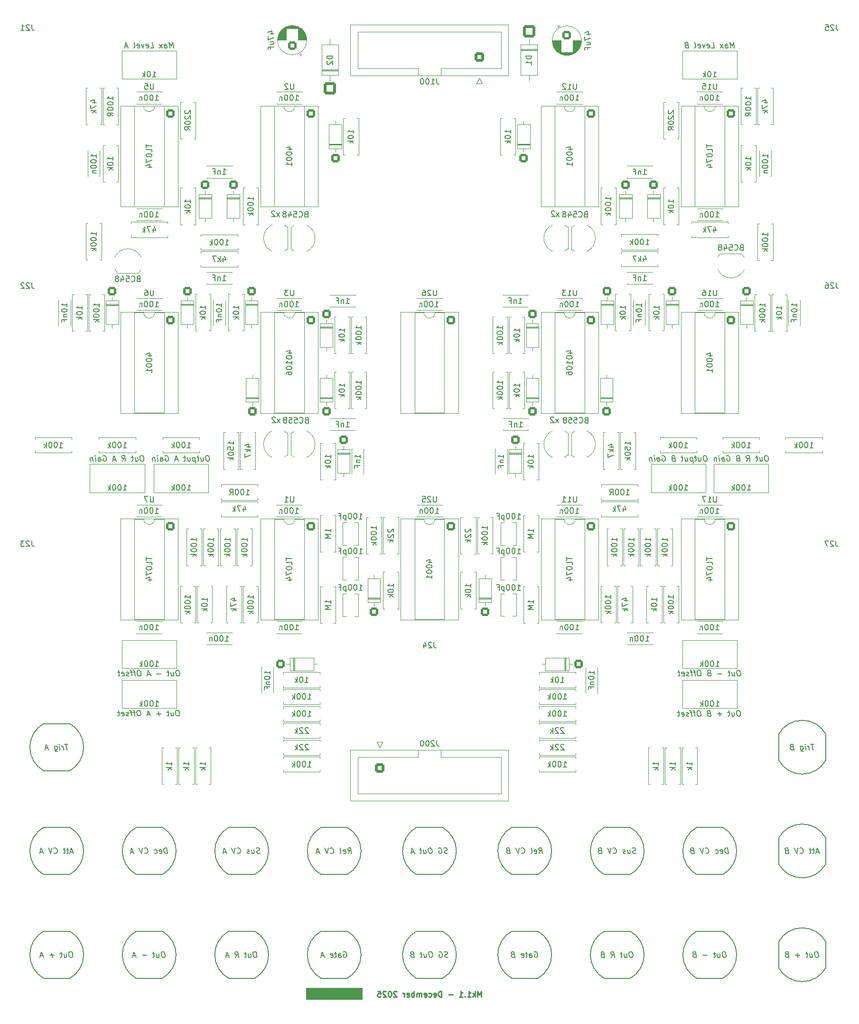
<source format=gbo>
%TF.GenerationSoftware,KiCad,Pcbnew,9.0.6*%
%TF.CreationDate,2025-12-25T18:10:41+01:00*%
%TF.ProjectId,DMH_VCEG_PCB_1_Mk1_1,444d485f-5643-4454-975f-5043425f315f,1*%
%TF.SameCoordinates,Original*%
%TF.FileFunction,Legend,Bot*%
%TF.FilePolarity,Positive*%
%FSLAX46Y46*%
G04 Gerber Fmt 4.6, Leading zero omitted, Abs format (unit mm)*
G04 Created by KiCad (PCBNEW 9.0.6) date 2025-12-25 18:10:41*
%MOMM*%
%LPD*%
G01*
G04 APERTURE LIST*
G04 Aperture macros list*
%AMRoundRect*
0 Rectangle with rounded corners*
0 $1 Rounding radius*
0 $2 $3 $4 $5 $6 $7 $8 $9 X,Y pos of 4 corners*
0 Add a 4 corners polygon primitive as box body*
4,1,4,$2,$3,$4,$5,$6,$7,$8,$9,$2,$3,0*
0 Add four circle primitives for the rounded corners*
1,1,$1+$1,$2,$3*
1,1,$1+$1,$4,$5*
1,1,$1+$1,$6,$7*
1,1,$1+$1,$8,$9*
0 Add four rect primitives between the rounded corners*
20,1,$1+$1,$2,$3,$4,$5,0*
20,1,$1+$1,$4,$5,$6,$7,0*
20,1,$1+$1,$6,$7,$8,$9,0*
20,1,$1+$1,$8,$9,$2,$3,0*%
%AMHorizOval*
0 Thick line with rounded ends*
0 $1 width*
0 $2 $3 position (X,Y) of the first rounded end (center of the circle)*
0 $4 $5 position (X,Y) of the second rounded end (center of the circle)*
0 Add line between two ends*
20,1,$1,$2,$3,$4,$5,0*
0 Add two circle primitives to create the rounded ends*
1,1,$1,$2,$3*
1,1,$1,$4,$5*%
G04 Aperture macros list end*
%ADD10C,0.100000*%
%ADD11C,0.150000*%
%ADD12C,0.250000*%
%ADD13C,0.120000*%
%ADD14C,1.600000*%
%ADD15RoundRect,0.250000X0.550000X0.550000X-0.550000X0.550000X-0.550000X-0.550000X0.550000X-0.550000X0*%
%ADD16R,1.500000X1.500000*%
%ADD17C,1.500000*%
%ADD18HorizOval,1.712000X-0.533159X-0.533159X0.533159X0.533159X0*%
%ADD19O,1.712000X3.220000*%
%ADD20O,3.220000X1.712000*%
%ADD21R,1.700000X1.700000*%
%ADD22C,1.700000*%
%ADD23HorizOval,1.712000X-0.533159X0.533159X0.533159X-0.533159X0*%
%ADD24C,1.440000*%
%ADD25RoundRect,0.250000X0.550000X-0.550000X0.550000X0.550000X-0.550000X0.550000X-0.550000X-0.550000X0*%
%ADD26RoundRect,0.250000X-0.550000X0.550000X-0.550000X-0.550000X0.550000X-0.550000X0.550000X0.550000X0*%
%ADD27RoundRect,0.249999X-0.850001X0.850001X-0.850001X-0.850001X0.850001X-0.850001X0.850001X0.850001X0*%
%ADD28C,2.200000*%
%ADD29RoundRect,0.250000X-0.600000X0.600000X-0.600000X-0.600000X0.600000X-0.600000X0.600000X0.600000X0*%
%ADD30RoundRect,0.250000X0.600000X-0.600000X0.600000X0.600000X-0.600000X0.600000X-0.600000X-0.600000X0*%
%ADD31RoundRect,0.249999X0.850001X-0.850001X0.850001X0.850001X-0.850001X0.850001X-0.850001X-0.850001X0*%
%ADD32RoundRect,0.250000X-0.550000X-0.550000X0.550000X-0.550000X0.550000X0.550000X-0.550000X0.550000X0*%
G04 APERTURE END LIST*
D10*
X78000000Y-214700000D02*
X88000000Y-214700000D01*
X88000000Y-216700000D01*
X78000000Y-216700000D01*
X78000000Y-214700000D01*
G36*
X78000000Y-214700000D02*
G01*
X88000000Y-214700000D01*
X88000000Y-216700000D01*
X78000000Y-216700000D01*
X78000000Y-214700000D01*
G37*
D11*
X73358458Y-113869819D02*
X72834649Y-113203152D01*
X73358458Y-113203152D02*
X72834649Y-113869819D01*
X72501315Y-112965057D02*
X72453696Y-112917438D01*
X72453696Y-112917438D02*
X72358458Y-112869819D01*
X72358458Y-112869819D02*
X72120363Y-112869819D01*
X72120363Y-112869819D02*
X72025125Y-112917438D01*
X72025125Y-112917438D02*
X71977506Y-112965057D01*
X71977506Y-112965057D02*
X71929887Y-113060295D01*
X71929887Y-113060295D02*
X71929887Y-113155533D01*
X71929887Y-113155533D02*
X71977506Y-113298390D01*
X71977506Y-113298390D02*
X72548934Y-113869819D01*
X72548934Y-113869819D02*
X71929887Y-113869819D01*
X123158458Y-77169819D02*
X122634649Y-76503152D01*
X123158458Y-76503152D02*
X122634649Y-77169819D01*
X122301315Y-76265057D02*
X122253696Y-76217438D01*
X122253696Y-76217438D02*
X122158458Y-76169819D01*
X122158458Y-76169819D02*
X121920363Y-76169819D01*
X121920363Y-76169819D02*
X121825125Y-76217438D01*
X121825125Y-76217438D02*
X121777506Y-76265057D01*
X121777506Y-76265057D02*
X121729887Y-76360295D01*
X121729887Y-76360295D02*
X121729887Y-76455533D01*
X121729887Y-76455533D02*
X121777506Y-76598390D01*
X121777506Y-76598390D02*
X122348934Y-77169819D01*
X122348934Y-77169819D02*
X121729887Y-77169819D01*
D12*
X109238095Y-216249619D02*
X109238095Y-215249619D01*
X109238095Y-215249619D02*
X108904762Y-215963904D01*
X108904762Y-215963904D02*
X108571429Y-215249619D01*
X108571429Y-215249619D02*
X108571429Y-216249619D01*
X108095238Y-216249619D02*
X108095238Y-215249619D01*
X108000000Y-215868666D02*
X107714286Y-216249619D01*
X107714286Y-215582952D02*
X108095238Y-215963904D01*
X106761905Y-216249619D02*
X107333333Y-216249619D01*
X107047619Y-216249619D02*
X107047619Y-215249619D01*
X107047619Y-215249619D02*
X107142857Y-215392476D01*
X107142857Y-215392476D02*
X107238095Y-215487714D01*
X107238095Y-215487714D02*
X107333333Y-215535333D01*
X106333333Y-216154380D02*
X106285714Y-216202000D01*
X106285714Y-216202000D02*
X106333333Y-216249619D01*
X106333333Y-216249619D02*
X106380952Y-216202000D01*
X106380952Y-216202000D02*
X106333333Y-216154380D01*
X106333333Y-216154380D02*
X106333333Y-216249619D01*
X105333334Y-216249619D02*
X105904762Y-216249619D01*
X105619048Y-216249619D02*
X105619048Y-215249619D01*
X105619048Y-215249619D02*
X105714286Y-215392476D01*
X105714286Y-215392476D02*
X105809524Y-215487714D01*
X105809524Y-215487714D02*
X105904762Y-215535333D01*
X104142857Y-215868666D02*
X103380953Y-215868666D01*
X102142857Y-216249619D02*
X102142857Y-215249619D01*
X102142857Y-215249619D02*
X101904762Y-215249619D01*
X101904762Y-215249619D02*
X101761905Y-215297238D01*
X101761905Y-215297238D02*
X101666667Y-215392476D01*
X101666667Y-215392476D02*
X101619048Y-215487714D01*
X101619048Y-215487714D02*
X101571429Y-215678190D01*
X101571429Y-215678190D02*
X101571429Y-215821047D01*
X101571429Y-215821047D02*
X101619048Y-216011523D01*
X101619048Y-216011523D02*
X101666667Y-216106761D01*
X101666667Y-216106761D02*
X101761905Y-216202000D01*
X101761905Y-216202000D02*
X101904762Y-216249619D01*
X101904762Y-216249619D02*
X102142857Y-216249619D01*
X100761905Y-216202000D02*
X100857143Y-216249619D01*
X100857143Y-216249619D02*
X101047619Y-216249619D01*
X101047619Y-216249619D02*
X101142857Y-216202000D01*
X101142857Y-216202000D02*
X101190476Y-216106761D01*
X101190476Y-216106761D02*
X101190476Y-215725809D01*
X101190476Y-215725809D02*
X101142857Y-215630571D01*
X101142857Y-215630571D02*
X101047619Y-215582952D01*
X101047619Y-215582952D02*
X100857143Y-215582952D01*
X100857143Y-215582952D02*
X100761905Y-215630571D01*
X100761905Y-215630571D02*
X100714286Y-215725809D01*
X100714286Y-215725809D02*
X100714286Y-215821047D01*
X100714286Y-215821047D02*
X101190476Y-215916285D01*
X99857143Y-216202000D02*
X99952381Y-216249619D01*
X99952381Y-216249619D02*
X100142857Y-216249619D01*
X100142857Y-216249619D02*
X100238095Y-216202000D01*
X100238095Y-216202000D02*
X100285714Y-216154380D01*
X100285714Y-216154380D02*
X100333333Y-216059142D01*
X100333333Y-216059142D02*
X100333333Y-215773428D01*
X100333333Y-215773428D02*
X100285714Y-215678190D01*
X100285714Y-215678190D02*
X100238095Y-215630571D01*
X100238095Y-215630571D02*
X100142857Y-215582952D01*
X100142857Y-215582952D02*
X99952381Y-215582952D01*
X99952381Y-215582952D02*
X99857143Y-215630571D01*
X99047619Y-216202000D02*
X99142857Y-216249619D01*
X99142857Y-216249619D02*
X99333333Y-216249619D01*
X99333333Y-216249619D02*
X99428571Y-216202000D01*
X99428571Y-216202000D02*
X99476190Y-216106761D01*
X99476190Y-216106761D02*
X99476190Y-215725809D01*
X99476190Y-215725809D02*
X99428571Y-215630571D01*
X99428571Y-215630571D02*
X99333333Y-215582952D01*
X99333333Y-215582952D02*
X99142857Y-215582952D01*
X99142857Y-215582952D02*
X99047619Y-215630571D01*
X99047619Y-215630571D02*
X99000000Y-215725809D01*
X99000000Y-215725809D02*
X99000000Y-215821047D01*
X99000000Y-215821047D02*
X99476190Y-215916285D01*
X98571428Y-216249619D02*
X98571428Y-215582952D01*
X98571428Y-215678190D02*
X98523809Y-215630571D01*
X98523809Y-215630571D02*
X98428571Y-215582952D01*
X98428571Y-215582952D02*
X98285714Y-215582952D01*
X98285714Y-215582952D02*
X98190476Y-215630571D01*
X98190476Y-215630571D02*
X98142857Y-215725809D01*
X98142857Y-215725809D02*
X98142857Y-216249619D01*
X98142857Y-215725809D02*
X98095238Y-215630571D01*
X98095238Y-215630571D02*
X98000000Y-215582952D01*
X98000000Y-215582952D02*
X97857143Y-215582952D01*
X97857143Y-215582952D02*
X97761904Y-215630571D01*
X97761904Y-215630571D02*
X97714285Y-215725809D01*
X97714285Y-215725809D02*
X97714285Y-216249619D01*
X97238095Y-216249619D02*
X97238095Y-215249619D01*
X97238095Y-215630571D02*
X97142857Y-215582952D01*
X97142857Y-215582952D02*
X96952381Y-215582952D01*
X96952381Y-215582952D02*
X96857143Y-215630571D01*
X96857143Y-215630571D02*
X96809524Y-215678190D01*
X96809524Y-215678190D02*
X96761905Y-215773428D01*
X96761905Y-215773428D02*
X96761905Y-216059142D01*
X96761905Y-216059142D02*
X96809524Y-216154380D01*
X96809524Y-216154380D02*
X96857143Y-216202000D01*
X96857143Y-216202000D02*
X96952381Y-216249619D01*
X96952381Y-216249619D02*
X97142857Y-216249619D01*
X97142857Y-216249619D02*
X97238095Y-216202000D01*
X95952381Y-216202000D02*
X96047619Y-216249619D01*
X96047619Y-216249619D02*
X96238095Y-216249619D01*
X96238095Y-216249619D02*
X96333333Y-216202000D01*
X96333333Y-216202000D02*
X96380952Y-216106761D01*
X96380952Y-216106761D02*
X96380952Y-215725809D01*
X96380952Y-215725809D02*
X96333333Y-215630571D01*
X96333333Y-215630571D02*
X96238095Y-215582952D01*
X96238095Y-215582952D02*
X96047619Y-215582952D01*
X96047619Y-215582952D02*
X95952381Y-215630571D01*
X95952381Y-215630571D02*
X95904762Y-215725809D01*
X95904762Y-215725809D02*
X95904762Y-215821047D01*
X95904762Y-215821047D02*
X96380952Y-215916285D01*
X95476190Y-216249619D02*
X95476190Y-215582952D01*
X95476190Y-215773428D02*
X95428571Y-215678190D01*
X95428571Y-215678190D02*
X95380952Y-215630571D01*
X95380952Y-215630571D02*
X95285714Y-215582952D01*
X95285714Y-215582952D02*
X95190476Y-215582952D01*
X94142856Y-215344857D02*
X94095237Y-215297238D01*
X94095237Y-215297238D02*
X93999999Y-215249619D01*
X93999999Y-215249619D02*
X93761904Y-215249619D01*
X93761904Y-215249619D02*
X93666666Y-215297238D01*
X93666666Y-215297238D02*
X93619047Y-215344857D01*
X93619047Y-215344857D02*
X93571428Y-215440095D01*
X93571428Y-215440095D02*
X93571428Y-215535333D01*
X93571428Y-215535333D02*
X93619047Y-215678190D01*
X93619047Y-215678190D02*
X94190475Y-216249619D01*
X94190475Y-216249619D02*
X93571428Y-216249619D01*
X92952380Y-215249619D02*
X92857142Y-215249619D01*
X92857142Y-215249619D02*
X92761904Y-215297238D01*
X92761904Y-215297238D02*
X92714285Y-215344857D01*
X92714285Y-215344857D02*
X92666666Y-215440095D01*
X92666666Y-215440095D02*
X92619047Y-215630571D01*
X92619047Y-215630571D02*
X92619047Y-215868666D01*
X92619047Y-215868666D02*
X92666666Y-216059142D01*
X92666666Y-216059142D02*
X92714285Y-216154380D01*
X92714285Y-216154380D02*
X92761904Y-216202000D01*
X92761904Y-216202000D02*
X92857142Y-216249619D01*
X92857142Y-216249619D02*
X92952380Y-216249619D01*
X92952380Y-216249619D02*
X93047618Y-216202000D01*
X93047618Y-216202000D02*
X93095237Y-216154380D01*
X93095237Y-216154380D02*
X93142856Y-216059142D01*
X93142856Y-216059142D02*
X93190475Y-215868666D01*
X93190475Y-215868666D02*
X93190475Y-215630571D01*
X93190475Y-215630571D02*
X93142856Y-215440095D01*
X93142856Y-215440095D02*
X93095237Y-215344857D01*
X93095237Y-215344857D02*
X93047618Y-215297238D01*
X93047618Y-215297238D02*
X92952380Y-215249619D01*
X92238094Y-215344857D02*
X92190475Y-215297238D01*
X92190475Y-215297238D02*
X92095237Y-215249619D01*
X92095237Y-215249619D02*
X91857142Y-215249619D01*
X91857142Y-215249619D02*
X91761904Y-215297238D01*
X91761904Y-215297238D02*
X91714285Y-215344857D01*
X91714285Y-215344857D02*
X91666666Y-215440095D01*
X91666666Y-215440095D02*
X91666666Y-215535333D01*
X91666666Y-215535333D02*
X91714285Y-215678190D01*
X91714285Y-215678190D02*
X92285713Y-216249619D01*
X92285713Y-216249619D02*
X91666666Y-216249619D01*
X90761904Y-215249619D02*
X91238094Y-215249619D01*
X91238094Y-215249619D02*
X91285713Y-215725809D01*
X91285713Y-215725809D02*
X91238094Y-215678190D01*
X91238094Y-215678190D02*
X91142856Y-215630571D01*
X91142856Y-215630571D02*
X90904761Y-215630571D01*
X90904761Y-215630571D02*
X90809523Y-215678190D01*
X90809523Y-215678190D02*
X90761904Y-215725809D01*
X90761904Y-215725809D02*
X90714285Y-215821047D01*
X90714285Y-215821047D02*
X90714285Y-216059142D01*
X90714285Y-216059142D02*
X90761904Y-216154380D01*
X90761904Y-216154380D02*
X90809523Y-216202000D01*
X90809523Y-216202000D02*
X90904761Y-216249619D01*
X90904761Y-216249619D02*
X91142856Y-216249619D01*
X91142856Y-216249619D02*
X91238094Y-216202000D01*
X91238094Y-216202000D02*
X91285713Y-216154380D01*
D11*
X73258458Y-77169819D02*
X72734649Y-76503152D01*
X73258458Y-76503152D02*
X72734649Y-77169819D01*
X72401315Y-76265057D02*
X72353696Y-76217438D01*
X72353696Y-76217438D02*
X72258458Y-76169819D01*
X72258458Y-76169819D02*
X72020363Y-76169819D01*
X72020363Y-76169819D02*
X71925125Y-76217438D01*
X71925125Y-76217438D02*
X71877506Y-76265057D01*
X71877506Y-76265057D02*
X71829887Y-76360295D01*
X71829887Y-76360295D02*
X71829887Y-76455533D01*
X71829887Y-76455533D02*
X71877506Y-76598390D01*
X71877506Y-76598390D02*
X72448934Y-77169819D01*
X72448934Y-77169819D02*
X71829887Y-77169819D01*
X123058458Y-113869819D02*
X122534649Y-113203152D01*
X123058458Y-113203152D02*
X122534649Y-113869819D01*
X122201315Y-112965057D02*
X122153696Y-112917438D01*
X122153696Y-112917438D02*
X122058458Y-112869819D01*
X122058458Y-112869819D02*
X121820363Y-112869819D01*
X121820363Y-112869819D02*
X121725125Y-112917438D01*
X121725125Y-112917438D02*
X121677506Y-112965057D01*
X121677506Y-112965057D02*
X121629887Y-113060295D01*
X121629887Y-113060295D02*
X121629887Y-113155533D01*
X121629887Y-113155533D02*
X121677506Y-113298390D01*
X121677506Y-113298390D02*
X122248934Y-113869819D01*
X122248934Y-113869819D02*
X121629887Y-113869819D01*
X124788152Y-101485714D02*
X125454819Y-101485714D01*
X124407200Y-101247619D02*
X125121485Y-101009524D01*
X125121485Y-101009524D02*
X125121485Y-101628571D01*
X124454819Y-102200000D02*
X124454819Y-102295238D01*
X124454819Y-102295238D02*
X124502438Y-102390476D01*
X124502438Y-102390476D02*
X124550057Y-102438095D01*
X124550057Y-102438095D02*
X124645295Y-102485714D01*
X124645295Y-102485714D02*
X124835771Y-102533333D01*
X124835771Y-102533333D02*
X125073866Y-102533333D01*
X125073866Y-102533333D02*
X125264342Y-102485714D01*
X125264342Y-102485714D02*
X125359580Y-102438095D01*
X125359580Y-102438095D02*
X125407200Y-102390476D01*
X125407200Y-102390476D02*
X125454819Y-102295238D01*
X125454819Y-102295238D02*
X125454819Y-102200000D01*
X125454819Y-102200000D02*
X125407200Y-102104762D01*
X125407200Y-102104762D02*
X125359580Y-102057143D01*
X125359580Y-102057143D02*
X125264342Y-102009524D01*
X125264342Y-102009524D02*
X125073866Y-101961905D01*
X125073866Y-101961905D02*
X124835771Y-101961905D01*
X124835771Y-101961905D02*
X124645295Y-102009524D01*
X124645295Y-102009524D02*
X124550057Y-102057143D01*
X124550057Y-102057143D02*
X124502438Y-102104762D01*
X124502438Y-102104762D02*
X124454819Y-102200000D01*
X125454819Y-103485714D02*
X125454819Y-102914286D01*
X125454819Y-103200000D02*
X124454819Y-103200000D01*
X124454819Y-103200000D02*
X124597676Y-103104762D01*
X124597676Y-103104762D02*
X124692914Y-103009524D01*
X124692914Y-103009524D02*
X124740533Y-102914286D01*
X124454819Y-104104762D02*
X124454819Y-104200000D01*
X124454819Y-104200000D02*
X124502438Y-104295238D01*
X124502438Y-104295238D02*
X124550057Y-104342857D01*
X124550057Y-104342857D02*
X124645295Y-104390476D01*
X124645295Y-104390476D02*
X124835771Y-104438095D01*
X124835771Y-104438095D02*
X125073866Y-104438095D01*
X125073866Y-104438095D02*
X125264342Y-104390476D01*
X125264342Y-104390476D02*
X125359580Y-104342857D01*
X125359580Y-104342857D02*
X125407200Y-104295238D01*
X125407200Y-104295238D02*
X125454819Y-104200000D01*
X125454819Y-104200000D02*
X125454819Y-104104762D01*
X125454819Y-104104762D02*
X125407200Y-104009524D01*
X125407200Y-104009524D02*
X125359580Y-103961905D01*
X125359580Y-103961905D02*
X125264342Y-103914286D01*
X125264342Y-103914286D02*
X125073866Y-103866667D01*
X125073866Y-103866667D02*
X124835771Y-103866667D01*
X124835771Y-103866667D02*
X124645295Y-103914286D01*
X124645295Y-103914286D02*
X124550057Y-103961905D01*
X124550057Y-103961905D02*
X124502438Y-104009524D01*
X124502438Y-104009524D02*
X124454819Y-104104762D01*
X124454819Y-105295238D02*
X124454819Y-105104762D01*
X124454819Y-105104762D02*
X124502438Y-105009524D01*
X124502438Y-105009524D02*
X124550057Y-104961905D01*
X124550057Y-104961905D02*
X124692914Y-104866667D01*
X124692914Y-104866667D02*
X124883390Y-104819048D01*
X124883390Y-104819048D02*
X125264342Y-104819048D01*
X125264342Y-104819048D02*
X125359580Y-104866667D01*
X125359580Y-104866667D02*
X125407200Y-104914286D01*
X125407200Y-104914286D02*
X125454819Y-105009524D01*
X125454819Y-105009524D02*
X125454819Y-105200000D01*
X125454819Y-105200000D02*
X125407200Y-105295238D01*
X125407200Y-105295238D02*
X125359580Y-105342857D01*
X125359580Y-105342857D02*
X125264342Y-105390476D01*
X125264342Y-105390476D02*
X125026247Y-105390476D01*
X125026247Y-105390476D02*
X124931009Y-105342857D01*
X124931009Y-105342857D02*
X124883390Y-105295238D01*
X124883390Y-105295238D02*
X124835771Y-105200000D01*
X124835771Y-105200000D02*
X124835771Y-105009524D01*
X124835771Y-105009524D02*
X124883390Y-104914286D01*
X124883390Y-104914286D02*
X124931009Y-104866667D01*
X124931009Y-104866667D02*
X125026247Y-104819048D01*
X126238094Y-90254819D02*
X126238094Y-91064342D01*
X126238094Y-91064342D02*
X126190475Y-91159580D01*
X126190475Y-91159580D02*
X126142856Y-91207200D01*
X126142856Y-91207200D02*
X126047618Y-91254819D01*
X126047618Y-91254819D02*
X125857142Y-91254819D01*
X125857142Y-91254819D02*
X125761904Y-91207200D01*
X125761904Y-91207200D02*
X125714285Y-91159580D01*
X125714285Y-91159580D02*
X125666666Y-91064342D01*
X125666666Y-91064342D02*
X125666666Y-90254819D01*
X124666666Y-91254819D02*
X125238094Y-91254819D01*
X124952380Y-91254819D02*
X124952380Y-90254819D01*
X124952380Y-90254819D02*
X125047618Y-90397676D01*
X125047618Y-90397676D02*
X125142856Y-90492914D01*
X125142856Y-90492914D02*
X125238094Y-90540533D01*
X124333332Y-90254819D02*
X123714285Y-90254819D01*
X123714285Y-90254819D02*
X124047618Y-90635771D01*
X124047618Y-90635771D02*
X123904761Y-90635771D01*
X123904761Y-90635771D02*
X123809523Y-90683390D01*
X123809523Y-90683390D02*
X123761904Y-90731009D01*
X123761904Y-90731009D02*
X123714285Y-90826247D01*
X123714285Y-90826247D02*
X123714285Y-91064342D01*
X123714285Y-91064342D02*
X123761904Y-91159580D01*
X123761904Y-91159580D02*
X123809523Y-91207200D01*
X123809523Y-91207200D02*
X123904761Y-91254819D01*
X123904761Y-91254819D02*
X124190475Y-91254819D01*
X124190475Y-91254819D02*
X124285713Y-91207200D01*
X124285713Y-91207200D02*
X124333332Y-91159580D01*
X160354819Y-80628571D02*
X160354819Y-80057143D01*
X160354819Y-80342857D02*
X159354819Y-80342857D01*
X159354819Y-80342857D02*
X159497676Y-80247619D01*
X159497676Y-80247619D02*
X159592914Y-80152381D01*
X159592914Y-80152381D02*
X159640533Y-80057143D01*
X159354819Y-81247619D02*
X159354819Y-81342857D01*
X159354819Y-81342857D02*
X159402438Y-81438095D01*
X159402438Y-81438095D02*
X159450057Y-81485714D01*
X159450057Y-81485714D02*
X159545295Y-81533333D01*
X159545295Y-81533333D02*
X159735771Y-81580952D01*
X159735771Y-81580952D02*
X159973866Y-81580952D01*
X159973866Y-81580952D02*
X160164342Y-81533333D01*
X160164342Y-81533333D02*
X160259580Y-81485714D01*
X160259580Y-81485714D02*
X160307200Y-81438095D01*
X160307200Y-81438095D02*
X160354819Y-81342857D01*
X160354819Y-81342857D02*
X160354819Y-81247619D01*
X160354819Y-81247619D02*
X160307200Y-81152381D01*
X160307200Y-81152381D02*
X160259580Y-81104762D01*
X160259580Y-81104762D02*
X160164342Y-81057143D01*
X160164342Y-81057143D02*
X159973866Y-81009524D01*
X159973866Y-81009524D02*
X159735771Y-81009524D01*
X159735771Y-81009524D02*
X159545295Y-81057143D01*
X159545295Y-81057143D02*
X159450057Y-81104762D01*
X159450057Y-81104762D02*
X159402438Y-81152381D01*
X159402438Y-81152381D02*
X159354819Y-81247619D01*
X159354819Y-82200000D02*
X159354819Y-82295238D01*
X159354819Y-82295238D02*
X159402438Y-82390476D01*
X159402438Y-82390476D02*
X159450057Y-82438095D01*
X159450057Y-82438095D02*
X159545295Y-82485714D01*
X159545295Y-82485714D02*
X159735771Y-82533333D01*
X159735771Y-82533333D02*
X159973866Y-82533333D01*
X159973866Y-82533333D02*
X160164342Y-82485714D01*
X160164342Y-82485714D02*
X160259580Y-82438095D01*
X160259580Y-82438095D02*
X160307200Y-82390476D01*
X160307200Y-82390476D02*
X160354819Y-82295238D01*
X160354819Y-82295238D02*
X160354819Y-82200000D01*
X160354819Y-82200000D02*
X160307200Y-82104762D01*
X160307200Y-82104762D02*
X160259580Y-82057143D01*
X160259580Y-82057143D02*
X160164342Y-82009524D01*
X160164342Y-82009524D02*
X159973866Y-81961905D01*
X159973866Y-81961905D02*
X159735771Y-81961905D01*
X159735771Y-81961905D02*
X159545295Y-82009524D01*
X159545295Y-82009524D02*
X159450057Y-82057143D01*
X159450057Y-82057143D02*
X159402438Y-82104762D01*
X159402438Y-82104762D02*
X159354819Y-82200000D01*
X160354819Y-82961905D02*
X159354819Y-82961905D01*
X159973866Y-83057143D02*
X160354819Y-83342857D01*
X159688152Y-83342857D02*
X160069104Y-82961905D01*
X101238094Y-90254819D02*
X101238094Y-91064342D01*
X101238094Y-91064342D02*
X101190475Y-91159580D01*
X101190475Y-91159580D02*
X101142856Y-91207200D01*
X101142856Y-91207200D02*
X101047618Y-91254819D01*
X101047618Y-91254819D02*
X100857142Y-91254819D01*
X100857142Y-91254819D02*
X100761904Y-91207200D01*
X100761904Y-91207200D02*
X100714285Y-91159580D01*
X100714285Y-91159580D02*
X100666666Y-91064342D01*
X100666666Y-91064342D02*
X100666666Y-90254819D01*
X100238094Y-90350057D02*
X100190475Y-90302438D01*
X100190475Y-90302438D02*
X100095237Y-90254819D01*
X100095237Y-90254819D02*
X99857142Y-90254819D01*
X99857142Y-90254819D02*
X99761904Y-90302438D01*
X99761904Y-90302438D02*
X99714285Y-90350057D01*
X99714285Y-90350057D02*
X99666666Y-90445295D01*
X99666666Y-90445295D02*
X99666666Y-90540533D01*
X99666666Y-90540533D02*
X99714285Y-90683390D01*
X99714285Y-90683390D02*
X100285713Y-91254819D01*
X100285713Y-91254819D02*
X99666666Y-91254819D01*
X98809523Y-90254819D02*
X98999999Y-90254819D01*
X98999999Y-90254819D02*
X99095237Y-90302438D01*
X99095237Y-90302438D02*
X99142856Y-90350057D01*
X99142856Y-90350057D02*
X99238094Y-90492914D01*
X99238094Y-90492914D02*
X99285713Y-90683390D01*
X99285713Y-90683390D02*
X99285713Y-91064342D01*
X99285713Y-91064342D02*
X99238094Y-91159580D01*
X99238094Y-91159580D02*
X99190475Y-91207200D01*
X99190475Y-91207200D02*
X99095237Y-91254819D01*
X99095237Y-91254819D02*
X98904761Y-91254819D01*
X98904761Y-91254819D02*
X98809523Y-91207200D01*
X98809523Y-91207200D02*
X98761904Y-91159580D01*
X98761904Y-91159580D02*
X98714285Y-91064342D01*
X98714285Y-91064342D02*
X98714285Y-90826247D01*
X98714285Y-90826247D02*
X98761904Y-90731009D01*
X98761904Y-90731009D02*
X98809523Y-90683390D01*
X98809523Y-90683390D02*
X98904761Y-90635771D01*
X98904761Y-90635771D02*
X99095237Y-90635771D01*
X99095237Y-90635771D02*
X99190475Y-90683390D01*
X99190475Y-90683390D02*
X99238094Y-90731009D01*
X99238094Y-90731009D02*
X99285713Y-90826247D01*
X40554819Y-80528571D02*
X40554819Y-79957143D01*
X40554819Y-80242857D02*
X39554819Y-80242857D01*
X39554819Y-80242857D02*
X39697676Y-80147619D01*
X39697676Y-80147619D02*
X39792914Y-80052381D01*
X39792914Y-80052381D02*
X39840533Y-79957143D01*
X39554819Y-81147619D02*
X39554819Y-81242857D01*
X39554819Y-81242857D02*
X39602438Y-81338095D01*
X39602438Y-81338095D02*
X39650057Y-81385714D01*
X39650057Y-81385714D02*
X39745295Y-81433333D01*
X39745295Y-81433333D02*
X39935771Y-81480952D01*
X39935771Y-81480952D02*
X40173866Y-81480952D01*
X40173866Y-81480952D02*
X40364342Y-81433333D01*
X40364342Y-81433333D02*
X40459580Y-81385714D01*
X40459580Y-81385714D02*
X40507200Y-81338095D01*
X40507200Y-81338095D02*
X40554819Y-81242857D01*
X40554819Y-81242857D02*
X40554819Y-81147619D01*
X40554819Y-81147619D02*
X40507200Y-81052381D01*
X40507200Y-81052381D02*
X40459580Y-81004762D01*
X40459580Y-81004762D02*
X40364342Y-80957143D01*
X40364342Y-80957143D02*
X40173866Y-80909524D01*
X40173866Y-80909524D02*
X39935771Y-80909524D01*
X39935771Y-80909524D02*
X39745295Y-80957143D01*
X39745295Y-80957143D02*
X39650057Y-81004762D01*
X39650057Y-81004762D02*
X39602438Y-81052381D01*
X39602438Y-81052381D02*
X39554819Y-81147619D01*
X39554819Y-82100000D02*
X39554819Y-82195238D01*
X39554819Y-82195238D02*
X39602438Y-82290476D01*
X39602438Y-82290476D02*
X39650057Y-82338095D01*
X39650057Y-82338095D02*
X39745295Y-82385714D01*
X39745295Y-82385714D02*
X39935771Y-82433333D01*
X39935771Y-82433333D02*
X40173866Y-82433333D01*
X40173866Y-82433333D02*
X40364342Y-82385714D01*
X40364342Y-82385714D02*
X40459580Y-82338095D01*
X40459580Y-82338095D02*
X40507200Y-82290476D01*
X40507200Y-82290476D02*
X40554819Y-82195238D01*
X40554819Y-82195238D02*
X40554819Y-82100000D01*
X40554819Y-82100000D02*
X40507200Y-82004762D01*
X40507200Y-82004762D02*
X40459580Y-81957143D01*
X40459580Y-81957143D02*
X40364342Y-81909524D01*
X40364342Y-81909524D02*
X40173866Y-81861905D01*
X40173866Y-81861905D02*
X39935771Y-81861905D01*
X39935771Y-81861905D02*
X39745295Y-81909524D01*
X39745295Y-81909524D02*
X39650057Y-81957143D01*
X39650057Y-81957143D02*
X39602438Y-82004762D01*
X39602438Y-82004762D02*
X39554819Y-82100000D01*
X40554819Y-82861905D02*
X39554819Y-82861905D01*
X40173866Y-82957143D02*
X40554819Y-83242857D01*
X39888152Y-83242857D02*
X40269104Y-82861905D01*
X155657142Y-82641009D02*
X155514285Y-82688628D01*
X155514285Y-82688628D02*
X155466666Y-82736247D01*
X155466666Y-82736247D02*
X155419047Y-82831485D01*
X155419047Y-82831485D02*
X155419047Y-82974342D01*
X155419047Y-82974342D02*
X155466666Y-83069580D01*
X155466666Y-83069580D02*
X155514285Y-83117200D01*
X155514285Y-83117200D02*
X155609523Y-83164819D01*
X155609523Y-83164819D02*
X155990475Y-83164819D01*
X155990475Y-83164819D02*
X155990475Y-82164819D01*
X155990475Y-82164819D02*
X155657142Y-82164819D01*
X155657142Y-82164819D02*
X155561904Y-82212438D01*
X155561904Y-82212438D02*
X155514285Y-82260057D01*
X155514285Y-82260057D02*
X155466666Y-82355295D01*
X155466666Y-82355295D02*
X155466666Y-82450533D01*
X155466666Y-82450533D02*
X155514285Y-82545771D01*
X155514285Y-82545771D02*
X155561904Y-82593390D01*
X155561904Y-82593390D02*
X155657142Y-82641009D01*
X155657142Y-82641009D02*
X155990475Y-82641009D01*
X154419047Y-83069580D02*
X154466666Y-83117200D01*
X154466666Y-83117200D02*
X154609523Y-83164819D01*
X154609523Y-83164819D02*
X154704761Y-83164819D01*
X154704761Y-83164819D02*
X154847618Y-83117200D01*
X154847618Y-83117200D02*
X154942856Y-83021961D01*
X154942856Y-83021961D02*
X154990475Y-82926723D01*
X154990475Y-82926723D02*
X155038094Y-82736247D01*
X155038094Y-82736247D02*
X155038094Y-82593390D01*
X155038094Y-82593390D02*
X154990475Y-82402914D01*
X154990475Y-82402914D02*
X154942856Y-82307676D01*
X154942856Y-82307676D02*
X154847618Y-82212438D01*
X154847618Y-82212438D02*
X154704761Y-82164819D01*
X154704761Y-82164819D02*
X154609523Y-82164819D01*
X154609523Y-82164819D02*
X154466666Y-82212438D01*
X154466666Y-82212438D02*
X154419047Y-82260057D01*
X153514285Y-82164819D02*
X153990475Y-82164819D01*
X153990475Y-82164819D02*
X154038094Y-82641009D01*
X154038094Y-82641009D02*
X153990475Y-82593390D01*
X153990475Y-82593390D02*
X153895237Y-82545771D01*
X153895237Y-82545771D02*
X153657142Y-82545771D01*
X153657142Y-82545771D02*
X153561904Y-82593390D01*
X153561904Y-82593390D02*
X153514285Y-82641009D01*
X153514285Y-82641009D02*
X153466666Y-82736247D01*
X153466666Y-82736247D02*
X153466666Y-82974342D01*
X153466666Y-82974342D02*
X153514285Y-83069580D01*
X153514285Y-83069580D02*
X153561904Y-83117200D01*
X153561904Y-83117200D02*
X153657142Y-83164819D01*
X153657142Y-83164819D02*
X153895237Y-83164819D01*
X153895237Y-83164819D02*
X153990475Y-83117200D01*
X153990475Y-83117200D02*
X154038094Y-83069580D01*
X152609523Y-82498152D02*
X152609523Y-83164819D01*
X152847618Y-82117200D02*
X153085713Y-82831485D01*
X153085713Y-82831485D02*
X152466666Y-82831485D01*
X151942856Y-82593390D02*
X152038094Y-82545771D01*
X152038094Y-82545771D02*
X152085713Y-82498152D01*
X152085713Y-82498152D02*
X152133332Y-82402914D01*
X152133332Y-82402914D02*
X152133332Y-82355295D01*
X152133332Y-82355295D02*
X152085713Y-82260057D01*
X152085713Y-82260057D02*
X152038094Y-82212438D01*
X152038094Y-82212438D02*
X151942856Y-82164819D01*
X151942856Y-82164819D02*
X151752380Y-82164819D01*
X151752380Y-82164819D02*
X151657142Y-82212438D01*
X151657142Y-82212438D02*
X151609523Y-82260057D01*
X151609523Y-82260057D02*
X151561904Y-82355295D01*
X151561904Y-82355295D02*
X151561904Y-82402914D01*
X151561904Y-82402914D02*
X151609523Y-82498152D01*
X151609523Y-82498152D02*
X151657142Y-82545771D01*
X151657142Y-82545771D02*
X151752380Y-82593390D01*
X151752380Y-82593390D02*
X151942856Y-82593390D01*
X151942856Y-82593390D02*
X152038094Y-82641009D01*
X152038094Y-82641009D02*
X152085713Y-82688628D01*
X152085713Y-82688628D02*
X152133332Y-82783866D01*
X152133332Y-82783866D02*
X152133332Y-82974342D01*
X152133332Y-82974342D02*
X152085713Y-83069580D01*
X152085713Y-83069580D02*
X152038094Y-83117200D01*
X152038094Y-83117200D02*
X151942856Y-83164819D01*
X151942856Y-83164819D02*
X151752380Y-83164819D01*
X151752380Y-83164819D02*
X151657142Y-83117200D01*
X151657142Y-83117200D02*
X151609523Y-83069580D01*
X151609523Y-83069580D02*
X151561904Y-82974342D01*
X151561904Y-82974342D02*
X151561904Y-82783866D01*
X151561904Y-82783866D02*
X151609523Y-82688628D01*
X151609523Y-82688628D02*
X151657142Y-82641009D01*
X151657142Y-82641009D02*
X151752380Y-82593390D01*
X48057142Y-88221009D02*
X47914285Y-88268628D01*
X47914285Y-88268628D02*
X47866666Y-88316247D01*
X47866666Y-88316247D02*
X47819047Y-88411485D01*
X47819047Y-88411485D02*
X47819047Y-88554342D01*
X47819047Y-88554342D02*
X47866666Y-88649580D01*
X47866666Y-88649580D02*
X47914285Y-88697200D01*
X47914285Y-88697200D02*
X48009523Y-88744819D01*
X48009523Y-88744819D02*
X48390475Y-88744819D01*
X48390475Y-88744819D02*
X48390475Y-87744819D01*
X48390475Y-87744819D02*
X48057142Y-87744819D01*
X48057142Y-87744819D02*
X47961904Y-87792438D01*
X47961904Y-87792438D02*
X47914285Y-87840057D01*
X47914285Y-87840057D02*
X47866666Y-87935295D01*
X47866666Y-87935295D02*
X47866666Y-88030533D01*
X47866666Y-88030533D02*
X47914285Y-88125771D01*
X47914285Y-88125771D02*
X47961904Y-88173390D01*
X47961904Y-88173390D02*
X48057142Y-88221009D01*
X48057142Y-88221009D02*
X48390475Y-88221009D01*
X46819047Y-88649580D02*
X46866666Y-88697200D01*
X46866666Y-88697200D02*
X47009523Y-88744819D01*
X47009523Y-88744819D02*
X47104761Y-88744819D01*
X47104761Y-88744819D02*
X47247618Y-88697200D01*
X47247618Y-88697200D02*
X47342856Y-88601961D01*
X47342856Y-88601961D02*
X47390475Y-88506723D01*
X47390475Y-88506723D02*
X47438094Y-88316247D01*
X47438094Y-88316247D02*
X47438094Y-88173390D01*
X47438094Y-88173390D02*
X47390475Y-87982914D01*
X47390475Y-87982914D02*
X47342856Y-87887676D01*
X47342856Y-87887676D02*
X47247618Y-87792438D01*
X47247618Y-87792438D02*
X47104761Y-87744819D01*
X47104761Y-87744819D02*
X47009523Y-87744819D01*
X47009523Y-87744819D02*
X46866666Y-87792438D01*
X46866666Y-87792438D02*
X46819047Y-87840057D01*
X45914285Y-87744819D02*
X46390475Y-87744819D01*
X46390475Y-87744819D02*
X46438094Y-88221009D01*
X46438094Y-88221009D02*
X46390475Y-88173390D01*
X46390475Y-88173390D02*
X46295237Y-88125771D01*
X46295237Y-88125771D02*
X46057142Y-88125771D01*
X46057142Y-88125771D02*
X45961904Y-88173390D01*
X45961904Y-88173390D02*
X45914285Y-88221009D01*
X45914285Y-88221009D02*
X45866666Y-88316247D01*
X45866666Y-88316247D02*
X45866666Y-88554342D01*
X45866666Y-88554342D02*
X45914285Y-88649580D01*
X45914285Y-88649580D02*
X45961904Y-88697200D01*
X45961904Y-88697200D02*
X46057142Y-88744819D01*
X46057142Y-88744819D02*
X46295237Y-88744819D01*
X46295237Y-88744819D02*
X46390475Y-88697200D01*
X46390475Y-88697200D02*
X46438094Y-88649580D01*
X45009523Y-88078152D02*
X45009523Y-88744819D01*
X45247618Y-87697200D02*
X45485713Y-88411485D01*
X45485713Y-88411485D02*
X44866666Y-88411485D01*
X44342856Y-88173390D02*
X44438094Y-88125771D01*
X44438094Y-88125771D02*
X44485713Y-88078152D01*
X44485713Y-88078152D02*
X44533332Y-87982914D01*
X44533332Y-87982914D02*
X44533332Y-87935295D01*
X44533332Y-87935295D02*
X44485713Y-87840057D01*
X44485713Y-87840057D02*
X44438094Y-87792438D01*
X44438094Y-87792438D02*
X44342856Y-87744819D01*
X44342856Y-87744819D02*
X44152380Y-87744819D01*
X44152380Y-87744819D02*
X44057142Y-87792438D01*
X44057142Y-87792438D02*
X44009523Y-87840057D01*
X44009523Y-87840057D02*
X43961904Y-87935295D01*
X43961904Y-87935295D02*
X43961904Y-87982914D01*
X43961904Y-87982914D02*
X44009523Y-88078152D01*
X44009523Y-88078152D02*
X44057142Y-88125771D01*
X44057142Y-88125771D02*
X44152380Y-88173390D01*
X44152380Y-88173390D02*
X44342856Y-88173390D01*
X44342856Y-88173390D02*
X44438094Y-88221009D01*
X44438094Y-88221009D02*
X44485713Y-88268628D01*
X44485713Y-88268628D02*
X44533332Y-88363866D01*
X44533332Y-88363866D02*
X44533332Y-88554342D01*
X44533332Y-88554342D02*
X44485713Y-88649580D01*
X44485713Y-88649580D02*
X44438094Y-88697200D01*
X44438094Y-88697200D02*
X44342856Y-88744819D01*
X44342856Y-88744819D02*
X44152380Y-88744819D01*
X44152380Y-88744819D02*
X44057142Y-88697200D01*
X44057142Y-88697200D02*
X44009523Y-88649580D01*
X44009523Y-88649580D02*
X43961904Y-88554342D01*
X43961904Y-88554342D02*
X43961904Y-88363866D01*
X43961904Y-88363866D02*
X44009523Y-88268628D01*
X44009523Y-88268628D02*
X44057142Y-88221009D01*
X44057142Y-88221009D02*
X44152380Y-88173390D01*
X100947619Y-93254819D02*
X101519047Y-93254819D01*
X101233333Y-93254819D02*
X101233333Y-92254819D01*
X101233333Y-92254819D02*
X101328571Y-92397676D01*
X101328571Y-92397676D02*
X101423809Y-92492914D01*
X101423809Y-92492914D02*
X101519047Y-92540533D01*
X100328571Y-92254819D02*
X100233333Y-92254819D01*
X100233333Y-92254819D02*
X100138095Y-92302438D01*
X100138095Y-92302438D02*
X100090476Y-92350057D01*
X100090476Y-92350057D02*
X100042857Y-92445295D01*
X100042857Y-92445295D02*
X99995238Y-92635771D01*
X99995238Y-92635771D02*
X99995238Y-92873866D01*
X99995238Y-92873866D02*
X100042857Y-93064342D01*
X100042857Y-93064342D02*
X100090476Y-93159580D01*
X100090476Y-93159580D02*
X100138095Y-93207200D01*
X100138095Y-93207200D02*
X100233333Y-93254819D01*
X100233333Y-93254819D02*
X100328571Y-93254819D01*
X100328571Y-93254819D02*
X100423809Y-93207200D01*
X100423809Y-93207200D02*
X100471428Y-93159580D01*
X100471428Y-93159580D02*
X100519047Y-93064342D01*
X100519047Y-93064342D02*
X100566666Y-92873866D01*
X100566666Y-92873866D02*
X100566666Y-92635771D01*
X100566666Y-92635771D02*
X100519047Y-92445295D01*
X100519047Y-92445295D02*
X100471428Y-92350057D01*
X100471428Y-92350057D02*
X100423809Y-92302438D01*
X100423809Y-92302438D02*
X100328571Y-92254819D01*
X99376190Y-92254819D02*
X99280952Y-92254819D01*
X99280952Y-92254819D02*
X99185714Y-92302438D01*
X99185714Y-92302438D02*
X99138095Y-92350057D01*
X99138095Y-92350057D02*
X99090476Y-92445295D01*
X99090476Y-92445295D02*
X99042857Y-92635771D01*
X99042857Y-92635771D02*
X99042857Y-92873866D01*
X99042857Y-92873866D02*
X99090476Y-93064342D01*
X99090476Y-93064342D02*
X99138095Y-93159580D01*
X99138095Y-93159580D02*
X99185714Y-93207200D01*
X99185714Y-93207200D02*
X99280952Y-93254819D01*
X99280952Y-93254819D02*
X99376190Y-93254819D01*
X99376190Y-93254819D02*
X99471428Y-93207200D01*
X99471428Y-93207200D02*
X99519047Y-93159580D01*
X99519047Y-93159580D02*
X99566666Y-93064342D01*
X99566666Y-93064342D02*
X99614285Y-92873866D01*
X99614285Y-92873866D02*
X99614285Y-92635771D01*
X99614285Y-92635771D02*
X99566666Y-92445295D01*
X99566666Y-92445295D02*
X99519047Y-92350057D01*
X99519047Y-92350057D02*
X99471428Y-92302438D01*
X99471428Y-92302438D02*
X99376190Y-92254819D01*
X98614285Y-92588152D02*
X98614285Y-93254819D01*
X98614285Y-92683390D02*
X98566666Y-92635771D01*
X98566666Y-92635771D02*
X98471428Y-92588152D01*
X98471428Y-92588152D02*
X98328571Y-92588152D01*
X98328571Y-92588152D02*
X98233333Y-92635771D01*
X98233333Y-92635771D02*
X98185714Y-92731009D01*
X98185714Y-92731009D02*
X98185714Y-93254819D01*
X97376190Y-92731009D02*
X97709523Y-92731009D01*
X97709523Y-93254819D02*
X97709523Y-92254819D01*
X97709523Y-92254819D02*
X97233333Y-92254819D01*
X152595237Y-208204819D02*
X152404761Y-208204819D01*
X152404761Y-208204819D02*
X152315476Y-208252438D01*
X152315476Y-208252438D02*
X152232142Y-208347676D01*
X152232142Y-208347676D02*
X152208333Y-208538152D01*
X152208333Y-208538152D02*
X152249999Y-208871485D01*
X152249999Y-208871485D02*
X152321428Y-209061961D01*
X152321428Y-209061961D02*
X152428571Y-209157200D01*
X152428571Y-209157200D02*
X152529761Y-209204819D01*
X152529761Y-209204819D02*
X152720237Y-209204819D01*
X152720237Y-209204819D02*
X152809523Y-209157200D01*
X152809523Y-209157200D02*
X152892857Y-209061961D01*
X152892857Y-209061961D02*
X152916666Y-208871485D01*
X152916666Y-208871485D02*
X152874999Y-208538152D01*
X152874999Y-208538152D02*
X152803571Y-208347676D01*
X152803571Y-208347676D02*
X152696428Y-208252438D01*
X152696428Y-208252438D02*
X152595237Y-208204819D01*
X151351190Y-208538152D02*
X151434523Y-209204819D01*
X151779761Y-208538152D02*
X151845238Y-209061961D01*
X151845238Y-209061961D02*
X151809523Y-209157200D01*
X151809523Y-209157200D02*
X151720238Y-209204819D01*
X151720238Y-209204819D02*
X151577380Y-209204819D01*
X151577380Y-209204819D02*
X151476190Y-209157200D01*
X151476190Y-209157200D02*
X151422618Y-209109580D01*
X151017856Y-208538152D02*
X150636904Y-208538152D01*
X150833333Y-208204819D02*
X150940476Y-209061961D01*
X150940476Y-209061961D02*
X150904761Y-209157200D01*
X150904761Y-209157200D02*
X150815476Y-209204819D01*
X150815476Y-209204819D02*
X150720237Y-209204819D01*
X149577380Y-208823866D02*
X148815475Y-208823866D01*
X147226189Y-208681009D02*
X147089284Y-208728628D01*
X147089284Y-208728628D02*
X147047618Y-208776247D01*
X147047618Y-208776247D02*
X147011903Y-208871485D01*
X147011903Y-208871485D02*
X147029761Y-209014342D01*
X147029761Y-209014342D02*
X147089284Y-209109580D01*
X147089284Y-209109580D02*
X147142856Y-209157200D01*
X147142856Y-209157200D02*
X147244046Y-209204819D01*
X147244046Y-209204819D02*
X147624999Y-209204819D01*
X147624999Y-209204819D02*
X147499999Y-208204819D01*
X147499999Y-208204819D02*
X147166665Y-208204819D01*
X147166665Y-208204819D02*
X147077380Y-208252438D01*
X147077380Y-208252438D02*
X147035713Y-208300057D01*
X147035713Y-208300057D02*
X146999999Y-208395295D01*
X146999999Y-208395295D02*
X147011903Y-208490533D01*
X147011903Y-208490533D02*
X147071427Y-208585771D01*
X147071427Y-208585771D02*
X147124999Y-208633390D01*
X147124999Y-208633390D02*
X147226189Y-208681009D01*
X147226189Y-208681009D02*
X147559522Y-208681009D01*
X119577381Y-190704819D02*
X119851191Y-190228628D01*
X120148810Y-190704819D02*
X120023810Y-189704819D01*
X120023810Y-189704819D02*
X119642857Y-189704819D01*
X119642857Y-189704819D02*
X119553572Y-189752438D01*
X119553572Y-189752438D02*
X119511905Y-189800057D01*
X119511905Y-189800057D02*
X119476191Y-189895295D01*
X119476191Y-189895295D02*
X119494048Y-190038152D01*
X119494048Y-190038152D02*
X119553572Y-190133390D01*
X119553572Y-190133390D02*
X119607143Y-190181009D01*
X119607143Y-190181009D02*
X119708333Y-190228628D01*
X119708333Y-190228628D02*
X120089286Y-190228628D01*
X118761905Y-190657200D02*
X118863095Y-190704819D01*
X118863095Y-190704819D02*
X119053572Y-190704819D01*
X119053572Y-190704819D02*
X119142857Y-190657200D01*
X119142857Y-190657200D02*
X119178572Y-190561961D01*
X119178572Y-190561961D02*
X119130953Y-190181009D01*
X119130953Y-190181009D02*
X119071429Y-190085771D01*
X119071429Y-190085771D02*
X118970238Y-190038152D01*
X118970238Y-190038152D02*
X118779762Y-190038152D01*
X118779762Y-190038152D02*
X118690476Y-190085771D01*
X118690476Y-190085771D02*
X118654762Y-190181009D01*
X118654762Y-190181009D02*
X118666667Y-190276247D01*
X118666667Y-190276247D02*
X119154762Y-190371485D01*
X118148810Y-190704819D02*
X118238095Y-190657200D01*
X118238095Y-190657200D02*
X118273810Y-190561961D01*
X118273810Y-190561961D02*
X118166667Y-189704819D01*
X116422618Y-190609580D02*
X116476190Y-190657200D01*
X116476190Y-190657200D02*
X116624999Y-190704819D01*
X116624999Y-190704819D02*
X116720237Y-190704819D01*
X116720237Y-190704819D02*
X116857142Y-190657200D01*
X116857142Y-190657200D02*
X116940475Y-190561961D01*
X116940475Y-190561961D02*
X116976190Y-190466723D01*
X116976190Y-190466723D02*
X116999999Y-190276247D01*
X116999999Y-190276247D02*
X116982142Y-190133390D01*
X116982142Y-190133390D02*
X116910714Y-189942914D01*
X116910714Y-189942914D02*
X116851190Y-189847676D01*
X116851190Y-189847676D02*
X116744047Y-189752438D01*
X116744047Y-189752438D02*
X116595237Y-189704819D01*
X116595237Y-189704819D02*
X116499999Y-189704819D01*
X116499999Y-189704819D02*
X116363095Y-189752438D01*
X116363095Y-189752438D02*
X116321428Y-189800057D01*
X116023809Y-189704819D02*
X115815475Y-190704819D01*
X115815475Y-190704819D02*
X115357142Y-189704819D01*
X113988094Y-190181009D02*
X113851189Y-190228628D01*
X113851189Y-190228628D02*
X113809523Y-190276247D01*
X113809523Y-190276247D02*
X113773808Y-190371485D01*
X113773808Y-190371485D02*
X113791666Y-190514342D01*
X113791666Y-190514342D02*
X113851189Y-190609580D01*
X113851189Y-190609580D02*
X113904761Y-190657200D01*
X113904761Y-190657200D02*
X114005951Y-190704819D01*
X114005951Y-190704819D02*
X114386904Y-190704819D01*
X114386904Y-190704819D02*
X114261904Y-189704819D01*
X114261904Y-189704819D02*
X113928570Y-189704819D01*
X113928570Y-189704819D02*
X113839285Y-189752438D01*
X113839285Y-189752438D02*
X113797618Y-189800057D01*
X113797618Y-189800057D02*
X113761904Y-189895295D01*
X113761904Y-189895295D02*
X113773808Y-189990533D01*
X113773808Y-189990533D02*
X113833332Y-190085771D01*
X113833332Y-190085771D02*
X113886904Y-190133390D01*
X113886904Y-190133390D02*
X113988094Y-190181009D01*
X113988094Y-190181009D02*
X114321427Y-190181009D01*
X100809523Y-153054819D02*
X100809523Y-153769104D01*
X100809523Y-153769104D02*
X100857142Y-153911961D01*
X100857142Y-153911961D02*
X100952380Y-154007200D01*
X100952380Y-154007200D02*
X101095237Y-154054819D01*
X101095237Y-154054819D02*
X101190475Y-154054819D01*
X100380951Y-153150057D02*
X100333332Y-153102438D01*
X100333332Y-153102438D02*
X100238094Y-153054819D01*
X100238094Y-153054819D02*
X99999999Y-153054819D01*
X99999999Y-153054819D02*
X99904761Y-153102438D01*
X99904761Y-153102438D02*
X99857142Y-153150057D01*
X99857142Y-153150057D02*
X99809523Y-153245295D01*
X99809523Y-153245295D02*
X99809523Y-153340533D01*
X99809523Y-153340533D02*
X99857142Y-153483390D01*
X99857142Y-153483390D02*
X100428570Y-154054819D01*
X100428570Y-154054819D02*
X99809523Y-154054819D01*
X98952380Y-153388152D02*
X98952380Y-154054819D01*
X99190475Y-153007200D02*
X99428570Y-153721485D01*
X99428570Y-153721485D02*
X98809523Y-153721485D01*
X69761904Y-190657200D02*
X69625000Y-190704819D01*
X69625000Y-190704819D02*
X69386904Y-190704819D01*
X69386904Y-190704819D02*
X69285714Y-190657200D01*
X69285714Y-190657200D02*
X69232142Y-190609580D01*
X69232142Y-190609580D02*
X69172619Y-190514342D01*
X69172619Y-190514342D02*
X69160714Y-190419104D01*
X69160714Y-190419104D02*
X69196428Y-190323866D01*
X69196428Y-190323866D02*
X69238095Y-190276247D01*
X69238095Y-190276247D02*
X69327381Y-190228628D01*
X69327381Y-190228628D02*
X69511904Y-190181009D01*
X69511904Y-190181009D02*
X69601190Y-190133390D01*
X69601190Y-190133390D02*
X69642857Y-190085771D01*
X69642857Y-190085771D02*
X69678571Y-189990533D01*
X69678571Y-189990533D02*
X69666666Y-189895295D01*
X69666666Y-189895295D02*
X69607142Y-189800057D01*
X69607142Y-189800057D02*
X69553571Y-189752438D01*
X69553571Y-189752438D02*
X69452381Y-189704819D01*
X69452381Y-189704819D02*
X69214285Y-189704819D01*
X69214285Y-189704819D02*
X69077381Y-189752438D01*
X68255952Y-190038152D02*
X68339285Y-190704819D01*
X68684523Y-190038152D02*
X68750000Y-190561961D01*
X68750000Y-190561961D02*
X68714285Y-190657200D01*
X68714285Y-190657200D02*
X68625000Y-190704819D01*
X68625000Y-190704819D02*
X68482142Y-190704819D01*
X68482142Y-190704819D02*
X68380952Y-190657200D01*
X68380952Y-190657200D02*
X68327380Y-190609580D01*
X67904761Y-190657200D02*
X67815476Y-190704819D01*
X67815476Y-190704819D02*
X67624999Y-190704819D01*
X67624999Y-190704819D02*
X67523809Y-190657200D01*
X67523809Y-190657200D02*
X67464285Y-190561961D01*
X67464285Y-190561961D02*
X67458333Y-190514342D01*
X67458333Y-190514342D02*
X67494047Y-190419104D01*
X67494047Y-190419104D02*
X67583333Y-190371485D01*
X67583333Y-190371485D02*
X67726190Y-190371485D01*
X67726190Y-190371485D02*
X67815476Y-190323866D01*
X67815476Y-190323866D02*
X67851190Y-190228628D01*
X67851190Y-190228628D02*
X67845238Y-190181009D01*
X67845238Y-190181009D02*
X67785714Y-190085771D01*
X67785714Y-190085771D02*
X67684523Y-190038152D01*
X67684523Y-190038152D02*
X67541666Y-190038152D01*
X67541666Y-190038152D02*
X67452380Y-190085771D01*
X65708332Y-190609580D02*
X65761904Y-190657200D01*
X65761904Y-190657200D02*
X65910713Y-190704819D01*
X65910713Y-190704819D02*
X66005951Y-190704819D01*
X66005951Y-190704819D02*
X66142856Y-190657200D01*
X66142856Y-190657200D02*
X66226189Y-190561961D01*
X66226189Y-190561961D02*
X66261904Y-190466723D01*
X66261904Y-190466723D02*
X66285713Y-190276247D01*
X66285713Y-190276247D02*
X66267856Y-190133390D01*
X66267856Y-190133390D02*
X66196428Y-189942914D01*
X66196428Y-189942914D02*
X66136904Y-189847676D01*
X66136904Y-189847676D02*
X66029761Y-189752438D01*
X66029761Y-189752438D02*
X65880951Y-189704819D01*
X65880951Y-189704819D02*
X65785713Y-189704819D01*
X65785713Y-189704819D02*
X65648809Y-189752438D01*
X65648809Y-189752438D02*
X65607142Y-189800057D01*
X65309523Y-189704819D02*
X65101189Y-190704819D01*
X65101189Y-190704819D02*
X64642856Y-189704819D01*
X63684522Y-190419104D02*
X63208332Y-190419104D01*
X63815475Y-190704819D02*
X63357141Y-189704819D01*
X63357141Y-189704819D02*
X63148808Y-190704819D01*
X36398809Y-190419104D02*
X35922619Y-190419104D01*
X36529762Y-190704819D02*
X36071428Y-189704819D01*
X36071428Y-189704819D02*
X35863095Y-190704819D01*
X35589285Y-190038152D02*
X35208333Y-190038152D01*
X35404762Y-189704819D02*
X35511905Y-190561961D01*
X35511905Y-190561961D02*
X35476190Y-190657200D01*
X35476190Y-190657200D02*
X35386905Y-190704819D01*
X35386905Y-190704819D02*
X35291666Y-190704819D01*
X35017856Y-190038152D02*
X34636904Y-190038152D01*
X34833333Y-189704819D02*
X34940476Y-190561961D01*
X34940476Y-190561961D02*
X34904761Y-190657200D01*
X34904761Y-190657200D02*
X34815476Y-190704819D01*
X34815476Y-190704819D02*
X34720237Y-190704819D01*
X33041665Y-190609580D02*
X33095237Y-190657200D01*
X33095237Y-190657200D02*
X33244046Y-190704819D01*
X33244046Y-190704819D02*
X33339284Y-190704819D01*
X33339284Y-190704819D02*
X33476189Y-190657200D01*
X33476189Y-190657200D02*
X33559522Y-190561961D01*
X33559522Y-190561961D02*
X33595237Y-190466723D01*
X33595237Y-190466723D02*
X33619046Y-190276247D01*
X33619046Y-190276247D02*
X33601189Y-190133390D01*
X33601189Y-190133390D02*
X33529761Y-189942914D01*
X33529761Y-189942914D02*
X33470237Y-189847676D01*
X33470237Y-189847676D02*
X33363094Y-189752438D01*
X33363094Y-189752438D02*
X33214284Y-189704819D01*
X33214284Y-189704819D02*
X33119046Y-189704819D01*
X33119046Y-189704819D02*
X32982142Y-189752438D01*
X32982142Y-189752438D02*
X32940475Y-189800057D01*
X32642856Y-189704819D02*
X32434522Y-190704819D01*
X32434522Y-190704819D02*
X31976189Y-189704819D01*
X31017855Y-190419104D02*
X30541665Y-190419104D01*
X31148808Y-190704819D02*
X30690474Y-189704819D01*
X30690474Y-189704819D02*
X30482141Y-190704819D01*
X84601191Y-208252438D02*
X84690476Y-208204819D01*
X84690476Y-208204819D02*
X84833333Y-208204819D01*
X84833333Y-208204819D02*
X84982143Y-208252438D01*
X84982143Y-208252438D02*
X85089286Y-208347676D01*
X85089286Y-208347676D02*
X85148810Y-208442914D01*
X85148810Y-208442914D02*
X85220238Y-208633390D01*
X85220238Y-208633390D02*
X85238095Y-208776247D01*
X85238095Y-208776247D02*
X85214286Y-208966723D01*
X85214286Y-208966723D02*
X85178571Y-209061961D01*
X85178571Y-209061961D02*
X85095238Y-209157200D01*
X85095238Y-209157200D02*
X84958333Y-209204819D01*
X84958333Y-209204819D02*
X84863095Y-209204819D01*
X84863095Y-209204819D02*
X84714286Y-209157200D01*
X84714286Y-209157200D02*
X84660714Y-209109580D01*
X84660714Y-209109580D02*
X84619048Y-208776247D01*
X84619048Y-208776247D02*
X84809524Y-208776247D01*
X83815476Y-209204819D02*
X83750000Y-208681009D01*
X83750000Y-208681009D02*
X83785714Y-208585771D01*
X83785714Y-208585771D02*
X83875000Y-208538152D01*
X83875000Y-208538152D02*
X84065476Y-208538152D01*
X84065476Y-208538152D02*
X84166667Y-208585771D01*
X83809524Y-209157200D02*
X83910714Y-209204819D01*
X83910714Y-209204819D02*
X84148810Y-209204819D01*
X84148810Y-209204819D02*
X84238095Y-209157200D01*
X84238095Y-209157200D02*
X84273810Y-209061961D01*
X84273810Y-209061961D02*
X84261905Y-208966723D01*
X84261905Y-208966723D02*
X84202381Y-208871485D01*
X84202381Y-208871485D02*
X84101191Y-208823866D01*
X84101191Y-208823866D02*
X83863095Y-208823866D01*
X83863095Y-208823866D02*
X83761905Y-208776247D01*
X83398809Y-208538152D02*
X83017857Y-208538152D01*
X83214286Y-208204819D02*
X83321429Y-209061961D01*
X83321429Y-209061961D02*
X83285714Y-209157200D01*
X83285714Y-209157200D02*
X83196429Y-209204819D01*
X83196429Y-209204819D02*
X83101190Y-209204819D01*
X82380952Y-209157200D02*
X82482142Y-209204819D01*
X82482142Y-209204819D02*
X82672619Y-209204819D01*
X82672619Y-209204819D02*
X82761904Y-209157200D01*
X82761904Y-209157200D02*
X82797619Y-209061961D01*
X82797619Y-209061961D02*
X82750000Y-208681009D01*
X82750000Y-208681009D02*
X82690476Y-208585771D01*
X82690476Y-208585771D02*
X82589285Y-208538152D01*
X82589285Y-208538152D02*
X82398809Y-208538152D01*
X82398809Y-208538152D02*
X82309523Y-208585771D01*
X82309523Y-208585771D02*
X82273809Y-208681009D01*
X82273809Y-208681009D02*
X82285714Y-208776247D01*
X82285714Y-208776247D02*
X82773809Y-208871485D01*
X81160713Y-208919104D02*
X80684523Y-208919104D01*
X81291666Y-209204819D02*
X80833332Y-208204819D01*
X80833332Y-208204819D02*
X80624999Y-209204819D01*
X169095237Y-208204819D02*
X168904761Y-208204819D01*
X168904761Y-208204819D02*
X168815476Y-208252438D01*
X168815476Y-208252438D02*
X168732142Y-208347676D01*
X168732142Y-208347676D02*
X168708333Y-208538152D01*
X168708333Y-208538152D02*
X168749999Y-208871485D01*
X168749999Y-208871485D02*
X168821428Y-209061961D01*
X168821428Y-209061961D02*
X168928571Y-209157200D01*
X168928571Y-209157200D02*
X169029761Y-209204819D01*
X169029761Y-209204819D02*
X169220237Y-209204819D01*
X169220237Y-209204819D02*
X169309523Y-209157200D01*
X169309523Y-209157200D02*
X169392857Y-209061961D01*
X169392857Y-209061961D02*
X169416666Y-208871485D01*
X169416666Y-208871485D02*
X169374999Y-208538152D01*
X169374999Y-208538152D02*
X169303571Y-208347676D01*
X169303571Y-208347676D02*
X169196428Y-208252438D01*
X169196428Y-208252438D02*
X169095237Y-208204819D01*
X167851190Y-208538152D02*
X167934523Y-209204819D01*
X168279761Y-208538152D02*
X168345238Y-209061961D01*
X168345238Y-209061961D02*
X168309523Y-209157200D01*
X168309523Y-209157200D02*
X168220238Y-209204819D01*
X168220238Y-209204819D02*
X168077380Y-209204819D01*
X168077380Y-209204819D02*
X167976190Y-209157200D01*
X167976190Y-209157200D02*
X167922618Y-209109580D01*
X167517856Y-208538152D02*
X167136904Y-208538152D01*
X167333333Y-208204819D02*
X167440476Y-209061961D01*
X167440476Y-209061961D02*
X167404761Y-209157200D01*
X167404761Y-209157200D02*
X167315476Y-209204819D01*
X167315476Y-209204819D02*
X167220237Y-209204819D01*
X166077380Y-208823866D02*
X165315475Y-208823866D01*
X165744046Y-209204819D02*
X165648808Y-208442914D01*
X163726189Y-208681009D02*
X163589284Y-208728628D01*
X163589284Y-208728628D02*
X163547618Y-208776247D01*
X163547618Y-208776247D02*
X163511903Y-208871485D01*
X163511903Y-208871485D02*
X163529761Y-209014342D01*
X163529761Y-209014342D02*
X163589284Y-209109580D01*
X163589284Y-209109580D02*
X163642856Y-209157200D01*
X163642856Y-209157200D02*
X163744046Y-209204819D01*
X163744046Y-209204819D02*
X164124999Y-209204819D01*
X164124999Y-209204819D02*
X163999999Y-208204819D01*
X163999999Y-208204819D02*
X163666665Y-208204819D01*
X163666665Y-208204819D02*
X163577380Y-208252438D01*
X163577380Y-208252438D02*
X163535713Y-208300057D01*
X163535713Y-208300057D02*
X163499999Y-208395295D01*
X163499999Y-208395295D02*
X163511903Y-208490533D01*
X163511903Y-208490533D02*
X163571427Y-208585771D01*
X163571427Y-208585771D02*
X163624999Y-208633390D01*
X163624999Y-208633390D02*
X163726189Y-208681009D01*
X163726189Y-208681009D02*
X164059522Y-208681009D01*
X85505952Y-190704819D02*
X85779762Y-190228628D01*
X86077381Y-190704819D02*
X85952381Y-189704819D01*
X85952381Y-189704819D02*
X85571428Y-189704819D01*
X85571428Y-189704819D02*
X85482143Y-189752438D01*
X85482143Y-189752438D02*
X85440476Y-189800057D01*
X85440476Y-189800057D02*
X85404762Y-189895295D01*
X85404762Y-189895295D02*
X85422619Y-190038152D01*
X85422619Y-190038152D02*
X85482143Y-190133390D01*
X85482143Y-190133390D02*
X85535714Y-190181009D01*
X85535714Y-190181009D02*
X85636904Y-190228628D01*
X85636904Y-190228628D02*
X86017857Y-190228628D01*
X84690476Y-190657200D02*
X84791666Y-190704819D01*
X84791666Y-190704819D02*
X84982143Y-190704819D01*
X84982143Y-190704819D02*
X85071428Y-190657200D01*
X85071428Y-190657200D02*
X85107143Y-190561961D01*
X85107143Y-190561961D02*
X85059524Y-190181009D01*
X85059524Y-190181009D02*
X85000000Y-190085771D01*
X85000000Y-190085771D02*
X84898809Y-190038152D01*
X84898809Y-190038152D02*
X84708333Y-190038152D01*
X84708333Y-190038152D02*
X84619047Y-190085771D01*
X84619047Y-190085771D02*
X84583333Y-190181009D01*
X84583333Y-190181009D02*
X84595238Y-190276247D01*
X84595238Y-190276247D02*
X85083333Y-190371485D01*
X84077381Y-190704819D02*
X84166666Y-190657200D01*
X84166666Y-190657200D02*
X84202381Y-190561961D01*
X84202381Y-190561961D02*
X84095238Y-189704819D01*
X82351189Y-190609580D02*
X82404761Y-190657200D01*
X82404761Y-190657200D02*
X82553570Y-190704819D01*
X82553570Y-190704819D02*
X82648808Y-190704819D01*
X82648808Y-190704819D02*
X82785713Y-190657200D01*
X82785713Y-190657200D02*
X82869046Y-190561961D01*
X82869046Y-190561961D02*
X82904761Y-190466723D01*
X82904761Y-190466723D02*
X82928570Y-190276247D01*
X82928570Y-190276247D02*
X82910713Y-190133390D01*
X82910713Y-190133390D02*
X82839285Y-189942914D01*
X82839285Y-189942914D02*
X82779761Y-189847676D01*
X82779761Y-189847676D02*
X82672618Y-189752438D01*
X82672618Y-189752438D02*
X82523808Y-189704819D01*
X82523808Y-189704819D02*
X82428570Y-189704819D01*
X82428570Y-189704819D02*
X82291666Y-189752438D01*
X82291666Y-189752438D02*
X82249999Y-189800057D01*
X81952380Y-189704819D02*
X81744046Y-190704819D01*
X81744046Y-190704819D02*
X81285713Y-189704819D01*
X80327379Y-190419104D02*
X79851189Y-190419104D01*
X80458332Y-190704819D02*
X79999998Y-189704819D01*
X79999998Y-189704819D02*
X79791665Y-190704819D01*
X135976190Y-208204819D02*
X135785714Y-208204819D01*
X135785714Y-208204819D02*
X135696429Y-208252438D01*
X135696429Y-208252438D02*
X135613095Y-208347676D01*
X135613095Y-208347676D02*
X135589286Y-208538152D01*
X135589286Y-208538152D02*
X135630952Y-208871485D01*
X135630952Y-208871485D02*
X135702381Y-209061961D01*
X135702381Y-209061961D02*
X135809524Y-209157200D01*
X135809524Y-209157200D02*
X135910714Y-209204819D01*
X135910714Y-209204819D02*
X136101190Y-209204819D01*
X136101190Y-209204819D02*
X136190476Y-209157200D01*
X136190476Y-209157200D02*
X136273810Y-209061961D01*
X136273810Y-209061961D02*
X136297619Y-208871485D01*
X136297619Y-208871485D02*
X136255952Y-208538152D01*
X136255952Y-208538152D02*
X136184524Y-208347676D01*
X136184524Y-208347676D02*
X136077381Y-208252438D01*
X136077381Y-208252438D02*
X135976190Y-208204819D01*
X134732143Y-208538152D02*
X134815476Y-209204819D01*
X135160714Y-208538152D02*
X135226191Y-209061961D01*
X135226191Y-209061961D02*
X135190476Y-209157200D01*
X135190476Y-209157200D02*
X135101191Y-209204819D01*
X135101191Y-209204819D02*
X134958333Y-209204819D01*
X134958333Y-209204819D02*
X134857143Y-209157200D01*
X134857143Y-209157200D02*
X134803571Y-209109580D01*
X134398809Y-208538152D02*
X134017857Y-208538152D01*
X134214286Y-208204819D02*
X134321429Y-209061961D01*
X134321429Y-209061961D02*
X134285714Y-209157200D01*
X134285714Y-209157200D02*
X134196429Y-209204819D01*
X134196429Y-209204819D02*
X134101190Y-209204819D01*
X132434523Y-209204819D02*
X132708333Y-208728628D01*
X133005952Y-209204819D02*
X132880952Y-208204819D01*
X132880952Y-208204819D02*
X132499999Y-208204819D01*
X132499999Y-208204819D02*
X132410714Y-208252438D01*
X132410714Y-208252438D02*
X132369047Y-208300057D01*
X132369047Y-208300057D02*
X132333333Y-208395295D01*
X132333333Y-208395295D02*
X132351190Y-208538152D01*
X132351190Y-208538152D02*
X132410714Y-208633390D01*
X132410714Y-208633390D02*
X132464285Y-208681009D01*
X132464285Y-208681009D02*
X132565475Y-208728628D01*
X132565475Y-208728628D02*
X132946428Y-208728628D01*
X130845237Y-208681009D02*
X130708332Y-208728628D01*
X130708332Y-208728628D02*
X130666666Y-208776247D01*
X130666666Y-208776247D02*
X130630951Y-208871485D01*
X130630951Y-208871485D02*
X130648809Y-209014342D01*
X130648809Y-209014342D02*
X130708332Y-209109580D01*
X130708332Y-209109580D02*
X130761904Y-209157200D01*
X130761904Y-209157200D02*
X130863094Y-209204819D01*
X130863094Y-209204819D02*
X131244047Y-209204819D01*
X131244047Y-209204819D02*
X131119047Y-208204819D01*
X131119047Y-208204819D02*
X130785713Y-208204819D01*
X130785713Y-208204819D02*
X130696428Y-208252438D01*
X130696428Y-208252438D02*
X130654761Y-208300057D01*
X130654761Y-208300057D02*
X130619047Y-208395295D01*
X130619047Y-208395295D02*
X130630951Y-208490533D01*
X130630951Y-208490533D02*
X130690475Y-208585771D01*
X130690475Y-208585771D02*
X130744047Y-208633390D01*
X130744047Y-208633390D02*
X130845237Y-208681009D01*
X130845237Y-208681009D02*
X131178570Y-208681009D01*
X29059523Y-42954819D02*
X29059523Y-43669104D01*
X29059523Y-43669104D02*
X29107142Y-43811961D01*
X29107142Y-43811961D02*
X29202380Y-43907200D01*
X29202380Y-43907200D02*
X29345237Y-43954819D01*
X29345237Y-43954819D02*
X29440475Y-43954819D01*
X28630951Y-43050057D02*
X28583332Y-43002438D01*
X28583332Y-43002438D02*
X28488094Y-42954819D01*
X28488094Y-42954819D02*
X28249999Y-42954819D01*
X28249999Y-42954819D02*
X28154761Y-43002438D01*
X28154761Y-43002438D02*
X28107142Y-43050057D01*
X28107142Y-43050057D02*
X28059523Y-43145295D01*
X28059523Y-43145295D02*
X28059523Y-43240533D01*
X28059523Y-43240533D02*
X28107142Y-43383390D01*
X28107142Y-43383390D02*
X28678570Y-43954819D01*
X28678570Y-43954819D02*
X28059523Y-43954819D01*
X27107142Y-43954819D02*
X27678570Y-43954819D01*
X27392856Y-43954819D02*
X27392856Y-42954819D01*
X27392856Y-42954819D02*
X27488094Y-43097676D01*
X27488094Y-43097676D02*
X27583332Y-43192914D01*
X27583332Y-43192914D02*
X27678570Y-43240533D01*
X103238095Y-190657200D02*
X103101191Y-190704819D01*
X103101191Y-190704819D02*
X102863095Y-190704819D01*
X102863095Y-190704819D02*
X102761905Y-190657200D01*
X102761905Y-190657200D02*
X102708333Y-190609580D01*
X102708333Y-190609580D02*
X102648810Y-190514342D01*
X102648810Y-190514342D02*
X102636905Y-190419104D01*
X102636905Y-190419104D02*
X102672619Y-190323866D01*
X102672619Y-190323866D02*
X102714286Y-190276247D01*
X102714286Y-190276247D02*
X102803572Y-190228628D01*
X102803572Y-190228628D02*
X102988095Y-190181009D01*
X102988095Y-190181009D02*
X103077381Y-190133390D01*
X103077381Y-190133390D02*
X103119048Y-190085771D01*
X103119048Y-190085771D02*
X103154762Y-189990533D01*
X103154762Y-189990533D02*
X103142857Y-189895295D01*
X103142857Y-189895295D02*
X103083333Y-189800057D01*
X103083333Y-189800057D02*
X103029762Y-189752438D01*
X103029762Y-189752438D02*
X102928572Y-189704819D01*
X102928572Y-189704819D02*
X102690476Y-189704819D01*
X102690476Y-189704819D02*
X102553572Y-189752438D01*
X101601191Y-189752438D02*
X101690476Y-189704819D01*
X101690476Y-189704819D02*
X101833333Y-189704819D01*
X101833333Y-189704819D02*
X101982143Y-189752438D01*
X101982143Y-189752438D02*
X102089286Y-189847676D01*
X102089286Y-189847676D02*
X102148810Y-189942914D01*
X102148810Y-189942914D02*
X102220238Y-190133390D01*
X102220238Y-190133390D02*
X102238095Y-190276247D01*
X102238095Y-190276247D02*
X102214286Y-190466723D01*
X102214286Y-190466723D02*
X102178571Y-190561961D01*
X102178571Y-190561961D02*
X102095238Y-190657200D01*
X102095238Y-190657200D02*
X101958333Y-190704819D01*
X101958333Y-190704819D02*
X101863095Y-190704819D01*
X101863095Y-190704819D02*
X101714286Y-190657200D01*
X101714286Y-190657200D02*
X101660714Y-190609580D01*
X101660714Y-190609580D02*
X101619048Y-190276247D01*
X101619048Y-190276247D02*
X101809524Y-190276247D01*
X100166666Y-189704819D02*
X99976190Y-189704819D01*
X99976190Y-189704819D02*
X99886905Y-189752438D01*
X99886905Y-189752438D02*
X99803571Y-189847676D01*
X99803571Y-189847676D02*
X99779762Y-190038152D01*
X99779762Y-190038152D02*
X99821428Y-190371485D01*
X99821428Y-190371485D02*
X99892857Y-190561961D01*
X99892857Y-190561961D02*
X100000000Y-190657200D01*
X100000000Y-190657200D02*
X100101190Y-190704819D01*
X100101190Y-190704819D02*
X100291666Y-190704819D01*
X100291666Y-190704819D02*
X100380952Y-190657200D01*
X100380952Y-190657200D02*
X100464286Y-190561961D01*
X100464286Y-190561961D02*
X100488095Y-190371485D01*
X100488095Y-190371485D02*
X100446428Y-190038152D01*
X100446428Y-190038152D02*
X100375000Y-189847676D01*
X100375000Y-189847676D02*
X100267857Y-189752438D01*
X100267857Y-189752438D02*
X100166666Y-189704819D01*
X98922619Y-190038152D02*
X99005952Y-190704819D01*
X99351190Y-190038152D02*
X99416667Y-190561961D01*
X99416667Y-190561961D02*
X99380952Y-190657200D01*
X99380952Y-190657200D02*
X99291667Y-190704819D01*
X99291667Y-190704819D02*
X99148809Y-190704819D01*
X99148809Y-190704819D02*
X99047619Y-190657200D01*
X99047619Y-190657200D02*
X98994047Y-190609580D01*
X98589285Y-190038152D02*
X98208333Y-190038152D01*
X98404762Y-189704819D02*
X98511905Y-190561961D01*
X98511905Y-190561961D02*
X98476190Y-190657200D01*
X98476190Y-190657200D02*
X98386905Y-190704819D01*
X98386905Y-190704819D02*
X98291666Y-190704819D01*
X97208332Y-190419104D02*
X96732142Y-190419104D01*
X97339285Y-190704819D02*
X96880951Y-189704819D01*
X96880951Y-189704819D02*
X96672618Y-190704819D01*
X68904761Y-208204819D02*
X68714285Y-208204819D01*
X68714285Y-208204819D02*
X68625000Y-208252438D01*
X68625000Y-208252438D02*
X68541666Y-208347676D01*
X68541666Y-208347676D02*
X68517857Y-208538152D01*
X68517857Y-208538152D02*
X68559523Y-208871485D01*
X68559523Y-208871485D02*
X68630952Y-209061961D01*
X68630952Y-209061961D02*
X68738095Y-209157200D01*
X68738095Y-209157200D02*
X68839285Y-209204819D01*
X68839285Y-209204819D02*
X69029761Y-209204819D01*
X69029761Y-209204819D02*
X69119047Y-209157200D01*
X69119047Y-209157200D02*
X69202381Y-209061961D01*
X69202381Y-209061961D02*
X69226190Y-208871485D01*
X69226190Y-208871485D02*
X69184523Y-208538152D01*
X69184523Y-208538152D02*
X69113095Y-208347676D01*
X69113095Y-208347676D02*
X69005952Y-208252438D01*
X69005952Y-208252438D02*
X68904761Y-208204819D01*
X67660714Y-208538152D02*
X67744047Y-209204819D01*
X68089285Y-208538152D02*
X68154762Y-209061961D01*
X68154762Y-209061961D02*
X68119047Y-209157200D01*
X68119047Y-209157200D02*
X68029762Y-209204819D01*
X68029762Y-209204819D02*
X67886904Y-209204819D01*
X67886904Y-209204819D02*
X67785714Y-209157200D01*
X67785714Y-209157200D02*
X67732142Y-209109580D01*
X67327380Y-208538152D02*
X66946428Y-208538152D01*
X67142857Y-208204819D02*
X67250000Y-209061961D01*
X67250000Y-209061961D02*
X67214285Y-209157200D01*
X67214285Y-209157200D02*
X67125000Y-209204819D01*
X67125000Y-209204819D02*
X67029761Y-209204819D01*
X65363094Y-209204819D02*
X65636904Y-208728628D01*
X65934523Y-209204819D02*
X65809523Y-208204819D01*
X65809523Y-208204819D02*
X65428570Y-208204819D01*
X65428570Y-208204819D02*
X65339285Y-208252438D01*
X65339285Y-208252438D02*
X65297618Y-208300057D01*
X65297618Y-208300057D02*
X65261904Y-208395295D01*
X65261904Y-208395295D02*
X65279761Y-208538152D01*
X65279761Y-208538152D02*
X65339285Y-208633390D01*
X65339285Y-208633390D02*
X65392856Y-208681009D01*
X65392856Y-208681009D02*
X65494046Y-208728628D01*
X65494046Y-208728628D02*
X65874999Y-208728628D01*
X64184522Y-208919104D02*
X63708332Y-208919104D01*
X64315475Y-209204819D02*
X63857141Y-208204819D01*
X63857141Y-208204819D02*
X63648808Y-209204819D01*
X172509523Y-134954819D02*
X172509523Y-135669104D01*
X172509523Y-135669104D02*
X172557142Y-135811961D01*
X172557142Y-135811961D02*
X172652380Y-135907200D01*
X172652380Y-135907200D02*
X172795237Y-135954819D01*
X172795237Y-135954819D02*
X172890475Y-135954819D01*
X172080951Y-135050057D02*
X172033332Y-135002438D01*
X172033332Y-135002438D02*
X171938094Y-134954819D01*
X171938094Y-134954819D02*
X171699999Y-134954819D01*
X171699999Y-134954819D02*
X171604761Y-135002438D01*
X171604761Y-135002438D02*
X171557142Y-135050057D01*
X171557142Y-135050057D02*
X171509523Y-135145295D01*
X171509523Y-135145295D02*
X171509523Y-135240533D01*
X171509523Y-135240533D02*
X171557142Y-135383390D01*
X171557142Y-135383390D02*
X172128570Y-135954819D01*
X172128570Y-135954819D02*
X171509523Y-135954819D01*
X171176189Y-134954819D02*
X170509523Y-134954819D01*
X170509523Y-134954819D02*
X170938094Y-135954819D01*
X29059523Y-134954819D02*
X29059523Y-135669104D01*
X29059523Y-135669104D02*
X29107142Y-135811961D01*
X29107142Y-135811961D02*
X29202380Y-135907200D01*
X29202380Y-135907200D02*
X29345237Y-135954819D01*
X29345237Y-135954819D02*
X29440475Y-135954819D01*
X28630951Y-135050057D02*
X28583332Y-135002438D01*
X28583332Y-135002438D02*
X28488094Y-134954819D01*
X28488094Y-134954819D02*
X28249999Y-134954819D01*
X28249999Y-134954819D02*
X28154761Y-135002438D01*
X28154761Y-135002438D02*
X28107142Y-135050057D01*
X28107142Y-135050057D02*
X28059523Y-135145295D01*
X28059523Y-135145295D02*
X28059523Y-135240533D01*
X28059523Y-135240533D02*
X28107142Y-135383390D01*
X28107142Y-135383390D02*
X28678570Y-135954819D01*
X28678570Y-135954819D02*
X28059523Y-135954819D01*
X27726189Y-134954819D02*
X27107142Y-134954819D01*
X27107142Y-134954819D02*
X27440475Y-135335771D01*
X27440475Y-135335771D02*
X27297618Y-135335771D01*
X27297618Y-135335771D02*
X27202380Y-135383390D01*
X27202380Y-135383390D02*
X27154761Y-135431009D01*
X27154761Y-135431009D02*
X27107142Y-135526247D01*
X27107142Y-135526247D02*
X27107142Y-135764342D01*
X27107142Y-135764342D02*
X27154761Y-135859580D01*
X27154761Y-135859580D02*
X27202380Y-135907200D01*
X27202380Y-135907200D02*
X27297618Y-135954819D01*
X27297618Y-135954819D02*
X27583332Y-135954819D01*
X27583332Y-135954819D02*
X27678570Y-135907200D01*
X27678570Y-135907200D02*
X27726189Y-135859580D01*
X36023809Y-208204819D02*
X35833333Y-208204819D01*
X35833333Y-208204819D02*
X35744048Y-208252438D01*
X35744048Y-208252438D02*
X35660714Y-208347676D01*
X35660714Y-208347676D02*
X35636905Y-208538152D01*
X35636905Y-208538152D02*
X35678571Y-208871485D01*
X35678571Y-208871485D02*
X35750000Y-209061961D01*
X35750000Y-209061961D02*
X35857143Y-209157200D01*
X35857143Y-209157200D02*
X35958333Y-209204819D01*
X35958333Y-209204819D02*
X36148809Y-209204819D01*
X36148809Y-209204819D02*
X36238095Y-209157200D01*
X36238095Y-209157200D02*
X36321429Y-209061961D01*
X36321429Y-209061961D02*
X36345238Y-208871485D01*
X36345238Y-208871485D02*
X36303571Y-208538152D01*
X36303571Y-208538152D02*
X36232143Y-208347676D01*
X36232143Y-208347676D02*
X36125000Y-208252438D01*
X36125000Y-208252438D02*
X36023809Y-208204819D01*
X34779762Y-208538152D02*
X34863095Y-209204819D01*
X35208333Y-208538152D02*
X35273810Y-209061961D01*
X35273810Y-209061961D02*
X35238095Y-209157200D01*
X35238095Y-209157200D02*
X35148810Y-209204819D01*
X35148810Y-209204819D02*
X35005952Y-209204819D01*
X35005952Y-209204819D02*
X34904762Y-209157200D01*
X34904762Y-209157200D02*
X34851190Y-209109580D01*
X34446428Y-208538152D02*
X34065476Y-208538152D01*
X34261905Y-208204819D02*
X34369048Y-209061961D01*
X34369048Y-209061961D02*
X34333333Y-209157200D01*
X34333333Y-209157200D02*
X34244048Y-209204819D01*
X34244048Y-209204819D02*
X34148809Y-209204819D01*
X33005952Y-208823866D02*
X32244047Y-208823866D01*
X32672618Y-209204819D02*
X32577380Y-208442914D01*
X31065475Y-208919104D02*
X30589285Y-208919104D01*
X31196428Y-209204819D02*
X30738094Y-208204819D01*
X30738094Y-208204819D02*
X30529761Y-209204819D01*
X136833333Y-190657200D02*
X136696429Y-190704819D01*
X136696429Y-190704819D02*
X136458333Y-190704819D01*
X136458333Y-190704819D02*
X136357143Y-190657200D01*
X136357143Y-190657200D02*
X136303571Y-190609580D01*
X136303571Y-190609580D02*
X136244048Y-190514342D01*
X136244048Y-190514342D02*
X136232143Y-190419104D01*
X136232143Y-190419104D02*
X136267857Y-190323866D01*
X136267857Y-190323866D02*
X136309524Y-190276247D01*
X136309524Y-190276247D02*
X136398810Y-190228628D01*
X136398810Y-190228628D02*
X136583333Y-190181009D01*
X136583333Y-190181009D02*
X136672619Y-190133390D01*
X136672619Y-190133390D02*
X136714286Y-190085771D01*
X136714286Y-190085771D02*
X136750000Y-189990533D01*
X136750000Y-189990533D02*
X136738095Y-189895295D01*
X136738095Y-189895295D02*
X136678571Y-189800057D01*
X136678571Y-189800057D02*
X136625000Y-189752438D01*
X136625000Y-189752438D02*
X136523810Y-189704819D01*
X136523810Y-189704819D02*
X136285714Y-189704819D01*
X136285714Y-189704819D02*
X136148810Y-189752438D01*
X135327381Y-190038152D02*
X135410714Y-190704819D01*
X135755952Y-190038152D02*
X135821429Y-190561961D01*
X135821429Y-190561961D02*
X135785714Y-190657200D01*
X135785714Y-190657200D02*
X135696429Y-190704819D01*
X135696429Y-190704819D02*
X135553571Y-190704819D01*
X135553571Y-190704819D02*
X135452381Y-190657200D01*
X135452381Y-190657200D02*
X135398809Y-190609580D01*
X134976190Y-190657200D02*
X134886905Y-190704819D01*
X134886905Y-190704819D02*
X134696428Y-190704819D01*
X134696428Y-190704819D02*
X134595238Y-190657200D01*
X134595238Y-190657200D02*
X134535714Y-190561961D01*
X134535714Y-190561961D02*
X134529762Y-190514342D01*
X134529762Y-190514342D02*
X134565476Y-190419104D01*
X134565476Y-190419104D02*
X134654762Y-190371485D01*
X134654762Y-190371485D02*
X134797619Y-190371485D01*
X134797619Y-190371485D02*
X134886905Y-190323866D01*
X134886905Y-190323866D02*
X134922619Y-190228628D01*
X134922619Y-190228628D02*
X134916667Y-190181009D01*
X134916667Y-190181009D02*
X134857143Y-190085771D01*
X134857143Y-190085771D02*
X134755952Y-190038152D01*
X134755952Y-190038152D02*
X134613095Y-190038152D01*
X134613095Y-190038152D02*
X134523809Y-190085771D01*
X132779761Y-190609580D02*
X132833333Y-190657200D01*
X132833333Y-190657200D02*
X132982142Y-190704819D01*
X132982142Y-190704819D02*
X133077380Y-190704819D01*
X133077380Y-190704819D02*
X133214285Y-190657200D01*
X133214285Y-190657200D02*
X133297618Y-190561961D01*
X133297618Y-190561961D02*
X133333333Y-190466723D01*
X133333333Y-190466723D02*
X133357142Y-190276247D01*
X133357142Y-190276247D02*
X133339285Y-190133390D01*
X133339285Y-190133390D02*
X133267857Y-189942914D01*
X133267857Y-189942914D02*
X133208333Y-189847676D01*
X133208333Y-189847676D02*
X133101190Y-189752438D01*
X133101190Y-189752438D02*
X132952380Y-189704819D01*
X132952380Y-189704819D02*
X132857142Y-189704819D01*
X132857142Y-189704819D02*
X132720238Y-189752438D01*
X132720238Y-189752438D02*
X132678571Y-189800057D01*
X132380952Y-189704819D02*
X132172618Y-190704819D01*
X132172618Y-190704819D02*
X131714285Y-189704819D01*
X130345237Y-190181009D02*
X130208332Y-190228628D01*
X130208332Y-190228628D02*
X130166666Y-190276247D01*
X130166666Y-190276247D02*
X130130951Y-190371485D01*
X130130951Y-190371485D02*
X130148809Y-190514342D01*
X130148809Y-190514342D02*
X130208332Y-190609580D01*
X130208332Y-190609580D02*
X130261904Y-190657200D01*
X130261904Y-190657200D02*
X130363094Y-190704819D01*
X130363094Y-190704819D02*
X130744047Y-190704819D01*
X130744047Y-190704819D02*
X130619047Y-189704819D01*
X130619047Y-189704819D02*
X130285713Y-189704819D01*
X130285713Y-189704819D02*
X130196428Y-189752438D01*
X130196428Y-189752438D02*
X130154761Y-189800057D01*
X130154761Y-189800057D02*
X130119047Y-189895295D01*
X130119047Y-189895295D02*
X130130951Y-189990533D01*
X130130951Y-189990533D02*
X130190475Y-190085771D01*
X130190475Y-190085771D02*
X130244047Y-190133390D01*
X130244047Y-190133390D02*
X130345237Y-190181009D01*
X130345237Y-190181009D02*
X130678570Y-190181009D01*
X172559523Y-88954819D02*
X172559523Y-89669104D01*
X172559523Y-89669104D02*
X172607142Y-89811961D01*
X172607142Y-89811961D02*
X172702380Y-89907200D01*
X172702380Y-89907200D02*
X172845237Y-89954819D01*
X172845237Y-89954819D02*
X172940475Y-89954819D01*
X172130951Y-89050057D02*
X172083332Y-89002438D01*
X172083332Y-89002438D02*
X171988094Y-88954819D01*
X171988094Y-88954819D02*
X171749999Y-88954819D01*
X171749999Y-88954819D02*
X171654761Y-89002438D01*
X171654761Y-89002438D02*
X171607142Y-89050057D01*
X171607142Y-89050057D02*
X171559523Y-89145295D01*
X171559523Y-89145295D02*
X171559523Y-89240533D01*
X171559523Y-89240533D02*
X171607142Y-89383390D01*
X171607142Y-89383390D02*
X172178570Y-89954819D01*
X172178570Y-89954819D02*
X171559523Y-89954819D01*
X170702380Y-88954819D02*
X170892856Y-88954819D01*
X170892856Y-88954819D02*
X170988094Y-89002438D01*
X170988094Y-89002438D02*
X171035713Y-89050057D01*
X171035713Y-89050057D02*
X171130951Y-89192914D01*
X171130951Y-89192914D02*
X171178570Y-89383390D01*
X171178570Y-89383390D02*
X171178570Y-89764342D01*
X171178570Y-89764342D02*
X171130951Y-89859580D01*
X171130951Y-89859580D02*
X171083332Y-89907200D01*
X171083332Y-89907200D02*
X170988094Y-89954819D01*
X170988094Y-89954819D02*
X170797618Y-89954819D01*
X170797618Y-89954819D02*
X170702380Y-89907200D01*
X170702380Y-89907200D02*
X170654761Y-89859580D01*
X170654761Y-89859580D02*
X170607142Y-89764342D01*
X170607142Y-89764342D02*
X170607142Y-89526247D01*
X170607142Y-89526247D02*
X170654761Y-89431009D01*
X170654761Y-89431009D02*
X170702380Y-89383390D01*
X170702380Y-89383390D02*
X170797618Y-89335771D01*
X170797618Y-89335771D02*
X170988094Y-89335771D01*
X170988094Y-89335771D02*
X171083332Y-89383390D01*
X171083332Y-89383390D02*
X171130951Y-89431009D01*
X171130951Y-89431009D02*
X171178570Y-89526247D01*
X35476190Y-171204819D02*
X34904761Y-171204819D01*
X35315476Y-172204819D02*
X35190476Y-171204819D01*
X34696428Y-172204819D02*
X34613094Y-171538152D01*
X34636904Y-171728628D02*
X34577380Y-171633390D01*
X34577380Y-171633390D02*
X34523809Y-171585771D01*
X34523809Y-171585771D02*
X34422618Y-171538152D01*
X34422618Y-171538152D02*
X34327380Y-171538152D01*
X34077380Y-172204819D02*
X33994046Y-171538152D01*
X33952380Y-171204819D02*
X34005951Y-171252438D01*
X34005951Y-171252438D02*
X33964284Y-171300057D01*
X33964284Y-171300057D02*
X33910713Y-171252438D01*
X33910713Y-171252438D02*
X33952380Y-171204819D01*
X33952380Y-171204819D02*
X33964284Y-171300057D01*
X33089285Y-171538152D02*
X33190475Y-172347676D01*
X33190475Y-172347676D02*
X33249999Y-172442914D01*
X33249999Y-172442914D02*
X33303571Y-172490533D01*
X33303571Y-172490533D02*
X33404761Y-172538152D01*
X33404761Y-172538152D02*
X33547618Y-172538152D01*
X33547618Y-172538152D02*
X33636904Y-172490533D01*
X33166666Y-172157200D02*
X33267856Y-172204819D01*
X33267856Y-172204819D02*
X33458333Y-172204819D01*
X33458333Y-172204819D02*
X33547618Y-172157200D01*
X33547618Y-172157200D02*
X33589285Y-172109580D01*
X33589285Y-172109580D02*
X33624999Y-172014342D01*
X33624999Y-172014342D02*
X33589285Y-171728628D01*
X33589285Y-171728628D02*
X33529761Y-171633390D01*
X33529761Y-171633390D02*
X33476190Y-171585771D01*
X33476190Y-171585771D02*
X33374999Y-171538152D01*
X33374999Y-171538152D02*
X33184523Y-171538152D01*
X33184523Y-171538152D02*
X33095237Y-171585771D01*
X31946427Y-171919104D02*
X31470237Y-171919104D01*
X32077380Y-172204819D02*
X31619046Y-171204819D01*
X31619046Y-171204819D02*
X31410713Y-172204819D01*
X29059523Y-88954819D02*
X29059523Y-89669104D01*
X29059523Y-89669104D02*
X29107142Y-89811961D01*
X29107142Y-89811961D02*
X29202380Y-89907200D01*
X29202380Y-89907200D02*
X29345237Y-89954819D01*
X29345237Y-89954819D02*
X29440475Y-89954819D01*
X28630951Y-89050057D02*
X28583332Y-89002438D01*
X28583332Y-89002438D02*
X28488094Y-88954819D01*
X28488094Y-88954819D02*
X28249999Y-88954819D01*
X28249999Y-88954819D02*
X28154761Y-89002438D01*
X28154761Y-89002438D02*
X28107142Y-89050057D01*
X28107142Y-89050057D02*
X28059523Y-89145295D01*
X28059523Y-89145295D02*
X28059523Y-89240533D01*
X28059523Y-89240533D02*
X28107142Y-89383390D01*
X28107142Y-89383390D02*
X28678570Y-89954819D01*
X28678570Y-89954819D02*
X28059523Y-89954819D01*
X27678570Y-89050057D02*
X27630951Y-89002438D01*
X27630951Y-89002438D02*
X27535713Y-88954819D01*
X27535713Y-88954819D02*
X27297618Y-88954819D01*
X27297618Y-88954819D02*
X27202380Y-89002438D01*
X27202380Y-89002438D02*
X27154761Y-89050057D01*
X27154761Y-89050057D02*
X27107142Y-89145295D01*
X27107142Y-89145295D02*
X27107142Y-89240533D01*
X27107142Y-89240533D02*
X27154761Y-89383390D01*
X27154761Y-89383390D02*
X27726189Y-89954819D01*
X27726189Y-89954819D02*
X27107142Y-89954819D01*
X153315476Y-190704819D02*
X153190476Y-189704819D01*
X153190476Y-189704819D02*
X152952380Y-189704819D01*
X152952380Y-189704819D02*
X152815476Y-189752438D01*
X152815476Y-189752438D02*
X152732142Y-189847676D01*
X152732142Y-189847676D02*
X152696428Y-189942914D01*
X152696428Y-189942914D02*
X152672619Y-190133390D01*
X152672619Y-190133390D02*
X152690476Y-190276247D01*
X152690476Y-190276247D02*
X152761904Y-190466723D01*
X152761904Y-190466723D02*
X152821428Y-190561961D01*
X152821428Y-190561961D02*
X152928571Y-190657200D01*
X152928571Y-190657200D02*
X153077380Y-190704819D01*
X153077380Y-190704819D02*
X153315476Y-190704819D01*
X151928571Y-190657200D02*
X152029761Y-190704819D01*
X152029761Y-190704819D02*
X152220238Y-190704819D01*
X152220238Y-190704819D02*
X152309523Y-190657200D01*
X152309523Y-190657200D02*
X152345238Y-190561961D01*
X152345238Y-190561961D02*
X152297619Y-190181009D01*
X152297619Y-190181009D02*
X152238095Y-190085771D01*
X152238095Y-190085771D02*
X152136904Y-190038152D01*
X152136904Y-190038152D02*
X151946428Y-190038152D01*
X151946428Y-190038152D02*
X151857142Y-190085771D01*
X151857142Y-190085771D02*
X151821428Y-190181009D01*
X151821428Y-190181009D02*
X151833333Y-190276247D01*
X151833333Y-190276247D02*
X152321428Y-190371485D01*
X151023809Y-190657200D02*
X151124999Y-190704819D01*
X151124999Y-190704819D02*
X151315476Y-190704819D01*
X151315476Y-190704819D02*
X151404761Y-190657200D01*
X151404761Y-190657200D02*
X151446428Y-190609580D01*
X151446428Y-190609580D02*
X151482142Y-190514342D01*
X151482142Y-190514342D02*
X151446428Y-190228628D01*
X151446428Y-190228628D02*
X151386904Y-190133390D01*
X151386904Y-190133390D02*
X151333333Y-190085771D01*
X151333333Y-190085771D02*
X151232142Y-190038152D01*
X151232142Y-190038152D02*
X151041666Y-190038152D01*
X151041666Y-190038152D02*
X150952380Y-190085771D01*
X149255951Y-190609580D02*
X149309523Y-190657200D01*
X149309523Y-190657200D02*
X149458332Y-190704819D01*
X149458332Y-190704819D02*
X149553570Y-190704819D01*
X149553570Y-190704819D02*
X149690475Y-190657200D01*
X149690475Y-190657200D02*
X149773808Y-190561961D01*
X149773808Y-190561961D02*
X149809523Y-190466723D01*
X149809523Y-190466723D02*
X149833332Y-190276247D01*
X149833332Y-190276247D02*
X149815475Y-190133390D01*
X149815475Y-190133390D02*
X149744047Y-189942914D01*
X149744047Y-189942914D02*
X149684523Y-189847676D01*
X149684523Y-189847676D02*
X149577380Y-189752438D01*
X149577380Y-189752438D02*
X149428570Y-189704819D01*
X149428570Y-189704819D02*
X149333332Y-189704819D01*
X149333332Y-189704819D02*
X149196428Y-189752438D01*
X149196428Y-189752438D02*
X149154761Y-189800057D01*
X148857142Y-189704819D02*
X148648808Y-190704819D01*
X148648808Y-190704819D02*
X148190475Y-189704819D01*
X146821427Y-190181009D02*
X146684522Y-190228628D01*
X146684522Y-190228628D02*
X146642856Y-190276247D01*
X146642856Y-190276247D02*
X146607141Y-190371485D01*
X146607141Y-190371485D02*
X146624999Y-190514342D01*
X146624999Y-190514342D02*
X146684522Y-190609580D01*
X146684522Y-190609580D02*
X146738094Y-190657200D01*
X146738094Y-190657200D02*
X146839284Y-190704819D01*
X146839284Y-190704819D02*
X147220237Y-190704819D01*
X147220237Y-190704819D02*
X147095237Y-189704819D01*
X147095237Y-189704819D02*
X146761903Y-189704819D01*
X146761903Y-189704819D02*
X146672618Y-189752438D01*
X146672618Y-189752438D02*
X146630951Y-189800057D01*
X146630951Y-189800057D02*
X146595237Y-189895295D01*
X146595237Y-189895295D02*
X146607141Y-189990533D01*
X146607141Y-189990533D02*
X146666665Y-190085771D01*
X146666665Y-190085771D02*
X146720237Y-190133390D01*
X146720237Y-190133390D02*
X146821427Y-190181009D01*
X146821427Y-190181009D02*
X147154760Y-190181009D01*
X53244048Y-190704819D02*
X53119048Y-189704819D01*
X53119048Y-189704819D02*
X52880952Y-189704819D01*
X52880952Y-189704819D02*
X52744048Y-189752438D01*
X52744048Y-189752438D02*
X52660714Y-189847676D01*
X52660714Y-189847676D02*
X52625000Y-189942914D01*
X52625000Y-189942914D02*
X52601191Y-190133390D01*
X52601191Y-190133390D02*
X52619048Y-190276247D01*
X52619048Y-190276247D02*
X52690476Y-190466723D01*
X52690476Y-190466723D02*
X52750000Y-190561961D01*
X52750000Y-190561961D02*
X52857143Y-190657200D01*
X52857143Y-190657200D02*
X53005952Y-190704819D01*
X53005952Y-190704819D02*
X53244048Y-190704819D01*
X51857143Y-190657200D02*
X51958333Y-190704819D01*
X51958333Y-190704819D02*
X52148810Y-190704819D01*
X52148810Y-190704819D02*
X52238095Y-190657200D01*
X52238095Y-190657200D02*
X52273810Y-190561961D01*
X52273810Y-190561961D02*
X52226191Y-190181009D01*
X52226191Y-190181009D02*
X52166667Y-190085771D01*
X52166667Y-190085771D02*
X52065476Y-190038152D01*
X52065476Y-190038152D02*
X51875000Y-190038152D01*
X51875000Y-190038152D02*
X51785714Y-190085771D01*
X51785714Y-190085771D02*
X51750000Y-190181009D01*
X51750000Y-190181009D02*
X51761905Y-190276247D01*
X51761905Y-190276247D02*
X52250000Y-190371485D01*
X50952381Y-190657200D02*
X51053571Y-190704819D01*
X51053571Y-190704819D02*
X51244048Y-190704819D01*
X51244048Y-190704819D02*
X51333333Y-190657200D01*
X51333333Y-190657200D02*
X51375000Y-190609580D01*
X51375000Y-190609580D02*
X51410714Y-190514342D01*
X51410714Y-190514342D02*
X51375000Y-190228628D01*
X51375000Y-190228628D02*
X51315476Y-190133390D01*
X51315476Y-190133390D02*
X51261905Y-190085771D01*
X51261905Y-190085771D02*
X51160714Y-190038152D01*
X51160714Y-190038152D02*
X50970238Y-190038152D01*
X50970238Y-190038152D02*
X50880952Y-190085771D01*
X49184523Y-190609580D02*
X49238095Y-190657200D01*
X49238095Y-190657200D02*
X49386904Y-190704819D01*
X49386904Y-190704819D02*
X49482142Y-190704819D01*
X49482142Y-190704819D02*
X49619047Y-190657200D01*
X49619047Y-190657200D02*
X49702380Y-190561961D01*
X49702380Y-190561961D02*
X49738095Y-190466723D01*
X49738095Y-190466723D02*
X49761904Y-190276247D01*
X49761904Y-190276247D02*
X49744047Y-190133390D01*
X49744047Y-190133390D02*
X49672619Y-189942914D01*
X49672619Y-189942914D02*
X49613095Y-189847676D01*
X49613095Y-189847676D02*
X49505952Y-189752438D01*
X49505952Y-189752438D02*
X49357142Y-189704819D01*
X49357142Y-189704819D02*
X49261904Y-189704819D01*
X49261904Y-189704819D02*
X49125000Y-189752438D01*
X49125000Y-189752438D02*
X49083333Y-189800057D01*
X48785714Y-189704819D02*
X48577380Y-190704819D01*
X48577380Y-190704819D02*
X48119047Y-189704819D01*
X47160713Y-190419104D02*
X46684523Y-190419104D01*
X47291666Y-190704819D02*
X46833332Y-189704819D01*
X46833332Y-189704819D02*
X46624999Y-190704819D01*
X168547619Y-171204819D02*
X167976190Y-171204819D01*
X168386905Y-172204819D02*
X168261905Y-171204819D01*
X167767857Y-172204819D02*
X167684523Y-171538152D01*
X167708333Y-171728628D02*
X167648809Y-171633390D01*
X167648809Y-171633390D02*
X167595238Y-171585771D01*
X167595238Y-171585771D02*
X167494047Y-171538152D01*
X167494047Y-171538152D02*
X167398809Y-171538152D01*
X167148809Y-172204819D02*
X167065475Y-171538152D01*
X167023809Y-171204819D02*
X167077380Y-171252438D01*
X167077380Y-171252438D02*
X167035713Y-171300057D01*
X167035713Y-171300057D02*
X166982142Y-171252438D01*
X166982142Y-171252438D02*
X167023809Y-171204819D01*
X167023809Y-171204819D02*
X167035713Y-171300057D01*
X166160714Y-171538152D02*
X166261904Y-172347676D01*
X166261904Y-172347676D02*
X166321428Y-172442914D01*
X166321428Y-172442914D02*
X166375000Y-172490533D01*
X166375000Y-172490533D02*
X166476190Y-172538152D01*
X166476190Y-172538152D02*
X166619047Y-172538152D01*
X166619047Y-172538152D02*
X166708333Y-172490533D01*
X166238095Y-172157200D02*
X166339285Y-172204819D01*
X166339285Y-172204819D02*
X166529762Y-172204819D01*
X166529762Y-172204819D02*
X166619047Y-172157200D01*
X166619047Y-172157200D02*
X166660714Y-172109580D01*
X166660714Y-172109580D02*
X166696428Y-172014342D01*
X166696428Y-172014342D02*
X166660714Y-171728628D01*
X166660714Y-171728628D02*
X166601190Y-171633390D01*
X166601190Y-171633390D02*
X166547619Y-171585771D01*
X166547619Y-171585771D02*
X166446428Y-171538152D01*
X166446428Y-171538152D02*
X166255952Y-171538152D01*
X166255952Y-171538152D02*
X166166666Y-171585771D01*
X164607142Y-171681009D02*
X164470237Y-171728628D01*
X164470237Y-171728628D02*
X164428571Y-171776247D01*
X164428571Y-171776247D02*
X164392856Y-171871485D01*
X164392856Y-171871485D02*
X164410714Y-172014342D01*
X164410714Y-172014342D02*
X164470237Y-172109580D01*
X164470237Y-172109580D02*
X164523809Y-172157200D01*
X164523809Y-172157200D02*
X164624999Y-172204819D01*
X164624999Y-172204819D02*
X165005952Y-172204819D01*
X165005952Y-172204819D02*
X164880952Y-171204819D01*
X164880952Y-171204819D02*
X164547618Y-171204819D01*
X164547618Y-171204819D02*
X164458333Y-171252438D01*
X164458333Y-171252438D02*
X164416666Y-171300057D01*
X164416666Y-171300057D02*
X164380952Y-171395295D01*
X164380952Y-171395295D02*
X164392856Y-171490533D01*
X164392856Y-171490533D02*
X164452380Y-171585771D01*
X164452380Y-171585771D02*
X164505952Y-171633390D01*
X164505952Y-171633390D02*
X164607142Y-171681009D01*
X164607142Y-171681009D02*
X164940475Y-171681009D01*
X172559523Y-42954819D02*
X172559523Y-43669104D01*
X172559523Y-43669104D02*
X172607142Y-43811961D01*
X172607142Y-43811961D02*
X172702380Y-43907200D01*
X172702380Y-43907200D02*
X172845237Y-43954819D01*
X172845237Y-43954819D02*
X172940475Y-43954819D01*
X172130951Y-43050057D02*
X172083332Y-43002438D01*
X172083332Y-43002438D02*
X171988094Y-42954819D01*
X171988094Y-42954819D02*
X171749999Y-42954819D01*
X171749999Y-42954819D02*
X171654761Y-43002438D01*
X171654761Y-43002438D02*
X171607142Y-43050057D01*
X171607142Y-43050057D02*
X171559523Y-43145295D01*
X171559523Y-43145295D02*
X171559523Y-43240533D01*
X171559523Y-43240533D02*
X171607142Y-43383390D01*
X171607142Y-43383390D02*
X172178570Y-43954819D01*
X172178570Y-43954819D02*
X171559523Y-43954819D01*
X170654761Y-42954819D02*
X171130951Y-42954819D01*
X171130951Y-42954819D02*
X171178570Y-43431009D01*
X171178570Y-43431009D02*
X171130951Y-43383390D01*
X171130951Y-43383390D02*
X171035713Y-43335771D01*
X171035713Y-43335771D02*
X170797618Y-43335771D01*
X170797618Y-43335771D02*
X170702380Y-43383390D01*
X170702380Y-43383390D02*
X170654761Y-43431009D01*
X170654761Y-43431009D02*
X170607142Y-43526247D01*
X170607142Y-43526247D02*
X170607142Y-43764342D01*
X170607142Y-43764342D02*
X170654761Y-43859580D01*
X170654761Y-43859580D02*
X170702380Y-43907200D01*
X170702380Y-43907200D02*
X170797618Y-43954819D01*
X170797618Y-43954819D02*
X171035713Y-43954819D01*
X171035713Y-43954819D02*
X171130951Y-43907200D01*
X171130951Y-43907200D02*
X171178570Y-43859580D01*
X103309523Y-209157200D02*
X103172619Y-209204819D01*
X103172619Y-209204819D02*
X102934523Y-209204819D01*
X102934523Y-209204819D02*
X102833333Y-209157200D01*
X102833333Y-209157200D02*
X102779761Y-209109580D01*
X102779761Y-209109580D02*
X102720238Y-209014342D01*
X102720238Y-209014342D02*
X102708333Y-208919104D01*
X102708333Y-208919104D02*
X102744047Y-208823866D01*
X102744047Y-208823866D02*
X102785714Y-208776247D01*
X102785714Y-208776247D02*
X102875000Y-208728628D01*
X102875000Y-208728628D02*
X103059523Y-208681009D01*
X103059523Y-208681009D02*
X103148809Y-208633390D01*
X103148809Y-208633390D02*
X103190476Y-208585771D01*
X103190476Y-208585771D02*
X103226190Y-208490533D01*
X103226190Y-208490533D02*
X103214285Y-208395295D01*
X103214285Y-208395295D02*
X103154761Y-208300057D01*
X103154761Y-208300057D02*
X103101190Y-208252438D01*
X103101190Y-208252438D02*
X103000000Y-208204819D01*
X103000000Y-208204819D02*
X102761904Y-208204819D01*
X102761904Y-208204819D02*
X102625000Y-208252438D01*
X101672619Y-208252438D02*
X101761904Y-208204819D01*
X101761904Y-208204819D02*
X101904761Y-208204819D01*
X101904761Y-208204819D02*
X102053571Y-208252438D01*
X102053571Y-208252438D02*
X102160714Y-208347676D01*
X102160714Y-208347676D02*
X102220238Y-208442914D01*
X102220238Y-208442914D02*
X102291666Y-208633390D01*
X102291666Y-208633390D02*
X102309523Y-208776247D01*
X102309523Y-208776247D02*
X102285714Y-208966723D01*
X102285714Y-208966723D02*
X102249999Y-209061961D01*
X102249999Y-209061961D02*
X102166666Y-209157200D01*
X102166666Y-209157200D02*
X102029761Y-209204819D01*
X102029761Y-209204819D02*
X101934523Y-209204819D01*
X101934523Y-209204819D02*
X101785714Y-209157200D01*
X101785714Y-209157200D02*
X101732142Y-209109580D01*
X101732142Y-209109580D02*
X101690476Y-208776247D01*
X101690476Y-208776247D02*
X101880952Y-208776247D01*
X100238094Y-208204819D02*
X100047618Y-208204819D01*
X100047618Y-208204819D02*
X99958333Y-208252438D01*
X99958333Y-208252438D02*
X99874999Y-208347676D01*
X99874999Y-208347676D02*
X99851190Y-208538152D01*
X99851190Y-208538152D02*
X99892856Y-208871485D01*
X99892856Y-208871485D02*
X99964285Y-209061961D01*
X99964285Y-209061961D02*
X100071428Y-209157200D01*
X100071428Y-209157200D02*
X100172618Y-209204819D01*
X100172618Y-209204819D02*
X100363094Y-209204819D01*
X100363094Y-209204819D02*
X100452380Y-209157200D01*
X100452380Y-209157200D02*
X100535714Y-209061961D01*
X100535714Y-209061961D02*
X100559523Y-208871485D01*
X100559523Y-208871485D02*
X100517856Y-208538152D01*
X100517856Y-208538152D02*
X100446428Y-208347676D01*
X100446428Y-208347676D02*
X100339285Y-208252438D01*
X100339285Y-208252438D02*
X100238094Y-208204819D01*
X98994047Y-208538152D02*
X99077380Y-209204819D01*
X99422618Y-208538152D02*
X99488095Y-209061961D01*
X99488095Y-209061961D02*
X99452380Y-209157200D01*
X99452380Y-209157200D02*
X99363095Y-209204819D01*
X99363095Y-209204819D02*
X99220237Y-209204819D01*
X99220237Y-209204819D02*
X99119047Y-209157200D01*
X99119047Y-209157200D02*
X99065475Y-209109580D01*
X98660713Y-208538152D02*
X98279761Y-208538152D01*
X98476190Y-208204819D02*
X98583333Y-209061961D01*
X98583333Y-209061961D02*
X98547618Y-209157200D01*
X98547618Y-209157200D02*
X98458333Y-209204819D01*
X98458333Y-209204819D02*
X98363094Y-209204819D01*
X96869046Y-208681009D02*
X96732141Y-208728628D01*
X96732141Y-208728628D02*
X96690475Y-208776247D01*
X96690475Y-208776247D02*
X96654760Y-208871485D01*
X96654760Y-208871485D02*
X96672618Y-209014342D01*
X96672618Y-209014342D02*
X96732141Y-209109580D01*
X96732141Y-209109580D02*
X96785713Y-209157200D01*
X96785713Y-209157200D02*
X96886903Y-209204819D01*
X96886903Y-209204819D02*
X97267856Y-209204819D01*
X97267856Y-209204819D02*
X97142856Y-208204819D01*
X97142856Y-208204819D02*
X96809522Y-208204819D01*
X96809522Y-208204819D02*
X96720237Y-208252438D01*
X96720237Y-208252438D02*
X96678570Y-208300057D01*
X96678570Y-208300057D02*
X96642856Y-208395295D01*
X96642856Y-208395295D02*
X96654760Y-208490533D01*
X96654760Y-208490533D02*
X96714284Y-208585771D01*
X96714284Y-208585771D02*
X96767856Y-208633390D01*
X96767856Y-208633390D02*
X96869046Y-208681009D01*
X96869046Y-208681009D02*
X97202379Y-208681009D01*
X169470238Y-190419104D02*
X168994048Y-190419104D01*
X169601191Y-190704819D02*
X169142857Y-189704819D01*
X169142857Y-189704819D02*
X168934524Y-190704819D01*
X168660714Y-190038152D02*
X168279762Y-190038152D01*
X168476191Y-189704819D02*
X168583334Y-190561961D01*
X168583334Y-190561961D02*
X168547619Y-190657200D01*
X168547619Y-190657200D02*
X168458334Y-190704819D01*
X168458334Y-190704819D02*
X168363095Y-190704819D01*
X168089285Y-190038152D02*
X167708333Y-190038152D01*
X167904762Y-189704819D02*
X168011905Y-190561961D01*
X168011905Y-190561961D02*
X167976190Y-190657200D01*
X167976190Y-190657200D02*
X167886905Y-190704819D01*
X167886905Y-190704819D02*
X167791666Y-190704819D01*
X166113094Y-190609580D02*
X166166666Y-190657200D01*
X166166666Y-190657200D02*
X166315475Y-190704819D01*
X166315475Y-190704819D02*
X166410713Y-190704819D01*
X166410713Y-190704819D02*
X166547618Y-190657200D01*
X166547618Y-190657200D02*
X166630951Y-190561961D01*
X166630951Y-190561961D02*
X166666666Y-190466723D01*
X166666666Y-190466723D02*
X166690475Y-190276247D01*
X166690475Y-190276247D02*
X166672618Y-190133390D01*
X166672618Y-190133390D02*
X166601190Y-189942914D01*
X166601190Y-189942914D02*
X166541666Y-189847676D01*
X166541666Y-189847676D02*
X166434523Y-189752438D01*
X166434523Y-189752438D02*
X166285713Y-189704819D01*
X166285713Y-189704819D02*
X166190475Y-189704819D01*
X166190475Y-189704819D02*
X166053571Y-189752438D01*
X166053571Y-189752438D02*
X166011904Y-189800057D01*
X165714285Y-189704819D02*
X165505951Y-190704819D01*
X165505951Y-190704819D02*
X165047618Y-189704819D01*
X163678570Y-190181009D02*
X163541665Y-190228628D01*
X163541665Y-190228628D02*
X163499999Y-190276247D01*
X163499999Y-190276247D02*
X163464284Y-190371485D01*
X163464284Y-190371485D02*
X163482142Y-190514342D01*
X163482142Y-190514342D02*
X163541665Y-190609580D01*
X163541665Y-190609580D02*
X163595237Y-190657200D01*
X163595237Y-190657200D02*
X163696427Y-190704819D01*
X163696427Y-190704819D02*
X164077380Y-190704819D01*
X164077380Y-190704819D02*
X163952380Y-189704819D01*
X163952380Y-189704819D02*
X163619046Y-189704819D01*
X163619046Y-189704819D02*
X163529761Y-189752438D01*
X163529761Y-189752438D02*
X163488094Y-189800057D01*
X163488094Y-189800057D02*
X163452380Y-189895295D01*
X163452380Y-189895295D02*
X163464284Y-189990533D01*
X163464284Y-189990533D02*
X163523808Y-190085771D01*
X163523808Y-190085771D02*
X163577380Y-190133390D01*
X163577380Y-190133390D02*
X163678570Y-190181009D01*
X163678570Y-190181009D02*
X164011903Y-190181009D01*
X118672619Y-208252438D02*
X118761904Y-208204819D01*
X118761904Y-208204819D02*
X118904761Y-208204819D01*
X118904761Y-208204819D02*
X119053571Y-208252438D01*
X119053571Y-208252438D02*
X119160714Y-208347676D01*
X119160714Y-208347676D02*
X119220238Y-208442914D01*
X119220238Y-208442914D02*
X119291666Y-208633390D01*
X119291666Y-208633390D02*
X119309523Y-208776247D01*
X119309523Y-208776247D02*
X119285714Y-208966723D01*
X119285714Y-208966723D02*
X119249999Y-209061961D01*
X119249999Y-209061961D02*
X119166666Y-209157200D01*
X119166666Y-209157200D02*
X119029761Y-209204819D01*
X119029761Y-209204819D02*
X118934523Y-209204819D01*
X118934523Y-209204819D02*
X118785714Y-209157200D01*
X118785714Y-209157200D02*
X118732142Y-209109580D01*
X118732142Y-209109580D02*
X118690476Y-208776247D01*
X118690476Y-208776247D02*
X118880952Y-208776247D01*
X117886904Y-209204819D02*
X117821428Y-208681009D01*
X117821428Y-208681009D02*
X117857142Y-208585771D01*
X117857142Y-208585771D02*
X117946428Y-208538152D01*
X117946428Y-208538152D02*
X118136904Y-208538152D01*
X118136904Y-208538152D02*
X118238095Y-208585771D01*
X117880952Y-209157200D02*
X117982142Y-209204819D01*
X117982142Y-209204819D02*
X118220238Y-209204819D01*
X118220238Y-209204819D02*
X118309523Y-209157200D01*
X118309523Y-209157200D02*
X118345238Y-209061961D01*
X118345238Y-209061961D02*
X118333333Y-208966723D01*
X118333333Y-208966723D02*
X118273809Y-208871485D01*
X118273809Y-208871485D02*
X118172619Y-208823866D01*
X118172619Y-208823866D02*
X117934523Y-208823866D01*
X117934523Y-208823866D02*
X117833333Y-208776247D01*
X117470237Y-208538152D02*
X117089285Y-208538152D01*
X117285714Y-208204819D02*
X117392857Y-209061961D01*
X117392857Y-209061961D02*
X117357142Y-209157200D01*
X117357142Y-209157200D02*
X117267857Y-209204819D01*
X117267857Y-209204819D02*
X117172618Y-209204819D01*
X116452380Y-209157200D02*
X116553570Y-209204819D01*
X116553570Y-209204819D02*
X116744047Y-209204819D01*
X116744047Y-209204819D02*
X116833332Y-209157200D01*
X116833332Y-209157200D02*
X116869047Y-209061961D01*
X116869047Y-209061961D02*
X116821428Y-208681009D01*
X116821428Y-208681009D02*
X116761904Y-208585771D01*
X116761904Y-208585771D02*
X116660713Y-208538152D01*
X116660713Y-208538152D02*
X116470237Y-208538152D01*
X116470237Y-208538152D02*
X116380951Y-208585771D01*
X116380951Y-208585771D02*
X116345237Y-208681009D01*
X116345237Y-208681009D02*
X116357142Y-208776247D01*
X116357142Y-208776247D02*
X116845237Y-208871485D01*
X114821427Y-208681009D02*
X114684522Y-208728628D01*
X114684522Y-208728628D02*
X114642856Y-208776247D01*
X114642856Y-208776247D02*
X114607141Y-208871485D01*
X114607141Y-208871485D02*
X114624999Y-209014342D01*
X114624999Y-209014342D02*
X114684522Y-209109580D01*
X114684522Y-209109580D02*
X114738094Y-209157200D01*
X114738094Y-209157200D02*
X114839284Y-209204819D01*
X114839284Y-209204819D02*
X115220237Y-209204819D01*
X115220237Y-209204819D02*
X115095237Y-208204819D01*
X115095237Y-208204819D02*
X114761903Y-208204819D01*
X114761903Y-208204819D02*
X114672618Y-208252438D01*
X114672618Y-208252438D02*
X114630951Y-208300057D01*
X114630951Y-208300057D02*
X114595237Y-208395295D01*
X114595237Y-208395295D02*
X114607141Y-208490533D01*
X114607141Y-208490533D02*
X114666665Y-208585771D01*
X114666665Y-208585771D02*
X114720237Y-208633390D01*
X114720237Y-208633390D02*
X114821427Y-208681009D01*
X114821427Y-208681009D02*
X115154760Y-208681009D01*
X52523809Y-208204819D02*
X52333333Y-208204819D01*
X52333333Y-208204819D02*
X52244048Y-208252438D01*
X52244048Y-208252438D02*
X52160714Y-208347676D01*
X52160714Y-208347676D02*
X52136905Y-208538152D01*
X52136905Y-208538152D02*
X52178571Y-208871485D01*
X52178571Y-208871485D02*
X52250000Y-209061961D01*
X52250000Y-209061961D02*
X52357143Y-209157200D01*
X52357143Y-209157200D02*
X52458333Y-209204819D01*
X52458333Y-209204819D02*
X52648809Y-209204819D01*
X52648809Y-209204819D02*
X52738095Y-209157200D01*
X52738095Y-209157200D02*
X52821429Y-209061961D01*
X52821429Y-209061961D02*
X52845238Y-208871485D01*
X52845238Y-208871485D02*
X52803571Y-208538152D01*
X52803571Y-208538152D02*
X52732143Y-208347676D01*
X52732143Y-208347676D02*
X52625000Y-208252438D01*
X52625000Y-208252438D02*
X52523809Y-208204819D01*
X51279762Y-208538152D02*
X51363095Y-209204819D01*
X51708333Y-208538152D02*
X51773810Y-209061961D01*
X51773810Y-209061961D02*
X51738095Y-209157200D01*
X51738095Y-209157200D02*
X51648810Y-209204819D01*
X51648810Y-209204819D02*
X51505952Y-209204819D01*
X51505952Y-209204819D02*
X51404762Y-209157200D01*
X51404762Y-209157200D02*
X51351190Y-209109580D01*
X50946428Y-208538152D02*
X50565476Y-208538152D01*
X50761905Y-208204819D02*
X50869048Y-209061961D01*
X50869048Y-209061961D02*
X50833333Y-209157200D01*
X50833333Y-209157200D02*
X50744048Y-209204819D01*
X50744048Y-209204819D02*
X50648809Y-209204819D01*
X49505952Y-208823866D02*
X48744047Y-208823866D01*
X47565475Y-208919104D02*
X47089285Y-208919104D01*
X47696428Y-209204819D02*
X47238094Y-208204819D01*
X47238094Y-208204819D02*
X47029761Y-209204819D01*
X123405238Y-160204819D02*
X123976666Y-160204819D01*
X123690952Y-160204819D02*
X123690952Y-159204819D01*
X123690952Y-159204819D02*
X123786190Y-159347676D01*
X123786190Y-159347676D02*
X123881428Y-159442914D01*
X123881428Y-159442914D02*
X123976666Y-159490533D01*
X122786190Y-159204819D02*
X122690952Y-159204819D01*
X122690952Y-159204819D02*
X122595714Y-159252438D01*
X122595714Y-159252438D02*
X122548095Y-159300057D01*
X122548095Y-159300057D02*
X122500476Y-159395295D01*
X122500476Y-159395295D02*
X122452857Y-159585771D01*
X122452857Y-159585771D02*
X122452857Y-159823866D01*
X122452857Y-159823866D02*
X122500476Y-160014342D01*
X122500476Y-160014342D02*
X122548095Y-160109580D01*
X122548095Y-160109580D02*
X122595714Y-160157200D01*
X122595714Y-160157200D02*
X122690952Y-160204819D01*
X122690952Y-160204819D02*
X122786190Y-160204819D01*
X122786190Y-160204819D02*
X122881428Y-160157200D01*
X122881428Y-160157200D02*
X122929047Y-160109580D01*
X122929047Y-160109580D02*
X122976666Y-160014342D01*
X122976666Y-160014342D02*
X123024285Y-159823866D01*
X123024285Y-159823866D02*
X123024285Y-159585771D01*
X123024285Y-159585771D02*
X122976666Y-159395295D01*
X122976666Y-159395295D02*
X122929047Y-159300057D01*
X122929047Y-159300057D02*
X122881428Y-159252438D01*
X122881428Y-159252438D02*
X122786190Y-159204819D01*
X122024285Y-160204819D02*
X122024285Y-159204819D01*
X121929047Y-159823866D02*
X121643333Y-160204819D01*
X121643333Y-159538152D02*
X122024285Y-159919104D01*
X51071428Y-157354819D02*
X51642856Y-157354819D01*
X51357142Y-157354819D02*
X51357142Y-156354819D01*
X51357142Y-156354819D02*
X51452380Y-156497676D01*
X51452380Y-156497676D02*
X51547618Y-156592914D01*
X51547618Y-156592914D02*
X51642856Y-156640533D01*
X50452380Y-156354819D02*
X50357142Y-156354819D01*
X50357142Y-156354819D02*
X50261904Y-156402438D01*
X50261904Y-156402438D02*
X50214285Y-156450057D01*
X50214285Y-156450057D02*
X50166666Y-156545295D01*
X50166666Y-156545295D02*
X50119047Y-156735771D01*
X50119047Y-156735771D02*
X50119047Y-156973866D01*
X50119047Y-156973866D02*
X50166666Y-157164342D01*
X50166666Y-157164342D02*
X50214285Y-157259580D01*
X50214285Y-157259580D02*
X50261904Y-157307200D01*
X50261904Y-157307200D02*
X50357142Y-157354819D01*
X50357142Y-157354819D02*
X50452380Y-157354819D01*
X50452380Y-157354819D02*
X50547618Y-157307200D01*
X50547618Y-157307200D02*
X50595237Y-157259580D01*
X50595237Y-157259580D02*
X50642856Y-157164342D01*
X50642856Y-157164342D02*
X50690475Y-156973866D01*
X50690475Y-156973866D02*
X50690475Y-156735771D01*
X50690475Y-156735771D02*
X50642856Y-156545295D01*
X50642856Y-156545295D02*
X50595237Y-156450057D01*
X50595237Y-156450057D02*
X50547618Y-156402438D01*
X50547618Y-156402438D02*
X50452380Y-156354819D01*
X49499999Y-156354819D02*
X49404761Y-156354819D01*
X49404761Y-156354819D02*
X49309523Y-156402438D01*
X49309523Y-156402438D02*
X49261904Y-156450057D01*
X49261904Y-156450057D02*
X49214285Y-156545295D01*
X49214285Y-156545295D02*
X49166666Y-156735771D01*
X49166666Y-156735771D02*
X49166666Y-156973866D01*
X49166666Y-156973866D02*
X49214285Y-157164342D01*
X49214285Y-157164342D02*
X49261904Y-157259580D01*
X49261904Y-157259580D02*
X49309523Y-157307200D01*
X49309523Y-157307200D02*
X49404761Y-157354819D01*
X49404761Y-157354819D02*
X49499999Y-157354819D01*
X49499999Y-157354819D02*
X49595237Y-157307200D01*
X49595237Y-157307200D02*
X49642856Y-157259580D01*
X49642856Y-157259580D02*
X49690475Y-157164342D01*
X49690475Y-157164342D02*
X49738094Y-156973866D01*
X49738094Y-156973866D02*
X49738094Y-156735771D01*
X49738094Y-156735771D02*
X49690475Y-156545295D01*
X49690475Y-156545295D02*
X49642856Y-156450057D01*
X49642856Y-156450057D02*
X49595237Y-156402438D01*
X49595237Y-156402438D02*
X49499999Y-156354819D01*
X48738094Y-157354819D02*
X48738094Y-156354819D01*
X48642856Y-156973866D02*
X48357142Y-157354819D01*
X48357142Y-156688152D02*
X48738094Y-157069104D01*
X55119048Y-158054819D02*
X54928572Y-158054819D01*
X54928572Y-158054819D02*
X54839287Y-158102438D01*
X54839287Y-158102438D02*
X54755953Y-158197676D01*
X54755953Y-158197676D02*
X54732144Y-158388152D01*
X54732144Y-158388152D02*
X54773810Y-158721485D01*
X54773810Y-158721485D02*
X54845239Y-158911961D01*
X54845239Y-158911961D02*
X54952382Y-159007200D01*
X54952382Y-159007200D02*
X55053572Y-159054819D01*
X55053572Y-159054819D02*
X55244048Y-159054819D01*
X55244048Y-159054819D02*
X55333334Y-159007200D01*
X55333334Y-159007200D02*
X55416668Y-158911961D01*
X55416668Y-158911961D02*
X55440477Y-158721485D01*
X55440477Y-158721485D02*
X55398810Y-158388152D01*
X55398810Y-158388152D02*
X55327382Y-158197676D01*
X55327382Y-158197676D02*
X55220239Y-158102438D01*
X55220239Y-158102438D02*
X55119048Y-158054819D01*
X53875001Y-158388152D02*
X53958334Y-159054819D01*
X54303572Y-158388152D02*
X54369049Y-158911961D01*
X54369049Y-158911961D02*
X54333334Y-159007200D01*
X54333334Y-159007200D02*
X54244049Y-159054819D01*
X54244049Y-159054819D02*
X54101191Y-159054819D01*
X54101191Y-159054819D02*
X54000001Y-159007200D01*
X54000001Y-159007200D02*
X53946429Y-158959580D01*
X53541667Y-158388152D02*
X53160715Y-158388152D01*
X53357144Y-158054819D02*
X53464287Y-158911961D01*
X53464287Y-158911961D02*
X53428572Y-159007200D01*
X53428572Y-159007200D02*
X53339287Y-159054819D01*
X53339287Y-159054819D02*
X53244048Y-159054819D01*
X52101191Y-158673866D02*
X51339286Y-158673866D01*
X50160714Y-158769104D02*
X49684524Y-158769104D01*
X50291667Y-159054819D02*
X49833333Y-158054819D01*
X49833333Y-158054819D02*
X49625000Y-159054819D01*
X48214285Y-158054819D02*
X48023809Y-158054819D01*
X48023809Y-158054819D02*
X47934524Y-158102438D01*
X47934524Y-158102438D02*
X47851190Y-158197676D01*
X47851190Y-158197676D02*
X47827381Y-158388152D01*
X47827381Y-158388152D02*
X47869047Y-158721485D01*
X47869047Y-158721485D02*
X47940476Y-158911961D01*
X47940476Y-158911961D02*
X48047619Y-159007200D01*
X48047619Y-159007200D02*
X48148809Y-159054819D01*
X48148809Y-159054819D02*
X48339285Y-159054819D01*
X48339285Y-159054819D02*
X48428571Y-159007200D01*
X48428571Y-159007200D02*
X48511905Y-158911961D01*
X48511905Y-158911961D02*
X48535714Y-158721485D01*
X48535714Y-158721485D02*
X48494047Y-158388152D01*
X48494047Y-158388152D02*
X48422619Y-158197676D01*
X48422619Y-158197676D02*
X48315476Y-158102438D01*
X48315476Y-158102438D02*
X48214285Y-158054819D01*
X47541666Y-158388152D02*
X47160714Y-158388152D01*
X47482143Y-159054819D02*
X47375000Y-158197676D01*
X47375000Y-158197676D02*
X47315476Y-158102438D01*
X47315476Y-158102438D02*
X47214286Y-158054819D01*
X47214286Y-158054819D02*
X47119047Y-158054819D01*
X46970237Y-158388152D02*
X46589285Y-158388152D01*
X46910714Y-159054819D02*
X46803571Y-158197676D01*
X46803571Y-158197676D02*
X46744047Y-158102438D01*
X46744047Y-158102438D02*
X46642857Y-158054819D01*
X46642857Y-158054819D02*
X46547618Y-158054819D01*
X46380951Y-159007200D02*
X46291666Y-159054819D01*
X46291666Y-159054819D02*
X46101189Y-159054819D01*
X46101189Y-159054819D02*
X45999999Y-159007200D01*
X45999999Y-159007200D02*
X45940475Y-158911961D01*
X45940475Y-158911961D02*
X45934523Y-158864342D01*
X45934523Y-158864342D02*
X45970237Y-158769104D01*
X45970237Y-158769104D02*
X46059523Y-158721485D01*
X46059523Y-158721485D02*
X46202380Y-158721485D01*
X46202380Y-158721485D02*
X46291666Y-158673866D01*
X46291666Y-158673866D02*
X46327380Y-158578628D01*
X46327380Y-158578628D02*
X46321428Y-158531009D01*
X46321428Y-158531009D02*
X46261904Y-158435771D01*
X46261904Y-158435771D02*
X46160713Y-158388152D01*
X46160713Y-158388152D02*
X46017856Y-158388152D01*
X46017856Y-158388152D02*
X45928570Y-158435771D01*
X45142856Y-159007200D02*
X45244046Y-159054819D01*
X45244046Y-159054819D02*
X45434523Y-159054819D01*
X45434523Y-159054819D02*
X45523808Y-159007200D01*
X45523808Y-159007200D02*
X45559523Y-158911961D01*
X45559523Y-158911961D02*
X45511904Y-158531009D01*
X45511904Y-158531009D02*
X45452380Y-158435771D01*
X45452380Y-158435771D02*
X45351189Y-158388152D01*
X45351189Y-158388152D02*
X45160713Y-158388152D01*
X45160713Y-158388152D02*
X45071427Y-158435771D01*
X45071427Y-158435771D02*
X45035713Y-158531009D01*
X45035713Y-158531009D02*
X45047618Y-158626247D01*
X45047618Y-158626247D02*
X45535713Y-158721485D01*
X44732141Y-158388152D02*
X44351189Y-158388152D01*
X44547618Y-158054819D02*
X44654761Y-158911961D01*
X44654761Y-158911961D02*
X44619046Y-159007200D01*
X44619046Y-159007200D02*
X44529761Y-159054819D01*
X44529761Y-159054819D02*
X44434522Y-159054819D01*
X113054819Y-107028571D02*
X113054819Y-106457143D01*
X113054819Y-106742857D02*
X112054819Y-106742857D01*
X112054819Y-106742857D02*
X112197676Y-106647619D01*
X112197676Y-106647619D02*
X112292914Y-106552381D01*
X112292914Y-106552381D02*
X112340533Y-106457143D01*
X112054819Y-107647619D02*
X112054819Y-107742857D01*
X112054819Y-107742857D02*
X112102438Y-107838095D01*
X112102438Y-107838095D02*
X112150057Y-107885714D01*
X112150057Y-107885714D02*
X112245295Y-107933333D01*
X112245295Y-107933333D02*
X112435771Y-107980952D01*
X112435771Y-107980952D02*
X112673866Y-107980952D01*
X112673866Y-107980952D02*
X112864342Y-107933333D01*
X112864342Y-107933333D02*
X112959580Y-107885714D01*
X112959580Y-107885714D02*
X113007200Y-107838095D01*
X113007200Y-107838095D02*
X113054819Y-107742857D01*
X113054819Y-107742857D02*
X113054819Y-107647619D01*
X113054819Y-107647619D02*
X113007200Y-107552381D01*
X113007200Y-107552381D02*
X112959580Y-107504762D01*
X112959580Y-107504762D02*
X112864342Y-107457143D01*
X112864342Y-107457143D02*
X112673866Y-107409524D01*
X112673866Y-107409524D02*
X112435771Y-107409524D01*
X112435771Y-107409524D02*
X112245295Y-107457143D01*
X112245295Y-107457143D02*
X112150057Y-107504762D01*
X112150057Y-107504762D02*
X112102438Y-107552381D01*
X112102438Y-107552381D02*
X112054819Y-107647619D01*
X112054819Y-108600000D02*
X112054819Y-108695238D01*
X112054819Y-108695238D02*
X112102438Y-108790476D01*
X112102438Y-108790476D02*
X112150057Y-108838095D01*
X112150057Y-108838095D02*
X112245295Y-108885714D01*
X112245295Y-108885714D02*
X112435771Y-108933333D01*
X112435771Y-108933333D02*
X112673866Y-108933333D01*
X112673866Y-108933333D02*
X112864342Y-108885714D01*
X112864342Y-108885714D02*
X112959580Y-108838095D01*
X112959580Y-108838095D02*
X113007200Y-108790476D01*
X113007200Y-108790476D02*
X113054819Y-108695238D01*
X113054819Y-108695238D02*
X113054819Y-108600000D01*
X113054819Y-108600000D02*
X113007200Y-108504762D01*
X113007200Y-108504762D02*
X112959580Y-108457143D01*
X112959580Y-108457143D02*
X112864342Y-108409524D01*
X112864342Y-108409524D02*
X112673866Y-108361905D01*
X112673866Y-108361905D02*
X112435771Y-108361905D01*
X112435771Y-108361905D02*
X112245295Y-108409524D01*
X112245295Y-108409524D02*
X112150057Y-108457143D01*
X112150057Y-108457143D02*
X112102438Y-108504762D01*
X112102438Y-108504762D02*
X112054819Y-108600000D01*
X113054819Y-109361905D02*
X112054819Y-109361905D01*
X112673866Y-109457143D02*
X113054819Y-109742857D01*
X112388152Y-109742857D02*
X112769104Y-109361905D01*
X123966666Y-171350057D02*
X123919047Y-171302438D01*
X123919047Y-171302438D02*
X123823809Y-171254819D01*
X123823809Y-171254819D02*
X123585714Y-171254819D01*
X123585714Y-171254819D02*
X123490476Y-171302438D01*
X123490476Y-171302438D02*
X123442857Y-171350057D01*
X123442857Y-171350057D02*
X123395238Y-171445295D01*
X123395238Y-171445295D02*
X123395238Y-171540533D01*
X123395238Y-171540533D02*
X123442857Y-171683390D01*
X123442857Y-171683390D02*
X124014285Y-172254819D01*
X124014285Y-172254819D02*
X123395238Y-172254819D01*
X123014285Y-171350057D02*
X122966666Y-171302438D01*
X122966666Y-171302438D02*
X122871428Y-171254819D01*
X122871428Y-171254819D02*
X122633333Y-171254819D01*
X122633333Y-171254819D02*
X122538095Y-171302438D01*
X122538095Y-171302438D02*
X122490476Y-171350057D01*
X122490476Y-171350057D02*
X122442857Y-171445295D01*
X122442857Y-171445295D02*
X122442857Y-171540533D01*
X122442857Y-171540533D02*
X122490476Y-171683390D01*
X122490476Y-171683390D02*
X123061904Y-172254819D01*
X123061904Y-172254819D02*
X122442857Y-172254819D01*
X122014285Y-172254819D02*
X122014285Y-171254819D01*
X121919047Y-171873866D02*
X121633333Y-172254819D01*
X121633333Y-171588152D02*
X122014285Y-171969104D01*
X43554819Y-67104761D02*
X43554819Y-66533333D01*
X43554819Y-66819047D02*
X42554819Y-66819047D01*
X42554819Y-66819047D02*
X42697676Y-66723809D01*
X42697676Y-66723809D02*
X42792914Y-66628571D01*
X42792914Y-66628571D02*
X42840533Y-66533333D01*
X42554819Y-67723809D02*
X42554819Y-67819047D01*
X42554819Y-67819047D02*
X42602438Y-67914285D01*
X42602438Y-67914285D02*
X42650057Y-67961904D01*
X42650057Y-67961904D02*
X42745295Y-68009523D01*
X42745295Y-68009523D02*
X42935771Y-68057142D01*
X42935771Y-68057142D02*
X43173866Y-68057142D01*
X43173866Y-68057142D02*
X43364342Y-68009523D01*
X43364342Y-68009523D02*
X43459580Y-67961904D01*
X43459580Y-67961904D02*
X43507200Y-67914285D01*
X43507200Y-67914285D02*
X43554819Y-67819047D01*
X43554819Y-67819047D02*
X43554819Y-67723809D01*
X43554819Y-67723809D02*
X43507200Y-67628571D01*
X43507200Y-67628571D02*
X43459580Y-67580952D01*
X43459580Y-67580952D02*
X43364342Y-67533333D01*
X43364342Y-67533333D02*
X43173866Y-67485714D01*
X43173866Y-67485714D02*
X42935771Y-67485714D01*
X42935771Y-67485714D02*
X42745295Y-67533333D01*
X42745295Y-67533333D02*
X42650057Y-67580952D01*
X42650057Y-67580952D02*
X42602438Y-67628571D01*
X42602438Y-67628571D02*
X42554819Y-67723809D01*
X43554819Y-68485714D02*
X42554819Y-68485714D01*
X43173866Y-68580952D02*
X43554819Y-68866666D01*
X42888152Y-68866666D02*
X43269104Y-68485714D01*
X82354819Y-146114285D02*
X82354819Y-145542857D01*
X82354819Y-145828571D02*
X81354819Y-145828571D01*
X81354819Y-145828571D02*
X81497676Y-145733333D01*
X81497676Y-145733333D02*
X81592914Y-145638095D01*
X81592914Y-145638095D02*
X81640533Y-145542857D01*
X82354819Y-146542857D02*
X81354819Y-146542857D01*
X81354819Y-146542857D02*
X82069104Y-146876190D01*
X82069104Y-146876190D02*
X81354819Y-147209523D01*
X81354819Y-147209523D02*
X82354819Y-147209523D01*
X134590476Y-129088152D02*
X134590476Y-129754819D01*
X134828571Y-128707200D02*
X135066666Y-129421485D01*
X135066666Y-129421485D02*
X134447619Y-129421485D01*
X134161904Y-128754819D02*
X133495238Y-128754819D01*
X133495238Y-128754819D02*
X133923809Y-129754819D01*
X133114285Y-129754819D02*
X133114285Y-128754819D01*
X133019047Y-129373866D02*
X132733333Y-129754819D01*
X132733333Y-129088152D02*
X133114285Y-129469104D01*
X149788152Y-101961904D02*
X150454819Y-101961904D01*
X149407200Y-101723809D02*
X150121485Y-101485714D01*
X150121485Y-101485714D02*
X150121485Y-102104761D01*
X149454819Y-102676190D02*
X149454819Y-102771428D01*
X149454819Y-102771428D02*
X149502438Y-102866666D01*
X149502438Y-102866666D02*
X149550057Y-102914285D01*
X149550057Y-102914285D02*
X149645295Y-102961904D01*
X149645295Y-102961904D02*
X149835771Y-103009523D01*
X149835771Y-103009523D02*
X150073866Y-103009523D01*
X150073866Y-103009523D02*
X150264342Y-102961904D01*
X150264342Y-102961904D02*
X150359580Y-102914285D01*
X150359580Y-102914285D02*
X150407200Y-102866666D01*
X150407200Y-102866666D02*
X150454819Y-102771428D01*
X150454819Y-102771428D02*
X150454819Y-102676190D01*
X150454819Y-102676190D02*
X150407200Y-102580952D01*
X150407200Y-102580952D02*
X150359580Y-102533333D01*
X150359580Y-102533333D02*
X150264342Y-102485714D01*
X150264342Y-102485714D02*
X150073866Y-102438095D01*
X150073866Y-102438095D02*
X149835771Y-102438095D01*
X149835771Y-102438095D02*
X149645295Y-102485714D01*
X149645295Y-102485714D02*
X149550057Y-102533333D01*
X149550057Y-102533333D02*
X149502438Y-102580952D01*
X149502438Y-102580952D02*
X149454819Y-102676190D01*
X149454819Y-103628571D02*
X149454819Y-103723809D01*
X149454819Y-103723809D02*
X149502438Y-103819047D01*
X149502438Y-103819047D02*
X149550057Y-103866666D01*
X149550057Y-103866666D02*
X149645295Y-103914285D01*
X149645295Y-103914285D02*
X149835771Y-103961904D01*
X149835771Y-103961904D02*
X150073866Y-103961904D01*
X150073866Y-103961904D02*
X150264342Y-103914285D01*
X150264342Y-103914285D02*
X150359580Y-103866666D01*
X150359580Y-103866666D02*
X150407200Y-103819047D01*
X150407200Y-103819047D02*
X150454819Y-103723809D01*
X150454819Y-103723809D02*
X150454819Y-103628571D01*
X150454819Y-103628571D02*
X150407200Y-103533333D01*
X150407200Y-103533333D02*
X150359580Y-103485714D01*
X150359580Y-103485714D02*
X150264342Y-103438095D01*
X150264342Y-103438095D02*
X150073866Y-103390476D01*
X150073866Y-103390476D02*
X149835771Y-103390476D01*
X149835771Y-103390476D02*
X149645295Y-103438095D01*
X149645295Y-103438095D02*
X149550057Y-103485714D01*
X149550057Y-103485714D02*
X149502438Y-103533333D01*
X149502438Y-103533333D02*
X149454819Y-103628571D01*
X150454819Y-104914285D02*
X150454819Y-104342857D01*
X150454819Y-104628571D02*
X149454819Y-104628571D01*
X149454819Y-104628571D02*
X149597676Y-104533333D01*
X149597676Y-104533333D02*
X149692914Y-104438095D01*
X149692914Y-104438095D02*
X149740533Y-104342857D01*
X151238094Y-90254819D02*
X151238094Y-91064342D01*
X151238094Y-91064342D02*
X151190475Y-91159580D01*
X151190475Y-91159580D02*
X151142856Y-91207200D01*
X151142856Y-91207200D02*
X151047618Y-91254819D01*
X151047618Y-91254819D02*
X150857142Y-91254819D01*
X150857142Y-91254819D02*
X150761904Y-91207200D01*
X150761904Y-91207200D02*
X150714285Y-91159580D01*
X150714285Y-91159580D02*
X150666666Y-91064342D01*
X150666666Y-91064342D02*
X150666666Y-90254819D01*
X149666666Y-91254819D02*
X150238094Y-91254819D01*
X149952380Y-91254819D02*
X149952380Y-90254819D01*
X149952380Y-90254819D02*
X150047618Y-90397676D01*
X150047618Y-90397676D02*
X150142856Y-90492914D01*
X150142856Y-90492914D02*
X150238094Y-90540533D01*
X148809523Y-90254819D02*
X148999999Y-90254819D01*
X148999999Y-90254819D02*
X149095237Y-90302438D01*
X149095237Y-90302438D02*
X149142856Y-90350057D01*
X149142856Y-90350057D02*
X149238094Y-90492914D01*
X149238094Y-90492914D02*
X149285713Y-90683390D01*
X149285713Y-90683390D02*
X149285713Y-91064342D01*
X149285713Y-91064342D02*
X149238094Y-91159580D01*
X149238094Y-91159580D02*
X149190475Y-91207200D01*
X149190475Y-91207200D02*
X149095237Y-91254819D01*
X149095237Y-91254819D02*
X148904761Y-91254819D01*
X148904761Y-91254819D02*
X148809523Y-91207200D01*
X148809523Y-91207200D02*
X148761904Y-91159580D01*
X148761904Y-91159580D02*
X148714285Y-91064342D01*
X148714285Y-91064342D02*
X148714285Y-90826247D01*
X148714285Y-90826247D02*
X148761904Y-90731009D01*
X148761904Y-90731009D02*
X148809523Y-90683390D01*
X148809523Y-90683390D02*
X148904761Y-90635771D01*
X148904761Y-90635771D02*
X149095237Y-90635771D01*
X149095237Y-90635771D02*
X149190475Y-90683390D01*
X149190475Y-90683390D02*
X149238094Y-90731009D01*
X149238094Y-90731009D02*
X149285713Y-90826247D01*
X151047619Y-56454819D02*
X151619047Y-56454819D01*
X151333333Y-56454819D02*
X151333333Y-55454819D01*
X151333333Y-55454819D02*
X151428571Y-55597676D01*
X151428571Y-55597676D02*
X151523809Y-55692914D01*
X151523809Y-55692914D02*
X151619047Y-55740533D01*
X150428571Y-55454819D02*
X150333333Y-55454819D01*
X150333333Y-55454819D02*
X150238095Y-55502438D01*
X150238095Y-55502438D02*
X150190476Y-55550057D01*
X150190476Y-55550057D02*
X150142857Y-55645295D01*
X150142857Y-55645295D02*
X150095238Y-55835771D01*
X150095238Y-55835771D02*
X150095238Y-56073866D01*
X150095238Y-56073866D02*
X150142857Y-56264342D01*
X150142857Y-56264342D02*
X150190476Y-56359580D01*
X150190476Y-56359580D02*
X150238095Y-56407200D01*
X150238095Y-56407200D02*
X150333333Y-56454819D01*
X150333333Y-56454819D02*
X150428571Y-56454819D01*
X150428571Y-56454819D02*
X150523809Y-56407200D01*
X150523809Y-56407200D02*
X150571428Y-56359580D01*
X150571428Y-56359580D02*
X150619047Y-56264342D01*
X150619047Y-56264342D02*
X150666666Y-56073866D01*
X150666666Y-56073866D02*
X150666666Y-55835771D01*
X150666666Y-55835771D02*
X150619047Y-55645295D01*
X150619047Y-55645295D02*
X150571428Y-55550057D01*
X150571428Y-55550057D02*
X150523809Y-55502438D01*
X150523809Y-55502438D02*
X150428571Y-55454819D01*
X149476190Y-55454819D02*
X149380952Y-55454819D01*
X149380952Y-55454819D02*
X149285714Y-55502438D01*
X149285714Y-55502438D02*
X149238095Y-55550057D01*
X149238095Y-55550057D02*
X149190476Y-55645295D01*
X149190476Y-55645295D02*
X149142857Y-55835771D01*
X149142857Y-55835771D02*
X149142857Y-56073866D01*
X149142857Y-56073866D02*
X149190476Y-56264342D01*
X149190476Y-56264342D02*
X149238095Y-56359580D01*
X149238095Y-56359580D02*
X149285714Y-56407200D01*
X149285714Y-56407200D02*
X149380952Y-56454819D01*
X149380952Y-56454819D02*
X149476190Y-56454819D01*
X149476190Y-56454819D02*
X149571428Y-56407200D01*
X149571428Y-56407200D02*
X149619047Y-56359580D01*
X149619047Y-56359580D02*
X149666666Y-56264342D01*
X149666666Y-56264342D02*
X149714285Y-56073866D01*
X149714285Y-56073866D02*
X149714285Y-55835771D01*
X149714285Y-55835771D02*
X149666666Y-55645295D01*
X149666666Y-55645295D02*
X149619047Y-55550057D01*
X149619047Y-55550057D02*
X149571428Y-55502438D01*
X149571428Y-55502438D02*
X149476190Y-55454819D01*
X148714285Y-55788152D02*
X148714285Y-56454819D01*
X148714285Y-55883390D02*
X148666666Y-55835771D01*
X148666666Y-55835771D02*
X148571428Y-55788152D01*
X148571428Y-55788152D02*
X148428571Y-55788152D01*
X148428571Y-55788152D02*
X148333333Y-55835771D01*
X148333333Y-55835771D02*
X148285714Y-55931009D01*
X148285714Y-55931009D02*
X148285714Y-56454819D01*
X147476190Y-55931009D02*
X147809523Y-55931009D01*
X147809523Y-56454819D02*
X147809523Y-55454819D01*
X147809523Y-55454819D02*
X147333333Y-55454819D01*
X76047619Y-56454819D02*
X76619047Y-56454819D01*
X76333333Y-56454819D02*
X76333333Y-55454819D01*
X76333333Y-55454819D02*
X76428571Y-55597676D01*
X76428571Y-55597676D02*
X76523809Y-55692914D01*
X76523809Y-55692914D02*
X76619047Y-55740533D01*
X75428571Y-55454819D02*
X75333333Y-55454819D01*
X75333333Y-55454819D02*
X75238095Y-55502438D01*
X75238095Y-55502438D02*
X75190476Y-55550057D01*
X75190476Y-55550057D02*
X75142857Y-55645295D01*
X75142857Y-55645295D02*
X75095238Y-55835771D01*
X75095238Y-55835771D02*
X75095238Y-56073866D01*
X75095238Y-56073866D02*
X75142857Y-56264342D01*
X75142857Y-56264342D02*
X75190476Y-56359580D01*
X75190476Y-56359580D02*
X75238095Y-56407200D01*
X75238095Y-56407200D02*
X75333333Y-56454819D01*
X75333333Y-56454819D02*
X75428571Y-56454819D01*
X75428571Y-56454819D02*
X75523809Y-56407200D01*
X75523809Y-56407200D02*
X75571428Y-56359580D01*
X75571428Y-56359580D02*
X75619047Y-56264342D01*
X75619047Y-56264342D02*
X75666666Y-56073866D01*
X75666666Y-56073866D02*
X75666666Y-55835771D01*
X75666666Y-55835771D02*
X75619047Y-55645295D01*
X75619047Y-55645295D02*
X75571428Y-55550057D01*
X75571428Y-55550057D02*
X75523809Y-55502438D01*
X75523809Y-55502438D02*
X75428571Y-55454819D01*
X74476190Y-55454819D02*
X74380952Y-55454819D01*
X74380952Y-55454819D02*
X74285714Y-55502438D01*
X74285714Y-55502438D02*
X74238095Y-55550057D01*
X74238095Y-55550057D02*
X74190476Y-55645295D01*
X74190476Y-55645295D02*
X74142857Y-55835771D01*
X74142857Y-55835771D02*
X74142857Y-56073866D01*
X74142857Y-56073866D02*
X74190476Y-56264342D01*
X74190476Y-56264342D02*
X74238095Y-56359580D01*
X74238095Y-56359580D02*
X74285714Y-56407200D01*
X74285714Y-56407200D02*
X74380952Y-56454819D01*
X74380952Y-56454819D02*
X74476190Y-56454819D01*
X74476190Y-56454819D02*
X74571428Y-56407200D01*
X74571428Y-56407200D02*
X74619047Y-56359580D01*
X74619047Y-56359580D02*
X74666666Y-56264342D01*
X74666666Y-56264342D02*
X74714285Y-56073866D01*
X74714285Y-56073866D02*
X74714285Y-55835771D01*
X74714285Y-55835771D02*
X74666666Y-55645295D01*
X74666666Y-55645295D02*
X74619047Y-55550057D01*
X74619047Y-55550057D02*
X74571428Y-55502438D01*
X74571428Y-55502438D02*
X74476190Y-55454819D01*
X73714285Y-55788152D02*
X73714285Y-56454819D01*
X73714285Y-55883390D02*
X73666666Y-55835771D01*
X73666666Y-55835771D02*
X73571428Y-55788152D01*
X73571428Y-55788152D02*
X73428571Y-55788152D01*
X73428571Y-55788152D02*
X73333333Y-55835771D01*
X73333333Y-55835771D02*
X73285714Y-55931009D01*
X73285714Y-55931009D02*
X73285714Y-56454819D01*
X72476190Y-55931009D02*
X72809523Y-55931009D01*
X72809523Y-56454819D02*
X72809523Y-55454819D01*
X72809523Y-55454819D02*
X72333333Y-55454819D01*
X87854819Y-97228571D02*
X87854819Y-96657143D01*
X87854819Y-96942857D02*
X86854819Y-96942857D01*
X86854819Y-96942857D02*
X86997676Y-96847619D01*
X86997676Y-96847619D02*
X87092914Y-96752381D01*
X87092914Y-96752381D02*
X87140533Y-96657143D01*
X86854819Y-97847619D02*
X86854819Y-97942857D01*
X86854819Y-97942857D02*
X86902438Y-98038095D01*
X86902438Y-98038095D02*
X86950057Y-98085714D01*
X86950057Y-98085714D02*
X87045295Y-98133333D01*
X87045295Y-98133333D02*
X87235771Y-98180952D01*
X87235771Y-98180952D02*
X87473866Y-98180952D01*
X87473866Y-98180952D02*
X87664342Y-98133333D01*
X87664342Y-98133333D02*
X87759580Y-98085714D01*
X87759580Y-98085714D02*
X87807200Y-98038095D01*
X87807200Y-98038095D02*
X87854819Y-97942857D01*
X87854819Y-97942857D02*
X87854819Y-97847619D01*
X87854819Y-97847619D02*
X87807200Y-97752381D01*
X87807200Y-97752381D02*
X87759580Y-97704762D01*
X87759580Y-97704762D02*
X87664342Y-97657143D01*
X87664342Y-97657143D02*
X87473866Y-97609524D01*
X87473866Y-97609524D02*
X87235771Y-97609524D01*
X87235771Y-97609524D02*
X87045295Y-97657143D01*
X87045295Y-97657143D02*
X86950057Y-97704762D01*
X86950057Y-97704762D02*
X86902438Y-97752381D01*
X86902438Y-97752381D02*
X86854819Y-97847619D01*
X86854819Y-98800000D02*
X86854819Y-98895238D01*
X86854819Y-98895238D02*
X86902438Y-98990476D01*
X86902438Y-98990476D02*
X86950057Y-99038095D01*
X86950057Y-99038095D02*
X87045295Y-99085714D01*
X87045295Y-99085714D02*
X87235771Y-99133333D01*
X87235771Y-99133333D02*
X87473866Y-99133333D01*
X87473866Y-99133333D02*
X87664342Y-99085714D01*
X87664342Y-99085714D02*
X87759580Y-99038095D01*
X87759580Y-99038095D02*
X87807200Y-98990476D01*
X87807200Y-98990476D02*
X87854819Y-98895238D01*
X87854819Y-98895238D02*
X87854819Y-98800000D01*
X87854819Y-98800000D02*
X87807200Y-98704762D01*
X87807200Y-98704762D02*
X87759580Y-98657143D01*
X87759580Y-98657143D02*
X87664342Y-98609524D01*
X87664342Y-98609524D02*
X87473866Y-98561905D01*
X87473866Y-98561905D02*
X87235771Y-98561905D01*
X87235771Y-98561905D02*
X87045295Y-98609524D01*
X87045295Y-98609524D02*
X86950057Y-98657143D01*
X86950057Y-98657143D02*
X86902438Y-98704762D01*
X86902438Y-98704762D02*
X86854819Y-98800000D01*
X87854819Y-99561905D02*
X86854819Y-99561905D01*
X87473866Y-99657143D02*
X87854819Y-99942857D01*
X87188152Y-99942857D02*
X87569104Y-99561905D01*
X151071428Y-157354819D02*
X151642856Y-157354819D01*
X151357142Y-157354819D02*
X151357142Y-156354819D01*
X151357142Y-156354819D02*
X151452380Y-156497676D01*
X151452380Y-156497676D02*
X151547618Y-156592914D01*
X151547618Y-156592914D02*
X151642856Y-156640533D01*
X150452380Y-156354819D02*
X150357142Y-156354819D01*
X150357142Y-156354819D02*
X150261904Y-156402438D01*
X150261904Y-156402438D02*
X150214285Y-156450057D01*
X150214285Y-156450057D02*
X150166666Y-156545295D01*
X150166666Y-156545295D02*
X150119047Y-156735771D01*
X150119047Y-156735771D02*
X150119047Y-156973866D01*
X150119047Y-156973866D02*
X150166666Y-157164342D01*
X150166666Y-157164342D02*
X150214285Y-157259580D01*
X150214285Y-157259580D02*
X150261904Y-157307200D01*
X150261904Y-157307200D02*
X150357142Y-157354819D01*
X150357142Y-157354819D02*
X150452380Y-157354819D01*
X150452380Y-157354819D02*
X150547618Y-157307200D01*
X150547618Y-157307200D02*
X150595237Y-157259580D01*
X150595237Y-157259580D02*
X150642856Y-157164342D01*
X150642856Y-157164342D02*
X150690475Y-156973866D01*
X150690475Y-156973866D02*
X150690475Y-156735771D01*
X150690475Y-156735771D02*
X150642856Y-156545295D01*
X150642856Y-156545295D02*
X150595237Y-156450057D01*
X150595237Y-156450057D02*
X150547618Y-156402438D01*
X150547618Y-156402438D02*
X150452380Y-156354819D01*
X149499999Y-156354819D02*
X149404761Y-156354819D01*
X149404761Y-156354819D02*
X149309523Y-156402438D01*
X149309523Y-156402438D02*
X149261904Y-156450057D01*
X149261904Y-156450057D02*
X149214285Y-156545295D01*
X149214285Y-156545295D02*
X149166666Y-156735771D01*
X149166666Y-156735771D02*
X149166666Y-156973866D01*
X149166666Y-156973866D02*
X149214285Y-157164342D01*
X149214285Y-157164342D02*
X149261904Y-157259580D01*
X149261904Y-157259580D02*
X149309523Y-157307200D01*
X149309523Y-157307200D02*
X149404761Y-157354819D01*
X149404761Y-157354819D02*
X149499999Y-157354819D01*
X149499999Y-157354819D02*
X149595237Y-157307200D01*
X149595237Y-157307200D02*
X149642856Y-157259580D01*
X149642856Y-157259580D02*
X149690475Y-157164342D01*
X149690475Y-157164342D02*
X149738094Y-156973866D01*
X149738094Y-156973866D02*
X149738094Y-156735771D01*
X149738094Y-156735771D02*
X149690475Y-156545295D01*
X149690475Y-156545295D02*
X149642856Y-156450057D01*
X149642856Y-156450057D02*
X149595237Y-156402438D01*
X149595237Y-156402438D02*
X149499999Y-156354819D01*
X148738094Y-157354819D02*
X148738094Y-156354819D01*
X148642856Y-156973866D02*
X148357142Y-157354819D01*
X148357142Y-156688152D02*
X148738094Y-157069104D01*
X155190476Y-158054819D02*
X155000000Y-158054819D01*
X155000000Y-158054819D02*
X154910715Y-158102438D01*
X154910715Y-158102438D02*
X154827381Y-158197676D01*
X154827381Y-158197676D02*
X154803572Y-158388152D01*
X154803572Y-158388152D02*
X154845238Y-158721485D01*
X154845238Y-158721485D02*
X154916667Y-158911961D01*
X154916667Y-158911961D02*
X155023810Y-159007200D01*
X155023810Y-159007200D02*
X155125000Y-159054819D01*
X155125000Y-159054819D02*
X155315476Y-159054819D01*
X155315476Y-159054819D02*
X155404762Y-159007200D01*
X155404762Y-159007200D02*
X155488096Y-158911961D01*
X155488096Y-158911961D02*
X155511905Y-158721485D01*
X155511905Y-158721485D02*
X155470238Y-158388152D01*
X155470238Y-158388152D02*
X155398810Y-158197676D01*
X155398810Y-158197676D02*
X155291667Y-158102438D01*
X155291667Y-158102438D02*
X155190476Y-158054819D01*
X153946429Y-158388152D02*
X154029762Y-159054819D01*
X154375000Y-158388152D02*
X154440477Y-158911961D01*
X154440477Y-158911961D02*
X154404762Y-159007200D01*
X154404762Y-159007200D02*
X154315477Y-159054819D01*
X154315477Y-159054819D02*
X154172619Y-159054819D01*
X154172619Y-159054819D02*
X154071429Y-159007200D01*
X154071429Y-159007200D02*
X154017857Y-158959580D01*
X153613095Y-158388152D02*
X153232143Y-158388152D01*
X153428572Y-158054819D02*
X153535715Y-158911961D01*
X153535715Y-158911961D02*
X153500000Y-159007200D01*
X153500000Y-159007200D02*
X153410715Y-159054819D01*
X153410715Y-159054819D02*
X153315476Y-159054819D01*
X152172619Y-158673866D02*
X151410714Y-158673866D01*
X149821428Y-158531009D02*
X149684523Y-158578628D01*
X149684523Y-158578628D02*
X149642857Y-158626247D01*
X149642857Y-158626247D02*
X149607142Y-158721485D01*
X149607142Y-158721485D02*
X149625000Y-158864342D01*
X149625000Y-158864342D02*
X149684523Y-158959580D01*
X149684523Y-158959580D02*
X149738095Y-159007200D01*
X149738095Y-159007200D02*
X149839285Y-159054819D01*
X149839285Y-159054819D02*
X150220238Y-159054819D01*
X150220238Y-159054819D02*
X150095238Y-158054819D01*
X150095238Y-158054819D02*
X149761904Y-158054819D01*
X149761904Y-158054819D02*
X149672619Y-158102438D01*
X149672619Y-158102438D02*
X149630952Y-158150057D01*
X149630952Y-158150057D02*
X149595238Y-158245295D01*
X149595238Y-158245295D02*
X149607142Y-158340533D01*
X149607142Y-158340533D02*
X149666666Y-158435771D01*
X149666666Y-158435771D02*
X149720238Y-158483390D01*
X149720238Y-158483390D02*
X149821428Y-158531009D01*
X149821428Y-158531009D02*
X150154761Y-158531009D01*
X148142856Y-158054819D02*
X147952380Y-158054819D01*
X147952380Y-158054819D02*
X147863095Y-158102438D01*
X147863095Y-158102438D02*
X147779761Y-158197676D01*
X147779761Y-158197676D02*
X147755952Y-158388152D01*
X147755952Y-158388152D02*
X147797618Y-158721485D01*
X147797618Y-158721485D02*
X147869047Y-158911961D01*
X147869047Y-158911961D02*
X147976190Y-159007200D01*
X147976190Y-159007200D02*
X148077380Y-159054819D01*
X148077380Y-159054819D02*
X148267856Y-159054819D01*
X148267856Y-159054819D02*
X148357142Y-159007200D01*
X148357142Y-159007200D02*
X148440476Y-158911961D01*
X148440476Y-158911961D02*
X148464285Y-158721485D01*
X148464285Y-158721485D02*
X148422618Y-158388152D01*
X148422618Y-158388152D02*
X148351190Y-158197676D01*
X148351190Y-158197676D02*
X148244047Y-158102438D01*
X148244047Y-158102438D02*
X148142856Y-158054819D01*
X147470237Y-158388152D02*
X147089285Y-158388152D01*
X147410714Y-159054819D02*
X147303571Y-158197676D01*
X147303571Y-158197676D02*
X147244047Y-158102438D01*
X147244047Y-158102438D02*
X147142857Y-158054819D01*
X147142857Y-158054819D02*
X147047618Y-158054819D01*
X146898808Y-158388152D02*
X146517856Y-158388152D01*
X146839285Y-159054819D02*
X146732142Y-158197676D01*
X146732142Y-158197676D02*
X146672618Y-158102438D01*
X146672618Y-158102438D02*
X146571428Y-158054819D01*
X146571428Y-158054819D02*
X146476189Y-158054819D01*
X146309522Y-159007200D02*
X146220237Y-159054819D01*
X146220237Y-159054819D02*
X146029760Y-159054819D01*
X146029760Y-159054819D02*
X145928570Y-159007200D01*
X145928570Y-159007200D02*
X145869046Y-158911961D01*
X145869046Y-158911961D02*
X145863094Y-158864342D01*
X145863094Y-158864342D02*
X145898808Y-158769104D01*
X145898808Y-158769104D02*
X145988094Y-158721485D01*
X145988094Y-158721485D02*
X146130951Y-158721485D01*
X146130951Y-158721485D02*
X146220237Y-158673866D01*
X146220237Y-158673866D02*
X146255951Y-158578628D01*
X146255951Y-158578628D02*
X146249999Y-158531009D01*
X146249999Y-158531009D02*
X146190475Y-158435771D01*
X146190475Y-158435771D02*
X146089284Y-158388152D01*
X146089284Y-158388152D02*
X145946427Y-158388152D01*
X145946427Y-158388152D02*
X145857141Y-158435771D01*
X145071427Y-159007200D02*
X145172617Y-159054819D01*
X145172617Y-159054819D02*
X145363094Y-159054819D01*
X145363094Y-159054819D02*
X145452379Y-159007200D01*
X145452379Y-159007200D02*
X145488094Y-158911961D01*
X145488094Y-158911961D02*
X145440475Y-158531009D01*
X145440475Y-158531009D02*
X145380951Y-158435771D01*
X145380951Y-158435771D02*
X145279760Y-158388152D01*
X145279760Y-158388152D02*
X145089284Y-158388152D01*
X145089284Y-158388152D02*
X144999998Y-158435771D01*
X144999998Y-158435771D02*
X144964284Y-158531009D01*
X144964284Y-158531009D02*
X144976189Y-158626247D01*
X144976189Y-158626247D02*
X145464284Y-158721485D01*
X144660712Y-158388152D02*
X144279760Y-158388152D01*
X144476189Y-158054819D02*
X144583332Y-158911961D01*
X144583332Y-158911961D02*
X144547617Y-159007200D01*
X144547617Y-159007200D02*
X144458332Y-159054819D01*
X144458332Y-159054819D02*
X144363093Y-159054819D01*
X157354819Y-67104761D02*
X157354819Y-66533333D01*
X157354819Y-66819047D02*
X156354819Y-66819047D01*
X156354819Y-66819047D02*
X156497676Y-66723809D01*
X156497676Y-66723809D02*
X156592914Y-66628571D01*
X156592914Y-66628571D02*
X156640533Y-66533333D01*
X156354819Y-67723809D02*
X156354819Y-67819047D01*
X156354819Y-67819047D02*
X156402438Y-67914285D01*
X156402438Y-67914285D02*
X156450057Y-67961904D01*
X156450057Y-67961904D02*
X156545295Y-68009523D01*
X156545295Y-68009523D02*
X156735771Y-68057142D01*
X156735771Y-68057142D02*
X156973866Y-68057142D01*
X156973866Y-68057142D02*
X157164342Y-68009523D01*
X157164342Y-68009523D02*
X157259580Y-67961904D01*
X157259580Y-67961904D02*
X157307200Y-67914285D01*
X157307200Y-67914285D02*
X157354819Y-67819047D01*
X157354819Y-67819047D02*
X157354819Y-67723809D01*
X157354819Y-67723809D02*
X157307200Y-67628571D01*
X157307200Y-67628571D02*
X157259580Y-67580952D01*
X157259580Y-67580952D02*
X157164342Y-67533333D01*
X157164342Y-67533333D02*
X156973866Y-67485714D01*
X156973866Y-67485714D02*
X156735771Y-67485714D01*
X156735771Y-67485714D02*
X156545295Y-67533333D01*
X156545295Y-67533333D02*
X156450057Y-67580952D01*
X156450057Y-67580952D02*
X156402438Y-67628571D01*
X156402438Y-67628571D02*
X156354819Y-67723809D01*
X157354819Y-68485714D02*
X156354819Y-68485714D01*
X156973866Y-68580952D02*
X157354819Y-68866666D01*
X156688152Y-68866666D02*
X157069104Y-68485714D01*
X126047619Y-130054819D02*
X126619047Y-130054819D01*
X126333333Y-130054819D02*
X126333333Y-129054819D01*
X126333333Y-129054819D02*
X126428571Y-129197676D01*
X126428571Y-129197676D02*
X126523809Y-129292914D01*
X126523809Y-129292914D02*
X126619047Y-129340533D01*
X125428571Y-129054819D02*
X125333333Y-129054819D01*
X125333333Y-129054819D02*
X125238095Y-129102438D01*
X125238095Y-129102438D02*
X125190476Y-129150057D01*
X125190476Y-129150057D02*
X125142857Y-129245295D01*
X125142857Y-129245295D02*
X125095238Y-129435771D01*
X125095238Y-129435771D02*
X125095238Y-129673866D01*
X125095238Y-129673866D02*
X125142857Y-129864342D01*
X125142857Y-129864342D02*
X125190476Y-129959580D01*
X125190476Y-129959580D02*
X125238095Y-130007200D01*
X125238095Y-130007200D02*
X125333333Y-130054819D01*
X125333333Y-130054819D02*
X125428571Y-130054819D01*
X125428571Y-130054819D02*
X125523809Y-130007200D01*
X125523809Y-130007200D02*
X125571428Y-129959580D01*
X125571428Y-129959580D02*
X125619047Y-129864342D01*
X125619047Y-129864342D02*
X125666666Y-129673866D01*
X125666666Y-129673866D02*
X125666666Y-129435771D01*
X125666666Y-129435771D02*
X125619047Y-129245295D01*
X125619047Y-129245295D02*
X125571428Y-129150057D01*
X125571428Y-129150057D02*
X125523809Y-129102438D01*
X125523809Y-129102438D02*
X125428571Y-129054819D01*
X124476190Y-129054819D02*
X124380952Y-129054819D01*
X124380952Y-129054819D02*
X124285714Y-129102438D01*
X124285714Y-129102438D02*
X124238095Y-129150057D01*
X124238095Y-129150057D02*
X124190476Y-129245295D01*
X124190476Y-129245295D02*
X124142857Y-129435771D01*
X124142857Y-129435771D02*
X124142857Y-129673866D01*
X124142857Y-129673866D02*
X124190476Y-129864342D01*
X124190476Y-129864342D02*
X124238095Y-129959580D01*
X124238095Y-129959580D02*
X124285714Y-130007200D01*
X124285714Y-130007200D02*
X124380952Y-130054819D01*
X124380952Y-130054819D02*
X124476190Y-130054819D01*
X124476190Y-130054819D02*
X124571428Y-130007200D01*
X124571428Y-130007200D02*
X124619047Y-129959580D01*
X124619047Y-129959580D02*
X124666666Y-129864342D01*
X124666666Y-129864342D02*
X124714285Y-129673866D01*
X124714285Y-129673866D02*
X124714285Y-129435771D01*
X124714285Y-129435771D02*
X124666666Y-129245295D01*
X124666666Y-129245295D02*
X124619047Y-129150057D01*
X124619047Y-129150057D02*
X124571428Y-129102438D01*
X124571428Y-129102438D02*
X124476190Y-129054819D01*
X123714285Y-129388152D02*
X123714285Y-130054819D01*
X123714285Y-129483390D02*
X123666666Y-129435771D01*
X123666666Y-129435771D02*
X123571428Y-129388152D01*
X123571428Y-129388152D02*
X123428571Y-129388152D01*
X123428571Y-129388152D02*
X123333333Y-129435771D01*
X123333333Y-129435771D02*
X123285714Y-129531009D01*
X123285714Y-129531009D02*
X123285714Y-130054819D01*
X122476190Y-129531009D02*
X122809523Y-129531009D01*
X122809523Y-130054819D02*
X122809523Y-129054819D01*
X122809523Y-129054819D02*
X122333333Y-129054819D01*
X60054819Y-174980952D02*
X60054819Y-174409524D01*
X60054819Y-174695238D02*
X59054819Y-174695238D01*
X59054819Y-174695238D02*
X59197676Y-174600000D01*
X59197676Y-174600000D02*
X59292914Y-174504762D01*
X59292914Y-174504762D02*
X59340533Y-174409524D01*
X60054819Y-175409524D02*
X59054819Y-175409524D01*
X59673866Y-175504762D02*
X60054819Y-175790476D01*
X59388152Y-175790476D02*
X59769104Y-175409524D01*
X124454819Y-137880952D02*
X124454819Y-138452380D01*
X125454819Y-138166666D02*
X124454819Y-138166666D01*
X125454819Y-139261904D02*
X125454819Y-138785714D01*
X125454819Y-138785714D02*
X124454819Y-138785714D01*
X124454819Y-139785714D02*
X124454819Y-139880952D01*
X124454819Y-139880952D02*
X124502438Y-139976190D01*
X124502438Y-139976190D02*
X124550057Y-140023809D01*
X124550057Y-140023809D02*
X124645295Y-140071428D01*
X124645295Y-140071428D02*
X124835771Y-140119047D01*
X124835771Y-140119047D02*
X125073866Y-140119047D01*
X125073866Y-140119047D02*
X125264342Y-140071428D01*
X125264342Y-140071428D02*
X125359580Y-140023809D01*
X125359580Y-140023809D02*
X125407200Y-139976190D01*
X125407200Y-139976190D02*
X125454819Y-139880952D01*
X125454819Y-139880952D02*
X125454819Y-139785714D01*
X125454819Y-139785714D02*
X125407200Y-139690476D01*
X125407200Y-139690476D02*
X125359580Y-139642857D01*
X125359580Y-139642857D02*
X125264342Y-139595238D01*
X125264342Y-139595238D02*
X125073866Y-139547619D01*
X125073866Y-139547619D02*
X124835771Y-139547619D01*
X124835771Y-139547619D02*
X124645295Y-139595238D01*
X124645295Y-139595238D02*
X124550057Y-139642857D01*
X124550057Y-139642857D02*
X124502438Y-139690476D01*
X124502438Y-139690476D02*
X124454819Y-139785714D01*
X124454819Y-140452381D02*
X124454819Y-141119047D01*
X124454819Y-141119047D02*
X125454819Y-140690476D01*
X124788152Y-141928571D02*
X125454819Y-141928571D01*
X124407200Y-141690476D02*
X125121485Y-141452381D01*
X125121485Y-141452381D02*
X125121485Y-142071428D01*
X126238094Y-127054819D02*
X126238094Y-127864342D01*
X126238094Y-127864342D02*
X126190475Y-127959580D01*
X126190475Y-127959580D02*
X126142856Y-128007200D01*
X126142856Y-128007200D02*
X126047618Y-128054819D01*
X126047618Y-128054819D02*
X125857142Y-128054819D01*
X125857142Y-128054819D02*
X125761904Y-128007200D01*
X125761904Y-128007200D02*
X125714285Y-127959580D01*
X125714285Y-127959580D02*
X125666666Y-127864342D01*
X125666666Y-127864342D02*
X125666666Y-127054819D01*
X124666666Y-128054819D02*
X125238094Y-128054819D01*
X124952380Y-128054819D02*
X124952380Y-127054819D01*
X124952380Y-127054819D02*
X125047618Y-127197676D01*
X125047618Y-127197676D02*
X125142856Y-127292914D01*
X125142856Y-127292914D02*
X125238094Y-127340533D01*
X123714285Y-128054819D02*
X124285713Y-128054819D01*
X123999999Y-128054819D02*
X123999999Y-127054819D01*
X123999999Y-127054819D02*
X124095237Y-127197676D01*
X124095237Y-127197676D02*
X124190475Y-127292914D01*
X124190475Y-127292914D02*
X124285713Y-127340533D01*
X106450057Y-132833333D02*
X106402438Y-132880952D01*
X106402438Y-132880952D02*
X106354819Y-132976190D01*
X106354819Y-132976190D02*
X106354819Y-133214285D01*
X106354819Y-133214285D02*
X106402438Y-133309523D01*
X106402438Y-133309523D02*
X106450057Y-133357142D01*
X106450057Y-133357142D02*
X106545295Y-133404761D01*
X106545295Y-133404761D02*
X106640533Y-133404761D01*
X106640533Y-133404761D02*
X106783390Y-133357142D01*
X106783390Y-133357142D02*
X107354819Y-132785714D01*
X107354819Y-132785714D02*
X107354819Y-133404761D01*
X106450057Y-133785714D02*
X106402438Y-133833333D01*
X106402438Y-133833333D02*
X106354819Y-133928571D01*
X106354819Y-133928571D02*
X106354819Y-134166666D01*
X106354819Y-134166666D02*
X106402438Y-134261904D01*
X106402438Y-134261904D02*
X106450057Y-134309523D01*
X106450057Y-134309523D02*
X106545295Y-134357142D01*
X106545295Y-134357142D02*
X106640533Y-134357142D01*
X106640533Y-134357142D02*
X106783390Y-134309523D01*
X106783390Y-134309523D02*
X107354819Y-133738095D01*
X107354819Y-133738095D02*
X107354819Y-134357142D01*
X107354819Y-134785714D02*
X106354819Y-134785714D01*
X106973866Y-134880952D02*
X107354819Y-135166666D01*
X106688152Y-135166666D02*
X107069104Y-134785714D01*
X57354819Y-74704761D02*
X57354819Y-74133333D01*
X57354819Y-74419047D02*
X56354819Y-74419047D01*
X56354819Y-74419047D02*
X56497676Y-74323809D01*
X56497676Y-74323809D02*
X56592914Y-74228571D01*
X56592914Y-74228571D02*
X56640533Y-74133333D01*
X56354819Y-75323809D02*
X56354819Y-75419047D01*
X56354819Y-75419047D02*
X56402438Y-75514285D01*
X56402438Y-75514285D02*
X56450057Y-75561904D01*
X56450057Y-75561904D02*
X56545295Y-75609523D01*
X56545295Y-75609523D02*
X56735771Y-75657142D01*
X56735771Y-75657142D02*
X56973866Y-75657142D01*
X56973866Y-75657142D02*
X57164342Y-75609523D01*
X57164342Y-75609523D02*
X57259580Y-75561904D01*
X57259580Y-75561904D02*
X57307200Y-75514285D01*
X57307200Y-75514285D02*
X57354819Y-75419047D01*
X57354819Y-75419047D02*
X57354819Y-75323809D01*
X57354819Y-75323809D02*
X57307200Y-75228571D01*
X57307200Y-75228571D02*
X57259580Y-75180952D01*
X57259580Y-75180952D02*
X57164342Y-75133333D01*
X57164342Y-75133333D02*
X56973866Y-75085714D01*
X56973866Y-75085714D02*
X56735771Y-75085714D01*
X56735771Y-75085714D02*
X56545295Y-75133333D01*
X56545295Y-75133333D02*
X56450057Y-75180952D01*
X56450057Y-75180952D02*
X56402438Y-75228571D01*
X56402438Y-75228571D02*
X56354819Y-75323809D01*
X57354819Y-76085714D02*
X56354819Y-76085714D01*
X56973866Y-76180952D02*
X57354819Y-76466666D01*
X56688152Y-76466666D02*
X57069104Y-76085714D01*
X66790476Y-129088152D02*
X66790476Y-129754819D01*
X67028571Y-128707200D02*
X67266666Y-129421485D01*
X67266666Y-129421485D02*
X66647619Y-129421485D01*
X66361904Y-128754819D02*
X65695238Y-128754819D01*
X65695238Y-128754819D02*
X66123809Y-129754819D01*
X65314285Y-129754819D02*
X65314285Y-128754819D01*
X65219047Y-129373866D02*
X64933333Y-129754819D01*
X64933333Y-129088152D02*
X65314285Y-129469104D01*
X139454819Y-135028571D02*
X139454819Y-134457143D01*
X139454819Y-134742857D02*
X138454819Y-134742857D01*
X138454819Y-134742857D02*
X138597676Y-134647619D01*
X138597676Y-134647619D02*
X138692914Y-134552381D01*
X138692914Y-134552381D02*
X138740533Y-134457143D01*
X138454819Y-135647619D02*
X138454819Y-135742857D01*
X138454819Y-135742857D02*
X138502438Y-135838095D01*
X138502438Y-135838095D02*
X138550057Y-135885714D01*
X138550057Y-135885714D02*
X138645295Y-135933333D01*
X138645295Y-135933333D02*
X138835771Y-135980952D01*
X138835771Y-135980952D02*
X139073866Y-135980952D01*
X139073866Y-135980952D02*
X139264342Y-135933333D01*
X139264342Y-135933333D02*
X139359580Y-135885714D01*
X139359580Y-135885714D02*
X139407200Y-135838095D01*
X139407200Y-135838095D02*
X139454819Y-135742857D01*
X139454819Y-135742857D02*
X139454819Y-135647619D01*
X139454819Y-135647619D02*
X139407200Y-135552381D01*
X139407200Y-135552381D02*
X139359580Y-135504762D01*
X139359580Y-135504762D02*
X139264342Y-135457143D01*
X139264342Y-135457143D02*
X139073866Y-135409524D01*
X139073866Y-135409524D02*
X138835771Y-135409524D01*
X138835771Y-135409524D02*
X138645295Y-135457143D01*
X138645295Y-135457143D02*
X138550057Y-135504762D01*
X138550057Y-135504762D02*
X138502438Y-135552381D01*
X138502438Y-135552381D02*
X138454819Y-135647619D01*
X138454819Y-136600000D02*
X138454819Y-136695238D01*
X138454819Y-136695238D02*
X138502438Y-136790476D01*
X138502438Y-136790476D02*
X138550057Y-136838095D01*
X138550057Y-136838095D02*
X138645295Y-136885714D01*
X138645295Y-136885714D02*
X138835771Y-136933333D01*
X138835771Y-136933333D02*
X139073866Y-136933333D01*
X139073866Y-136933333D02*
X139264342Y-136885714D01*
X139264342Y-136885714D02*
X139359580Y-136838095D01*
X139359580Y-136838095D02*
X139407200Y-136790476D01*
X139407200Y-136790476D02*
X139454819Y-136695238D01*
X139454819Y-136695238D02*
X139454819Y-136600000D01*
X139454819Y-136600000D02*
X139407200Y-136504762D01*
X139407200Y-136504762D02*
X139359580Y-136457143D01*
X139359580Y-136457143D02*
X139264342Y-136409524D01*
X139264342Y-136409524D02*
X139073866Y-136361905D01*
X139073866Y-136361905D02*
X138835771Y-136361905D01*
X138835771Y-136361905D02*
X138645295Y-136409524D01*
X138645295Y-136409524D02*
X138550057Y-136457143D01*
X138550057Y-136457143D02*
X138502438Y-136504762D01*
X138502438Y-136504762D02*
X138454819Y-136600000D01*
X139454819Y-137361905D02*
X138454819Y-137361905D01*
X139073866Y-137457143D02*
X139454819Y-137742857D01*
X138788152Y-137742857D02*
X139169104Y-137361905D01*
X51047619Y-93254819D02*
X51619047Y-93254819D01*
X51333333Y-93254819D02*
X51333333Y-92254819D01*
X51333333Y-92254819D02*
X51428571Y-92397676D01*
X51428571Y-92397676D02*
X51523809Y-92492914D01*
X51523809Y-92492914D02*
X51619047Y-92540533D01*
X50428571Y-92254819D02*
X50333333Y-92254819D01*
X50333333Y-92254819D02*
X50238095Y-92302438D01*
X50238095Y-92302438D02*
X50190476Y-92350057D01*
X50190476Y-92350057D02*
X50142857Y-92445295D01*
X50142857Y-92445295D02*
X50095238Y-92635771D01*
X50095238Y-92635771D02*
X50095238Y-92873866D01*
X50095238Y-92873866D02*
X50142857Y-93064342D01*
X50142857Y-93064342D02*
X50190476Y-93159580D01*
X50190476Y-93159580D02*
X50238095Y-93207200D01*
X50238095Y-93207200D02*
X50333333Y-93254819D01*
X50333333Y-93254819D02*
X50428571Y-93254819D01*
X50428571Y-93254819D02*
X50523809Y-93207200D01*
X50523809Y-93207200D02*
X50571428Y-93159580D01*
X50571428Y-93159580D02*
X50619047Y-93064342D01*
X50619047Y-93064342D02*
X50666666Y-92873866D01*
X50666666Y-92873866D02*
X50666666Y-92635771D01*
X50666666Y-92635771D02*
X50619047Y-92445295D01*
X50619047Y-92445295D02*
X50571428Y-92350057D01*
X50571428Y-92350057D02*
X50523809Y-92302438D01*
X50523809Y-92302438D02*
X50428571Y-92254819D01*
X49476190Y-92254819D02*
X49380952Y-92254819D01*
X49380952Y-92254819D02*
X49285714Y-92302438D01*
X49285714Y-92302438D02*
X49238095Y-92350057D01*
X49238095Y-92350057D02*
X49190476Y-92445295D01*
X49190476Y-92445295D02*
X49142857Y-92635771D01*
X49142857Y-92635771D02*
X49142857Y-92873866D01*
X49142857Y-92873866D02*
X49190476Y-93064342D01*
X49190476Y-93064342D02*
X49238095Y-93159580D01*
X49238095Y-93159580D02*
X49285714Y-93207200D01*
X49285714Y-93207200D02*
X49380952Y-93254819D01*
X49380952Y-93254819D02*
X49476190Y-93254819D01*
X49476190Y-93254819D02*
X49571428Y-93207200D01*
X49571428Y-93207200D02*
X49619047Y-93159580D01*
X49619047Y-93159580D02*
X49666666Y-93064342D01*
X49666666Y-93064342D02*
X49714285Y-92873866D01*
X49714285Y-92873866D02*
X49714285Y-92635771D01*
X49714285Y-92635771D02*
X49666666Y-92445295D01*
X49666666Y-92445295D02*
X49619047Y-92350057D01*
X49619047Y-92350057D02*
X49571428Y-92302438D01*
X49571428Y-92302438D02*
X49476190Y-92254819D01*
X48714285Y-92588152D02*
X48714285Y-93254819D01*
X48714285Y-92683390D02*
X48666666Y-92635771D01*
X48666666Y-92635771D02*
X48571428Y-92588152D01*
X48571428Y-92588152D02*
X48428571Y-92588152D01*
X48428571Y-92588152D02*
X48333333Y-92635771D01*
X48333333Y-92635771D02*
X48285714Y-92731009D01*
X48285714Y-92731009D02*
X48285714Y-93254819D01*
X47476190Y-92731009D02*
X47809523Y-92731009D01*
X47809523Y-93254819D02*
X47809523Y-92254819D01*
X47809523Y-92254819D02*
X47333333Y-92254819D01*
X138095238Y-88554819D02*
X138666666Y-88554819D01*
X138380952Y-88554819D02*
X138380952Y-87554819D01*
X138380952Y-87554819D02*
X138476190Y-87697676D01*
X138476190Y-87697676D02*
X138571428Y-87792914D01*
X138571428Y-87792914D02*
X138666666Y-87840533D01*
X137666666Y-87888152D02*
X137666666Y-88554819D01*
X137666666Y-87983390D02*
X137619047Y-87935771D01*
X137619047Y-87935771D02*
X137523809Y-87888152D01*
X137523809Y-87888152D02*
X137380952Y-87888152D01*
X137380952Y-87888152D02*
X137285714Y-87935771D01*
X137285714Y-87935771D02*
X137238095Y-88031009D01*
X137238095Y-88031009D02*
X137238095Y-88554819D01*
X136428571Y-88031009D02*
X136761904Y-88031009D01*
X136761904Y-88554819D02*
X136761904Y-87554819D01*
X136761904Y-87554819D02*
X136285714Y-87554819D01*
X76047619Y-93254819D02*
X76619047Y-93254819D01*
X76333333Y-93254819D02*
X76333333Y-92254819D01*
X76333333Y-92254819D02*
X76428571Y-92397676D01*
X76428571Y-92397676D02*
X76523809Y-92492914D01*
X76523809Y-92492914D02*
X76619047Y-92540533D01*
X75428571Y-92254819D02*
X75333333Y-92254819D01*
X75333333Y-92254819D02*
X75238095Y-92302438D01*
X75238095Y-92302438D02*
X75190476Y-92350057D01*
X75190476Y-92350057D02*
X75142857Y-92445295D01*
X75142857Y-92445295D02*
X75095238Y-92635771D01*
X75095238Y-92635771D02*
X75095238Y-92873866D01*
X75095238Y-92873866D02*
X75142857Y-93064342D01*
X75142857Y-93064342D02*
X75190476Y-93159580D01*
X75190476Y-93159580D02*
X75238095Y-93207200D01*
X75238095Y-93207200D02*
X75333333Y-93254819D01*
X75333333Y-93254819D02*
X75428571Y-93254819D01*
X75428571Y-93254819D02*
X75523809Y-93207200D01*
X75523809Y-93207200D02*
X75571428Y-93159580D01*
X75571428Y-93159580D02*
X75619047Y-93064342D01*
X75619047Y-93064342D02*
X75666666Y-92873866D01*
X75666666Y-92873866D02*
X75666666Y-92635771D01*
X75666666Y-92635771D02*
X75619047Y-92445295D01*
X75619047Y-92445295D02*
X75571428Y-92350057D01*
X75571428Y-92350057D02*
X75523809Y-92302438D01*
X75523809Y-92302438D02*
X75428571Y-92254819D01*
X74476190Y-92254819D02*
X74380952Y-92254819D01*
X74380952Y-92254819D02*
X74285714Y-92302438D01*
X74285714Y-92302438D02*
X74238095Y-92350057D01*
X74238095Y-92350057D02*
X74190476Y-92445295D01*
X74190476Y-92445295D02*
X74142857Y-92635771D01*
X74142857Y-92635771D02*
X74142857Y-92873866D01*
X74142857Y-92873866D02*
X74190476Y-93064342D01*
X74190476Y-93064342D02*
X74238095Y-93159580D01*
X74238095Y-93159580D02*
X74285714Y-93207200D01*
X74285714Y-93207200D02*
X74380952Y-93254819D01*
X74380952Y-93254819D02*
X74476190Y-93254819D01*
X74476190Y-93254819D02*
X74571428Y-93207200D01*
X74571428Y-93207200D02*
X74619047Y-93159580D01*
X74619047Y-93159580D02*
X74666666Y-93064342D01*
X74666666Y-93064342D02*
X74714285Y-92873866D01*
X74714285Y-92873866D02*
X74714285Y-92635771D01*
X74714285Y-92635771D02*
X74666666Y-92445295D01*
X74666666Y-92445295D02*
X74619047Y-92350057D01*
X74619047Y-92350057D02*
X74571428Y-92302438D01*
X74571428Y-92302438D02*
X74476190Y-92254819D01*
X73714285Y-92588152D02*
X73714285Y-93254819D01*
X73714285Y-92683390D02*
X73666666Y-92635771D01*
X73666666Y-92635771D02*
X73571428Y-92588152D01*
X73571428Y-92588152D02*
X73428571Y-92588152D01*
X73428571Y-92588152D02*
X73333333Y-92635771D01*
X73333333Y-92635771D02*
X73285714Y-92731009D01*
X73285714Y-92731009D02*
X73285714Y-93254819D01*
X72476190Y-92731009D02*
X72809523Y-92731009D01*
X72809523Y-93254819D02*
X72809523Y-92254819D01*
X72809523Y-92254819D02*
X72333333Y-92254819D01*
X74454819Y-137880952D02*
X74454819Y-138452380D01*
X75454819Y-138166666D02*
X74454819Y-138166666D01*
X75454819Y-139261904D02*
X75454819Y-138785714D01*
X75454819Y-138785714D02*
X74454819Y-138785714D01*
X74454819Y-139785714D02*
X74454819Y-139880952D01*
X74454819Y-139880952D02*
X74502438Y-139976190D01*
X74502438Y-139976190D02*
X74550057Y-140023809D01*
X74550057Y-140023809D02*
X74645295Y-140071428D01*
X74645295Y-140071428D02*
X74835771Y-140119047D01*
X74835771Y-140119047D02*
X75073866Y-140119047D01*
X75073866Y-140119047D02*
X75264342Y-140071428D01*
X75264342Y-140071428D02*
X75359580Y-140023809D01*
X75359580Y-140023809D02*
X75407200Y-139976190D01*
X75407200Y-139976190D02*
X75454819Y-139880952D01*
X75454819Y-139880952D02*
X75454819Y-139785714D01*
X75454819Y-139785714D02*
X75407200Y-139690476D01*
X75407200Y-139690476D02*
X75359580Y-139642857D01*
X75359580Y-139642857D02*
X75264342Y-139595238D01*
X75264342Y-139595238D02*
X75073866Y-139547619D01*
X75073866Y-139547619D02*
X74835771Y-139547619D01*
X74835771Y-139547619D02*
X74645295Y-139595238D01*
X74645295Y-139595238D02*
X74550057Y-139642857D01*
X74550057Y-139642857D02*
X74502438Y-139690476D01*
X74502438Y-139690476D02*
X74454819Y-139785714D01*
X74454819Y-140452381D02*
X74454819Y-141119047D01*
X74454819Y-141119047D02*
X75454819Y-140690476D01*
X74788152Y-141928571D02*
X75454819Y-141928571D01*
X74407200Y-141690476D02*
X75121485Y-141452381D01*
X75121485Y-141452381D02*
X75121485Y-142071428D01*
X75761904Y-127054819D02*
X75761904Y-127864342D01*
X75761904Y-127864342D02*
X75714285Y-127959580D01*
X75714285Y-127959580D02*
X75666666Y-128007200D01*
X75666666Y-128007200D02*
X75571428Y-128054819D01*
X75571428Y-128054819D02*
X75380952Y-128054819D01*
X75380952Y-128054819D02*
X75285714Y-128007200D01*
X75285714Y-128007200D02*
X75238095Y-127959580D01*
X75238095Y-127959580D02*
X75190476Y-127864342D01*
X75190476Y-127864342D02*
X75190476Y-127054819D01*
X74190476Y-128054819D02*
X74761904Y-128054819D01*
X74476190Y-128054819D02*
X74476190Y-127054819D01*
X74476190Y-127054819D02*
X74571428Y-127197676D01*
X74571428Y-127197676D02*
X74666666Y-127292914D01*
X74666666Y-127292914D02*
X74761904Y-127340533D01*
X126047619Y-93254819D02*
X126619047Y-93254819D01*
X126333333Y-93254819D02*
X126333333Y-92254819D01*
X126333333Y-92254819D02*
X126428571Y-92397676D01*
X126428571Y-92397676D02*
X126523809Y-92492914D01*
X126523809Y-92492914D02*
X126619047Y-92540533D01*
X125428571Y-92254819D02*
X125333333Y-92254819D01*
X125333333Y-92254819D02*
X125238095Y-92302438D01*
X125238095Y-92302438D02*
X125190476Y-92350057D01*
X125190476Y-92350057D02*
X125142857Y-92445295D01*
X125142857Y-92445295D02*
X125095238Y-92635771D01*
X125095238Y-92635771D02*
X125095238Y-92873866D01*
X125095238Y-92873866D02*
X125142857Y-93064342D01*
X125142857Y-93064342D02*
X125190476Y-93159580D01*
X125190476Y-93159580D02*
X125238095Y-93207200D01*
X125238095Y-93207200D02*
X125333333Y-93254819D01*
X125333333Y-93254819D02*
X125428571Y-93254819D01*
X125428571Y-93254819D02*
X125523809Y-93207200D01*
X125523809Y-93207200D02*
X125571428Y-93159580D01*
X125571428Y-93159580D02*
X125619047Y-93064342D01*
X125619047Y-93064342D02*
X125666666Y-92873866D01*
X125666666Y-92873866D02*
X125666666Y-92635771D01*
X125666666Y-92635771D02*
X125619047Y-92445295D01*
X125619047Y-92445295D02*
X125571428Y-92350057D01*
X125571428Y-92350057D02*
X125523809Y-92302438D01*
X125523809Y-92302438D02*
X125428571Y-92254819D01*
X124476190Y-92254819D02*
X124380952Y-92254819D01*
X124380952Y-92254819D02*
X124285714Y-92302438D01*
X124285714Y-92302438D02*
X124238095Y-92350057D01*
X124238095Y-92350057D02*
X124190476Y-92445295D01*
X124190476Y-92445295D02*
X124142857Y-92635771D01*
X124142857Y-92635771D02*
X124142857Y-92873866D01*
X124142857Y-92873866D02*
X124190476Y-93064342D01*
X124190476Y-93064342D02*
X124238095Y-93159580D01*
X124238095Y-93159580D02*
X124285714Y-93207200D01*
X124285714Y-93207200D02*
X124380952Y-93254819D01*
X124380952Y-93254819D02*
X124476190Y-93254819D01*
X124476190Y-93254819D02*
X124571428Y-93207200D01*
X124571428Y-93207200D02*
X124619047Y-93159580D01*
X124619047Y-93159580D02*
X124666666Y-93064342D01*
X124666666Y-93064342D02*
X124714285Y-92873866D01*
X124714285Y-92873866D02*
X124714285Y-92635771D01*
X124714285Y-92635771D02*
X124666666Y-92445295D01*
X124666666Y-92445295D02*
X124619047Y-92350057D01*
X124619047Y-92350057D02*
X124571428Y-92302438D01*
X124571428Y-92302438D02*
X124476190Y-92254819D01*
X123714285Y-92588152D02*
X123714285Y-93254819D01*
X123714285Y-92683390D02*
X123666666Y-92635771D01*
X123666666Y-92635771D02*
X123571428Y-92588152D01*
X123571428Y-92588152D02*
X123428571Y-92588152D01*
X123428571Y-92588152D02*
X123333333Y-92635771D01*
X123333333Y-92635771D02*
X123285714Y-92731009D01*
X123285714Y-92731009D02*
X123285714Y-93254819D01*
X122476190Y-92731009D02*
X122809523Y-92731009D01*
X122809523Y-93254819D02*
X122809523Y-92254819D01*
X122809523Y-92254819D02*
X122333333Y-92254819D01*
X159688152Y-56809523D02*
X160354819Y-56809523D01*
X159307200Y-56571428D02*
X160021485Y-56333333D01*
X160021485Y-56333333D02*
X160021485Y-56952380D01*
X159354819Y-57238095D02*
X159354819Y-57904761D01*
X159354819Y-57904761D02*
X160354819Y-57476190D01*
X160354819Y-58285714D02*
X159354819Y-58285714D01*
X159973866Y-58380952D02*
X160354819Y-58666666D01*
X159688152Y-58666666D02*
X160069104Y-58285714D01*
X51047619Y-130054819D02*
X51619047Y-130054819D01*
X51333333Y-130054819D02*
X51333333Y-129054819D01*
X51333333Y-129054819D02*
X51428571Y-129197676D01*
X51428571Y-129197676D02*
X51523809Y-129292914D01*
X51523809Y-129292914D02*
X51619047Y-129340533D01*
X50428571Y-129054819D02*
X50333333Y-129054819D01*
X50333333Y-129054819D02*
X50238095Y-129102438D01*
X50238095Y-129102438D02*
X50190476Y-129150057D01*
X50190476Y-129150057D02*
X50142857Y-129245295D01*
X50142857Y-129245295D02*
X50095238Y-129435771D01*
X50095238Y-129435771D02*
X50095238Y-129673866D01*
X50095238Y-129673866D02*
X50142857Y-129864342D01*
X50142857Y-129864342D02*
X50190476Y-129959580D01*
X50190476Y-129959580D02*
X50238095Y-130007200D01*
X50238095Y-130007200D02*
X50333333Y-130054819D01*
X50333333Y-130054819D02*
X50428571Y-130054819D01*
X50428571Y-130054819D02*
X50523809Y-130007200D01*
X50523809Y-130007200D02*
X50571428Y-129959580D01*
X50571428Y-129959580D02*
X50619047Y-129864342D01*
X50619047Y-129864342D02*
X50666666Y-129673866D01*
X50666666Y-129673866D02*
X50666666Y-129435771D01*
X50666666Y-129435771D02*
X50619047Y-129245295D01*
X50619047Y-129245295D02*
X50571428Y-129150057D01*
X50571428Y-129150057D02*
X50523809Y-129102438D01*
X50523809Y-129102438D02*
X50428571Y-129054819D01*
X49476190Y-129054819D02*
X49380952Y-129054819D01*
X49380952Y-129054819D02*
X49285714Y-129102438D01*
X49285714Y-129102438D02*
X49238095Y-129150057D01*
X49238095Y-129150057D02*
X49190476Y-129245295D01*
X49190476Y-129245295D02*
X49142857Y-129435771D01*
X49142857Y-129435771D02*
X49142857Y-129673866D01*
X49142857Y-129673866D02*
X49190476Y-129864342D01*
X49190476Y-129864342D02*
X49238095Y-129959580D01*
X49238095Y-129959580D02*
X49285714Y-130007200D01*
X49285714Y-130007200D02*
X49380952Y-130054819D01*
X49380952Y-130054819D02*
X49476190Y-130054819D01*
X49476190Y-130054819D02*
X49571428Y-130007200D01*
X49571428Y-130007200D02*
X49619047Y-129959580D01*
X49619047Y-129959580D02*
X49666666Y-129864342D01*
X49666666Y-129864342D02*
X49714285Y-129673866D01*
X49714285Y-129673866D02*
X49714285Y-129435771D01*
X49714285Y-129435771D02*
X49666666Y-129245295D01*
X49666666Y-129245295D02*
X49619047Y-129150057D01*
X49619047Y-129150057D02*
X49571428Y-129102438D01*
X49571428Y-129102438D02*
X49476190Y-129054819D01*
X48714285Y-129388152D02*
X48714285Y-130054819D01*
X48714285Y-129483390D02*
X48666666Y-129435771D01*
X48666666Y-129435771D02*
X48571428Y-129388152D01*
X48571428Y-129388152D02*
X48428571Y-129388152D01*
X48428571Y-129388152D02*
X48333333Y-129435771D01*
X48333333Y-129435771D02*
X48285714Y-129531009D01*
X48285714Y-129531009D02*
X48285714Y-130054819D01*
X47476190Y-129531009D02*
X47809523Y-129531009D01*
X47809523Y-130054819D02*
X47809523Y-129054819D01*
X47809523Y-129054819D02*
X47333333Y-129054819D01*
X78271428Y-163204819D02*
X78842856Y-163204819D01*
X78557142Y-163204819D02*
X78557142Y-162204819D01*
X78557142Y-162204819D02*
X78652380Y-162347676D01*
X78652380Y-162347676D02*
X78747618Y-162442914D01*
X78747618Y-162442914D02*
X78842856Y-162490533D01*
X77652380Y-162204819D02*
X77557142Y-162204819D01*
X77557142Y-162204819D02*
X77461904Y-162252438D01*
X77461904Y-162252438D02*
X77414285Y-162300057D01*
X77414285Y-162300057D02*
X77366666Y-162395295D01*
X77366666Y-162395295D02*
X77319047Y-162585771D01*
X77319047Y-162585771D02*
X77319047Y-162823866D01*
X77319047Y-162823866D02*
X77366666Y-163014342D01*
X77366666Y-163014342D02*
X77414285Y-163109580D01*
X77414285Y-163109580D02*
X77461904Y-163157200D01*
X77461904Y-163157200D02*
X77557142Y-163204819D01*
X77557142Y-163204819D02*
X77652380Y-163204819D01*
X77652380Y-163204819D02*
X77747618Y-163157200D01*
X77747618Y-163157200D02*
X77795237Y-163109580D01*
X77795237Y-163109580D02*
X77842856Y-163014342D01*
X77842856Y-163014342D02*
X77890475Y-162823866D01*
X77890475Y-162823866D02*
X77890475Y-162585771D01*
X77890475Y-162585771D02*
X77842856Y-162395295D01*
X77842856Y-162395295D02*
X77795237Y-162300057D01*
X77795237Y-162300057D02*
X77747618Y-162252438D01*
X77747618Y-162252438D02*
X77652380Y-162204819D01*
X76699999Y-162204819D02*
X76604761Y-162204819D01*
X76604761Y-162204819D02*
X76509523Y-162252438D01*
X76509523Y-162252438D02*
X76461904Y-162300057D01*
X76461904Y-162300057D02*
X76414285Y-162395295D01*
X76414285Y-162395295D02*
X76366666Y-162585771D01*
X76366666Y-162585771D02*
X76366666Y-162823866D01*
X76366666Y-162823866D02*
X76414285Y-163014342D01*
X76414285Y-163014342D02*
X76461904Y-163109580D01*
X76461904Y-163109580D02*
X76509523Y-163157200D01*
X76509523Y-163157200D02*
X76604761Y-163204819D01*
X76604761Y-163204819D02*
X76699999Y-163204819D01*
X76699999Y-163204819D02*
X76795237Y-163157200D01*
X76795237Y-163157200D02*
X76842856Y-163109580D01*
X76842856Y-163109580D02*
X76890475Y-163014342D01*
X76890475Y-163014342D02*
X76938094Y-162823866D01*
X76938094Y-162823866D02*
X76938094Y-162585771D01*
X76938094Y-162585771D02*
X76890475Y-162395295D01*
X76890475Y-162395295D02*
X76842856Y-162300057D01*
X76842856Y-162300057D02*
X76795237Y-162252438D01*
X76795237Y-162252438D02*
X76699999Y-162204819D01*
X75938094Y-163204819D02*
X75938094Y-162204819D01*
X75842856Y-162823866D02*
X75557142Y-163204819D01*
X75557142Y-162538152D02*
X75938094Y-162919104D01*
X33971428Y-118354819D02*
X34542856Y-118354819D01*
X34257142Y-118354819D02*
X34257142Y-117354819D01*
X34257142Y-117354819D02*
X34352380Y-117497676D01*
X34352380Y-117497676D02*
X34447618Y-117592914D01*
X34447618Y-117592914D02*
X34542856Y-117640533D01*
X33352380Y-117354819D02*
X33257142Y-117354819D01*
X33257142Y-117354819D02*
X33161904Y-117402438D01*
X33161904Y-117402438D02*
X33114285Y-117450057D01*
X33114285Y-117450057D02*
X33066666Y-117545295D01*
X33066666Y-117545295D02*
X33019047Y-117735771D01*
X33019047Y-117735771D02*
X33019047Y-117973866D01*
X33019047Y-117973866D02*
X33066666Y-118164342D01*
X33066666Y-118164342D02*
X33114285Y-118259580D01*
X33114285Y-118259580D02*
X33161904Y-118307200D01*
X33161904Y-118307200D02*
X33257142Y-118354819D01*
X33257142Y-118354819D02*
X33352380Y-118354819D01*
X33352380Y-118354819D02*
X33447618Y-118307200D01*
X33447618Y-118307200D02*
X33495237Y-118259580D01*
X33495237Y-118259580D02*
X33542856Y-118164342D01*
X33542856Y-118164342D02*
X33590475Y-117973866D01*
X33590475Y-117973866D02*
X33590475Y-117735771D01*
X33590475Y-117735771D02*
X33542856Y-117545295D01*
X33542856Y-117545295D02*
X33495237Y-117450057D01*
X33495237Y-117450057D02*
X33447618Y-117402438D01*
X33447618Y-117402438D02*
X33352380Y-117354819D01*
X32399999Y-117354819D02*
X32304761Y-117354819D01*
X32304761Y-117354819D02*
X32209523Y-117402438D01*
X32209523Y-117402438D02*
X32161904Y-117450057D01*
X32161904Y-117450057D02*
X32114285Y-117545295D01*
X32114285Y-117545295D02*
X32066666Y-117735771D01*
X32066666Y-117735771D02*
X32066666Y-117973866D01*
X32066666Y-117973866D02*
X32114285Y-118164342D01*
X32114285Y-118164342D02*
X32161904Y-118259580D01*
X32161904Y-118259580D02*
X32209523Y-118307200D01*
X32209523Y-118307200D02*
X32304761Y-118354819D01*
X32304761Y-118354819D02*
X32399999Y-118354819D01*
X32399999Y-118354819D02*
X32495237Y-118307200D01*
X32495237Y-118307200D02*
X32542856Y-118259580D01*
X32542856Y-118259580D02*
X32590475Y-118164342D01*
X32590475Y-118164342D02*
X32638094Y-117973866D01*
X32638094Y-117973866D02*
X32638094Y-117735771D01*
X32638094Y-117735771D02*
X32590475Y-117545295D01*
X32590475Y-117545295D02*
X32542856Y-117450057D01*
X32542856Y-117450057D02*
X32495237Y-117402438D01*
X32495237Y-117402438D02*
X32399999Y-117354819D01*
X31638094Y-118354819D02*
X31638094Y-117354819D01*
X31542856Y-117973866D02*
X31257142Y-118354819D01*
X31257142Y-117688152D02*
X31638094Y-118069104D01*
X71538152Y-44538446D02*
X72204819Y-44538446D01*
X71157200Y-44300351D02*
X71871485Y-44062256D01*
X71871485Y-44062256D02*
X71871485Y-44681303D01*
X71204819Y-44967018D02*
X71204819Y-45633684D01*
X71204819Y-45633684D02*
X72204819Y-45205113D01*
X71538152Y-46443208D02*
X72204819Y-46443208D01*
X71538152Y-46014637D02*
X72061961Y-46014637D01*
X72061961Y-46014637D02*
X72157200Y-46062256D01*
X72157200Y-46062256D02*
X72204819Y-46157494D01*
X72204819Y-46157494D02*
X72204819Y-46300351D01*
X72204819Y-46300351D02*
X72157200Y-46395589D01*
X72157200Y-46395589D02*
X72109580Y-46443208D01*
X71681009Y-47252732D02*
X71681009Y-46919399D01*
X72204819Y-46919399D02*
X71204819Y-46919399D01*
X71204819Y-46919399D02*
X71204819Y-47395589D01*
X51047619Y-56454819D02*
X51619047Y-56454819D01*
X51333333Y-56454819D02*
X51333333Y-55454819D01*
X51333333Y-55454819D02*
X51428571Y-55597676D01*
X51428571Y-55597676D02*
X51523809Y-55692914D01*
X51523809Y-55692914D02*
X51619047Y-55740533D01*
X50428571Y-55454819D02*
X50333333Y-55454819D01*
X50333333Y-55454819D02*
X50238095Y-55502438D01*
X50238095Y-55502438D02*
X50190476Y-55550057D01*
X50190476Y-55550057D02*
X50142857Y-55645295D01*
X50142857Y-55645295D02*
X50095238Y-55835771D01*
X50095238Y-55835771D02*
X50095238Y-56073866D01*
X50095238Y-56073866D02*
X50142857Y-56264342D01*
X50142857Y-56264342D02*
X50190476Y-56359580D01*
X50190476Y-56359580D02*
X50238095Y-56407200D01*
X50238095Y-56407200D02*
X50333333Y-56454819D01*
X50333333Y-56454819D02*
X50428571Y-56454819D01*
X50428571Y-56454819D02*
X50523809Y-56407200D01*
X50523809Y-56407200D02*
X50571428Y-56359580D01*
X50571428Y-56359580D02*
X50619047Y-56264342D01*
X50619047Y-56264342D02*
X50666666Y-56073866D01*
X50666666Y-56073866D02*
X50666666Y-55835771D01*
X50666666Y-55835771D02*
X50619047Y-55645295D01*
X50619047Y-55645295D02*
X50571428Y-55550057D01*
X50571428Y-55550057D02*
X50523809Y-55502438D01*
X50523809Y-55502438D02*
X50428571Y-55454819D01*
X49476190Y-55454819D02*
X49380952Y-55454819D01*
X49380952Y-55454819D02*
X49285714Y-55502438D01*
X49285714Y-55502438D02*
X49238095Y-55550057D01*
X49238095Y-55550057D02*
X49190476Y-55645295D01*
X49190476Y-55645295D02*
X49142857Y-55835771D01*
X49142857Y-55835771D02*
X49142857Y-56073866D01*
X49142857Y-56073866D02*
X49190476Y-56264342D01*
X49190476Y-56264342D02*
X49238095Y-56359580D01*
X49238095Y-56359580D02*
X49285714Y-56407200D01*
X49285714Y-56407200D02*
X49380952Y-56454819D01*
X49380952Y-56454819D02*
X49476190Y-56454819D01*
X49476190Y-56454819D02*
X49571428Y-56407200D01*
X49571428Y-56407200D02*
X49619047Y-56359580D01*
X49619047Y-56359580D02*
X49666666Y-56264342D01*
X49666666Y-56264342D02*
X49714285Y-56073866D01*
X49714285Y-56073866D02*
X49714285Y-55835771D01*
X49714285Y-55835771D02*
X49666666Y-55645295D01*
X49666666Y-55645295D02*
X49619047Y-55550057D01*
X49619047Y-55550057D02*
X49571428Y-55502438D01*
X49571428Y-55502438D02*
X49476190Y-55454819D01*
X48714285Y-55788152D02*
X48714285Y-56454819D01*
X48714285Y-55883390D02*
X48666666Y-55835771D01*
X48666666Y-55835771D02*
X48571428Y-55788152D01*
X48571428Y-55788152D02*
X48428571Y-55788152D01*
X48428571Y-55788152D02*
X48333333Y-55835771D01*
X48333333Y-55835771D02*
X48285714Y-55931009D01*
X48285714Y-55931009D02*
X48285714Y-56454819D01*
X47476190Y-55931009D02*
X47809523Y-55931009D01*
X47809523Y-56454819D02*
X47809523Y-55454819D01*
X47809523Y-55454819D02*
X47333333Y-55454819D01*
X50690476Y-79288152D02*
X50690476Y-79954819D01*
X50928571Y-78907200D02*
X51166666Y-79621485D01*
X51166666Y-79621485D02*
X50547619Y-79621485D01*
X50261904Y-78954819D02*
X49595238Y-78954819D01*
X49595238Y-78954819D02*
X50023809Y-79954819D01*
X49214285Y-79954819D02*
X49214285Y-78954819D01*
X49119047Y-79573866D02*
X48833333Y-79954819D01*
X48833333Y-79288152D02*
X49214285Y-79669104D01*
X123871428Y-166254819D02*
X124442856Y-166254819D01*
X124157142Y-166254819D02*
X124157142Y-165254819D01*
X124157142Y-165254819D02*
X124252380Y-165397676D01*
X124252380Y-165397676D02*
X124347618Y-165492914D01*
X124347618Y-165492914D02*
X124442856Y-165540533D01*
X123252380Y-165254819D02*
X123157142Y-165254819D01*
X123157142Y-165254819D02*
X123061904Y-165302438D01*
X123061904Y-165302438D02*
X123014285Y-165350057D01*
X123014285Y-165350057D02*
X122966666Y-165445295D01*
X122966666Y-165445295D02*
X122919047Y-165635771D01*
X122919047Y-165635771D02*
X122919047Y-165873866D01*
X122919047Y-165873866D02*
X122966666Y-166064342D01*
X122966666Y-166064342D02*
X123014285Y-166159580D01*
X123014285Y-166159580D02*
X123061904Y-166207200D01*
X123061904Y-166207200D02*
X123157142Y-166254819D01*
X123157142Y-166254819D02*
X123252380Y-166254819D01*
X123252380Y-166254819D02*
X123347618Y-166207200D01*
X123347618Y-166207200D02*
X123395237Y-166159580D01*
X123395237Y-166159580D02*
X123442856Y-166064342D01*
X123442856Y-166064342D02*
X123490475Y-165873866D01*
X123490475Y-165873866D02*
X123490475Y-165635771D01*
X123490475Y-165635771D02*
X123442856Y-165445295D01*
X123442856Y-165445295D02*
X123395237Y-165350057D01*
X123395237Y-165350057D02*
X123347618Y-165302438D01*
X123347618Y-165302438D02*
X123252380Y-165254819D01*
X122299999Y-165254819D02*
X122204761Y-165254819D01*
X122204761Y-165254819D02*
X122109523Y-165302438D01*
X122109523Y-165302438D02*
X122061904Y-165350057D01*
X122061904Y-165350057D02*
X122014285Y-165445295D01*
X122014285Y-165445295D02*
X121966666Y-165635771D01*
X121966666Y-165635771D02*
X121966666Y-165873866D01*
X121966666Y-165873866D02*
X122014285Y-166064342D01*
X122014285Y-166064342D02*
X122061904Y-166159580D01*
X122061904Y-166159580D02*
X122109523Y-166207200D01*
X122109523Y-166207200D02*
X122204761Y-166254819D01*
X122204761Y-166254819D02*
X122299999Y-166254819D01*
X122299999Y-166254819D02*
X122395237Y-166207200D01*
X122395237Y-166207200D02*
X122442856Y-166159580D01*
X122442856Y-166159580D02*
X122490475Y-166064342D01*
X122490475Y-166064342D02*
X122538094Y-165873866D01*
X122538094Y-165873866D02*
X122538094Y-165635771D01*
X122538094Y-165635771D02*
X122490475Y-165445295D01*
X122490475Y-165445295D02*
X122442856Y-165350057D01*
X122442856Y-165350057D02*
X122395237Y-165302438D01*
X122395237Y-165302438D02*
X122299999Y-165254819D01*
X121538094Y-166254819D02*
X121538094Y-165254819D01*
X121442856Y-165873866D02*
X121157142Y-166254819D01*
X121157142Y-165588152D02*
X121538094Y-165969104D01*
X60054819Y-93654761D02*
X60054819Y-93083333D01*
X60054819Y-93369047D02*
X59054819Y-93369047D01*
X59054819Y-93369047D02*
X59197676Y-93273809D01*
X59197676Y-93273809D02*
X59292914Y-93178571D01*
X59292914Y-93178571D02*
X59340533Y-93083333D01*
X59054819Y-94273809D02*
X59054819Y-94369047D01*
X59054819Y-94369047D02*
X59102438Y-94464285D01*
X59102438Y-94464285D02*
X59150057Y-94511904D01*
X59150057Y-94511904D02*
X59245295Y-94559523D01*
X59245295Y-94559523D02*
X59435771Y-94607142D01*
X59435771Y-94607142D02*
X59673866Y-94607142D01*
X59673866Y-94607142D02*
X59864342Y-94559523D01*
X59864342Y-94559523D02*
X59959580Y-94511904D01*
X59959580Y-94511904D02*
X60007200Y-94464285D01*
X60007200Y-94464285D02*
X60054819Y-94369047D01*
X60054819Y-94369047D02*
X60054819Y-94273809D01*
X60054819Y-94273809D02*
X60007200Y-94178571D01*
X60007200Y-94178571D02*
X59959580Y-94130952D01*
X59959580Y-94130952D02*
X59864342Y-94083333D01*
X59864342Y-94083333D02*
X59673866Y-94035714D01*
X59673866Y-94035714D02*
X59435771Y-94035714D01*
X59435771Y-94035714D02*
X59245295Y-94083333D01*
X59245295Y-94083333D02*
X59150057Y-94130952D01*
X59150057Y-94130952D02*
X59102438Y-94178571D01*
X59102438Y-94178571D02*
X59054819Y-94273809D01*
X60054819Y-95035714D02*
X59054819Y-95035714D01*
X59673866Y-95130952D02*
X60054819Y-95416666D01*
X59388152Y-95416666D02*
X59769104Y-95035714D01*
X129354819Y-158728571D02*
X129354819Y-158157143D01*
X129354819Y-158442857D02*
X128354819Y-158442857D01*
X128354819Y-158442857D02*
X128497676Y-158347619D01*
X128497676Y-158347619D02*
X128592914Y-158252381D01*
X128592914Y-158252381D02*
X128640533Y-158157143D01*
X128354819Y-159347619D02*
X128354819Y-159442857D01*
X128354819Y-159442857D02*
X128402438Y-159538095D01*
X128402438Y-159538095D02*
X128450057Y-159585714D01*
X128450057Y-159585714D02*
X128545295Y-159633333D01*
X128545295Y-159633333D02*
X128735771Y-159680952D01*
X128735771Y-159680952D02*
X128973866Y-159680952D01*
X128973866Y-159680952D02*
X129164342Y-159633333D01*
X129164342Y-159633333D02*
X129259580Y-159585714D01*
X129259580Y-159585714D02*
X129307200Y-159538095D01*
X129307200Y-159538095D02*
X129354819Y-159442857D01*
X129354819Y-159442857D02*
X129354819Y-159347619D01*
X129354819Y-159347619D02*
X129307200Y-159252381D01*
X129307200Y-159252381D02*
X129259580Y-159204762D01*
X129259580Y-159204762D02*
X129164342Y-159157143D01*
X129164342Y-159157143D02*
X128973866Y-159109524D01*
X128973866Y-159109524D02*
X128735771Y-159109524D01*
X128735771Y-159109524D02*
X128545295Y-159157143D01*
X128545295Y-159157143D02*
X128450057Y-159204762D01*
X128450057Y-159204762D02*
X128402438Y-159252381D01*
X128402438Y-159252381D02*
X128354819Y-159347619D01*
X128688152Y-160109524D02*
X129354819Y-160109524D01*
X128783390Y-160109524D02*
X128735771Y-160157143D01*
X128735771Y-160157143D02*
X128688152Y-160252381D01*
X128688152Y-160252381D02*
X128688152Y-160395238D01*
X128688152Y-160395238D02*
X128735771Y-160490476D01*
X128735771Y-160490476D02*
X128831009Y-160538095D01*
X128831009Y-160538095D02*
X129354819Y-160538095D01*
X128831009Y-161347619D02*
X128831009Y-161014286D01*
X129354819Y-161014286D02*
X128354819Y-161014286D01*
X128354819Y-161014286D02*
X128354819Y-161490476D01*
X87447619Y-131054819D02*
X88019047Y-131054819D01*
X87733333Y-131054819D02*
X87733333Y-130054819D01*
X87733333Y-130054819D02*
X87828571Y-130197676D01*
X87828571Y-130197676D02*
X87923809Y-130292914D01*
X87923809Y-130292914D02*
X88019047Y-130340533D01*
X86828571Y-130054819D02*
X86733333Y-130054819D01*
X86733333Y-130054819D02*
X86638095Y-130102438D01*
X86638095Y-130102438D02*
X86590476Y-130150057D01*
X86590476Y-130150057D02*
X86542857Y-130245295D01*
X86542857Y-130245295D02*
X86495238Y-130435771D01*
X86495238Y-130435771D02*
X86495238Y-130673866D01*
X86495238Y-130673866D02*
X86542857Y-130864342D01*
X86542857Y-130864342D02*
X86590476Y-130959580D01*
X86590476Y-130959580D02*
X86638095Y-131007200D01*
X86638095Y-131007200D02*
X86733333Y-131054819D01*
X86733333Y-131054819D02*
X86828571Y-131054819D01*
X86828571Y-131054819D02*
X86923809Y-131007200D01*
X86923809Y-131007200D02*
X86971428Y-130959580D01*
X86971428Y-130959580D02*
X87019047Y-130864342D01*
X87019047Y-130864342D02*
X87066666Y-130673866D01*
X87066666Y-130673866D02*
X87066666Y-130435771D01*
X87066666Y-130435771D02*
X87019047Y-130245295D01*
X87019047Y-130245295D02*
X86971428Y-130150057D01*
X86971428Y-130150057D02*
X86923809Y-130102438D01*
X86923809Y-130102438D02*
X86828571Y-130054819D01*
X85876190Y-130054819D02*
X85780952Y-130054819D01*
X85780952Y-130054819D02*
X85685714Y-130102438D01*
X85685714Y-130102438D02*
X85638095Y-130150057D01*
X85638095Y-130150057D02*
X85590476Y-130245295D01*
X85590476Y-130245295D02*
X85542857Y-130435771D01*
X85542857Y-130435771D02*
X85542857Y-130673866D01*
X85542857Y-130673866D02*
X85590476Y-130864342D01*
X85590476Y-130864342D02*
X85638095Y-130959580D01*
X85638095Y-130959580D02*
X85685714Y-131007200D01*
X85685714Y-131007200D02*
X85780952Y-131054819D01*
X85780952Y-131054819D02*
X85876190Y-131054819D01*
X85876190Y-131054819D02*
X85971428Y-131007200D01*
X85971428Y-131007200D02*
X86019047Y-130959580D01*
X86019047Y-130959580D02*
X86066666Y-130864342D01*
X86066666Y-130864342D02*
X86114285Y-130673866D01*
X86114285Y-130673866D02*
X86114285Y-130435771D01*
X86114285Y-130435771D02*
X86066666Y-130245295D01*
X86066666Y-130245295D02*
X86019047Y-130150057D01*
X86019047Y-130150057D02*
X85971428Y-130102438D01*
X85971428Y-130102438D02*
X85876190Y-130054819D01*
X85114285Y-130388152D02*
X85114285Y-131388152D01*
X85114285Y-130435771D02*
X85019047Y-130388152D01*
X85019047Y-130388152D02*
X84828571Y-130388152D01*
X84828571Y-130388152D02*
X84733333Y-130435771D01*
X84733333Y-130435771D02*
X84685714Y-130483390D01*
X84685714Y-130483390D02*
X84638095Y-130578628D01*
X84638095Y-130578628D02*
X84638095Y-130864342D01*
X84638095Y-130864342D02*
X84685714Y-130959580D01*
X84685714Y-130959580D02*
X84733333Y-131007200D01*
X84733333Y-131007200D02*
X84828571Y-131054819D01*
X84828571Y-131054819D02*
X85019047Y-131054819D01*
X85019047Y-131054819D02*
X85114285Y-131007200D01*
X83876190Y-130531009D02*
X84209523Y-130531009D01*
X84209523Y-131054819D02*
X84209523Y-130054819D01*
X84209523Y-130054819D02*
X83733333Y-130054819D01*
X67388152Y-118209523D02*
X68054819Y-118209523D01*
X67007200Y-117971428D02*
X67721485Y-117733333D01*
X67721485Y-117733333D02*
X67721485Y-118352380D01*
X68054819Y-118733333D02*
X67054819Y-118733333D01*
X67673866Y-118828571D02*
X68054819Y-119114285D01*
X67388152Y-119114285D02*
X67769104Y-118733333D01*
X67054819Y-119447619D02*
X67054819Y-120114285D01*
X67054819Y-120114285D02*
X68054819Y-119685714D01*
X118204819Y-48511905D02*
X117204819Y-48511905D01*
X117204819Y-48511905D02*
X117204819Y-48750000D01*
X117204819Y-48750000D02*
X117252438Y-48892857D01*
X117252438Y-48892857D02*
X117347676Y-48988095D01*
X117347676Y-48988095D02*
X117442914Y-49035714D01*
X117442914Y-49035714D02*
X117633390Y-49083333D01*
X117633390Y-49083333D02*
X117776247Y-49083333D01*
X117776247Y-49083333D02*
X117966723Y-49035714D01*
X117966723Y-49035714D02*
X118061961Y-48988095D01*
X118061961Y-48988095D02*
X118157200Y-48892857D01*
X118157200Y-48892857D02*
X118204819Y-48750000D01*
X118204819Y-48750000D02*
X118204819Y-48511905D01*
X118204819Y-50035714D02*
X118204819Y-49464286D01*
X118204819Y-49750000D02*
X117204819Y-49750000D01*
X117204819Y-49750000D02*
X117347676Y-49654762D01*
X117347676Y-49654762D02*
X117442914Y-49559524D01*
X117442914Y-49559524D02*
X117490533Y-49464286D01*
X84854819Y-107504761D02*
X84854819Y-106933333D01*
X84854819Y-107219047D02*
X83854819Y-107219047D01*
X83854819Y-107219047D02*
X83997676Y-107123809D01*
X83997676Y-107123809D02*
X84092914Y-107028571D01*
X84092914Y-107028571D02*
X84140533Y-106933333D01*
X83854819Y-108123809D02*
X83854819Y-108219047D01*
X83854819Y-108219047D02*
X83902438Y-108314285D01*
X83902438Y-108314285D02*
X83950057Y-108361904D01*
X83950057Y-108361904D02*
X84045295Y-108409523D01*
X84045295Y-108409523D02*
X84235771Y-108457142D01*
X84235771Y-108457142D02*
X84473866Y-108457142D01*
X84473866Y-108457142D02*
X84664342Y-108409523D01*
X84664342Y-108409523D02*
X84759580Y-108361904D01*
X84759580Y-108361904D02*
X84807200Y-108314285D01*
X84807200Y-108314285D02*
X84854819Y-108219047D01*
X84854819Y-108219047D02*
X84854819Y-108123809D01*
X84854819Y-108123809D02*
X84807200Y-108028571D01*
X84807200Y-108028571D02*
X84759580Y-107980952D01*
X84759580Y-107980952D02*
X84664342Y-107933333D01*
X84664342Y-107933333D02*
X84473866Y-107885714D01*
X84473866Y-107885714D02*
X84235771Y-107885714D01*
X84235771Y-107885714D02*
X84045295Y-107933333D01*
X84045295Y-107933333D02*
X83950057Y-107980952D01*
X83950057Y-107980952D02*
X83902438Y-108028571D01*
X83902438Y-108028571D02*
X83854819Y-108123809D01*
X84854819Y-108885714D02*
X83854819Y-108885714D01*
X84473866Y-108980952D02*
X84854819Y-109266666D01*
X84188152Y-109266666D02*
X84569104Y-108885714D01*
X145471428Y-118354819D02*
X146042856Y-118354819D01*
X145757142Y-118354819D02*
X145757142Y-117354819D01*
X145757142Y-117354819D02*
X145852380Y-117497676D01*
X145852380Y-117497676D02*
X145947618Y-117592914D01*
X145947618Y-117592914D02*
X146042856Y-117640533D01*
X144852380Y-117354819D02*
X144757142Y-117354819D01*
X144757142Y-117354819D02*
X144661904Y-117402438D01*
X144661904Y-117402438D02*
X144614285Y-117450057D01*
X144614285Y-117450057D02*
X144566666Y-117545295D01*
X144566666Y-117545295D02*
X144519047Y-117735771D01*
X144519047Y-117735771D02*
X144519047Y-117973866D01*
X144519047Y-117973866D02*
X144566666Y-118164342D01*
X144566666Y-118164342D02*
X144614285Y-118259580D01*
X144614285Y-118259580D02*
X144661904Y-118307200D01*
X144661904Y-118307200D02*
X144757142Y-118354819D01*
X144757142Y-118354819D02*
X144852380Y-118354819D01*
X144852380Y-118354819D02*
X144947618Y-118307200D01*
X144947618Y-118307200D02*
X144995237Y-118259580D01*
X144995237Y-118259580D02*
X145042856Y-118164342D01*
X145042856Y-118164342D02*
X145090475Y-117973866D01*
X145090475Y-117973866D02*
X145090475Y-117735771D01*
X145090475Y-117735771D02*
X145042856Y-117545295D01*
X145042856Y-117545295D02*
X144995237Y-117450057D01*
X144995237Y-117450057D02*
X144947618Y-117402438D01*
X144947618Y-117402438D02*
X144852380Y-117354819D01*
X143899999Y-117354819D02*
X143804761Y-117354819D01*
X143804761Y-117354819D02*
X143709523Y-117402438D01*
X143709523Y-117402438D02*
X143661904Y-117450057D01*
X143661904Y-117450057D02*
X143614285Y-117545295D01*
X143614285Y-117545295D02*
X143566666Y-117735771D01*
X143566666Y-117735771D02*
X143566666Y-117973866D01*
X143566666Y-117973866D02*
X143614285Y-118164342D01*
X143614285Y-118164342D02*
X143661904Y-118259580D01*
X143661904Y-118259580D02*
X143709523Y-118307200D01*
X143709523Y-118307200D02*
X143804761Y-118354819D01*
X143804761Y-118354819D02*
X143899999Y-118354819D01*
X143899999Y-118354819D02*
X143995237Y-118307200D01*
X143995237Y-118307200D02*
X144042856Y-118259580D01*
X144042856Y-118259580D02*
X144090475Y-118164342D01*
X144090475Y-118164342D02*
X144138094Y-117973866D01*
X144138094Y-117973866D02*
X144138094Y-117735771D01*
X144138094Y-117735771D02*
X144090475Y-117545295D01*
X144090475Y-117545295D02*
X144042856Y-117450057D01*
X144042856Y-117450057D02*
X143995237Y-117402438D01*
X143995237Y-117402438D02*
X143899999Y-117354819D01*
X143138094Y-118354819D02*
X143138094Y-117354819D01*
X143042856Y-117973866D02*
X142757142Y-118354819D01*
X142757142Y-117688152D02*
X143138094Y-118069104D01*
X54054819Y-174980952D02*
X54054819Y-174409524D01*
X54054819Y-174695238D02*
X53054819Y-174695238D01*
X53054819Y-174695238D02*
X53197676Y-174600000D01*
X53197676Y-174600000D02*
X53292914Y-174504762D01*
X53292914Y-174504762D02*
X53340533Y-174409524D01*
X54054819Y-175409524D02*
X53054819Y-175409524D01*
X53673866Y-175504762D02*
X54054819Y-175790476D01*
X53388152Y-175790476D02*
X53769104Y-175409524D01*
X63095238Y-69654819D02*
X63666666Y-69654819D01*
X63380952Y-69654819D02*
X63380952Y-68654819D01*
X63380952Y-68654819D02*
X63476190Y-68797676D01*
X63476190Y-68797676D02*
X63571428Y-68892914D01*
X63571428Y-68892914D02*
X63666666Y-68940533D01*
X62666666Y-68988152D02*
X62666666Y-69654819D01*
X62666666Y-69083390D02*
X62619047Y-69035771D01*
X62619047Y-69035771D02*
X62523809Y-68988152D01*
X62523809Y-68988152D02*
X62380952Y-68988152D01*
X62380952Y-68988152D02*
X62285714Y-69035771D01*
X62285714Y-69035771D02*
X62238095Y-69131009D01*
X62238095Y-69131009D02*
X62238095Y-69654819D01*
X61428571Y-69131009D02*
X61761904Y-69131009D01*
X61761904Y-69654819D02*
X61761904Y-68654819D01*
X61761904Y-68654819D02*
X61285714Y-68654819D01*
X128038152Y-44628221D02*
X128704819Y-44628221D01*
X127657200Y-44390126D02*
X128371485Y-44152031D01*
X128371485Y-44152031D02*
X128371485Y-44771078D01*
X127704819Y-45056793D02*
X127704819Y-45723459D01*
X127704819Y-45723459D02*
X128704819Y-45294888D01*
X128038152Y-46532983D02*
X128704819Y-46532983D01*
X128038152Y-46104412D02*
X128561961Y-46104412D01*
X128561961Y-46104412D02*
X128657200Y-46152031D01*
X128657200Y-46152031D02*
X128704819Y-46247269D01*
X128704819Y-46247269D02*
X128704819Y-46390126D01*
X128704819Y-46390126D02*
X128657200Y-46485364D01*
X128657200Y-46485364D02*
X128609580Y-46532983D01*
X128181009Y-47342507D02*
X128181009Y-47009174D01*
X128704819Y-47009174D02*
X127704819Y-47009174D01*
X127704819Y-47009174D02*
X127704819Y-47485364D01*
X45371428Y-118354819D02*
X45942856Y-118354819D01*
X45657142Y-118354819D02*
X45657142Y-117354819D01*
X45657142Y-117354819D02*
X45752380Y-117497676D01*
X45752380Y-117497676D02*
X45847618Y-117592914D01*
X45847618Y-117592914D02*
X45942856Y-117640533D01*
X44752380Y-117354819D02*
X44657142Y-117354819D01*
X44657142Y-117354819D02*
X44561904Y-117402438D01*
X44561904Y-117402438D02*
X44514285Y-117450057D01*
X44514285Y-117450057D02*
X44466666Y-117545295D01*
X44466666Y-117545295D02*
X44419047Y-117735771D01*
X44419047Y-117735771D02*
X44419047Y-117973866D01*
X44419047Y-117973866D02*
X44466666Y-118164342D01*
X44466666Y-118164342D02*
X44514285Y-118259580D01*
X44514285Y-118259580D02*
X44561904Y-118307200D01*
X44561904Y-118307200D02*
X44657142Y-118354819D01*
X44657142Y-118354819D02*
X44752380Y-118354819D01*
X44752380Y-118354819D02*
X44847618Y-118307200D01*
X44847618Y-118307200D02*
X44895237Y-118259580D01*
X44895237Y-118259580D02*
X44942856Y-118164342D01*
X44942856Y-118164342D02*
X44990475Y-117973866D01*
X44990475Y-117973866D02*
X44990475Y-117735771D01*
X44990475Y-117735771D02*
X44942856Y-117545295D01*
X44942856Y-117545295D02*
X44895237Y-117450057D01*
X44895237Y-117450057D02*
X44847618Y-117402438D01*
X44847618Y-117402438D02*
X44752380Y-117354819D01*
X43799999Y-117354819D02*
X43704761Y-117354819D01*
X43704761Y-117354819D02*
X43609523Y-117402438D01*
X43609523Y-117402438D02*
X43561904Y-117450057D01*
X43561904Y-117450057D02*
X43514285Y-117545295D01*
X43514285Y-117545295D02*
X43466666Y-117735771D01*
X43466666Y-117735771D02*
X43466666Y-117973866D01*
X43466666Y-117973866D02*
X43514285Y-118164342D01*
X43514285Y-118164342D02*
X43561904Y-118259580D01*
X43561904Y-118259580D02*
X43609523Y-118307200D01*
X43609523Y-118307200D02*
X43704761Y-118354819D01*
X43704761Y-118354819D02*
X43799999Y-118354819D01*
X43799999Y-118354819D02*
X43895237Y-118307200D01*
X43895237Y-118307200D02*
X43942856Y-118259580D01*
X43942856Y-118259580D02*
X43990475Y-118164342D01*
X43990475Y-118164342D02*
X44038094Y-117973866D01*
X44038094Y-117973866D02*
X44038094Y-117735771D01*
X44038094Y-117735771D02*
X43990475Y-117545295D01*
X43990475Y-117545295D02*
X43942856Y-117450057D01*
X43942856Y-117450057D02*
X43895237Y-117402438D01*
X43895237Y-117402438D02*
X43799999Y-117354819D01*
X43038094Y-118354819D02*
X43038094Y-117354819D01*
X42942856Y-117973866D02*
X42657142Y-118354819D01*
X42657142Y-117688152D02*
X43038094Y-118069104D01*
X77795238Y-160204819D02*
X78366666Y-160204819D01*
X78080952Y-160204819D02*
X78080952Y-159204819D01*
X78080952Y-159204819D02*
X78176190Y-159347676D01*
X78176190Y-159347676D02*
X78271428Y-159442914D01*
X78271428Y-159442914D02*
X78366666Y-159490533D01*
X77176190Y-159204819D02*
X77080952Y-159204819D01*
X77080952Y-159204819D02*
X76985714Y-159252438D01*
X76985714Y-159252438D02*
X76938095Y-159300057D01*
X76938095Y-159300057D02*
X76890476Y-159395295D01*
X76890476Y-159395295D02*
X76842857Y-159585771D01*
X76842857Y-159585771D02*
X76842857Y-159823866D01*
X76842857Y-159823866D02*
X76890476Y-160014342D01*
X76890476Y-160014342D02*
X76938095Y-160109580D01*
X76938095Y-160109580D02*
X76985714Y-160157200D01*
X76985714Y-160157200D02*
X77080952Y-160204819D01*
X77080952Y-160204819D02*
X77176190Y-160204819D01*
X77176190Y-160204819D02*
X77271428Y-160157200D01*
X77271428Y-160157200D02*
X77319047Y-160109580D01*
X77319047Y-160109580D02*
X77366666Y-160014342D01*
X77366666Y-160014342D02*
X77414285Y-159823866D01*
X77414285Y-159823866D02*
X77414285Y-159585771D01*
X77414285Y-159585771D02*
X77366666Y-159395295D01*
X77366666Y-159395295D02*
X77319047Y-159300057D01*
X77319047Y-159300057D02*
X77271428Y-159252438D01*
X77271428Y-159252438D02*
X77176190Y-159204819D01*
X76414285Y-160204819D02*
X76414285Y-159204819D01*
X76319047Y-159823866D02*
X76033333Y-160204819D01*
X76033333Y-159538152D02*
X76414285Y-159919104D01*
X134688152Y-145609523D02*
X135354819Y-145609523D01*
X134307200Y-145371428D02*
X135021485Y-145133333D01*
X135021485Y-145133333D02*
X135021485Y-145752380D01*
X134354819Y-146038095D02*
X134354819Y-146704761D01*
X134354819Y-146704761D02*
X135354819Y-146276190D01*
X135354819Y-147085714D02*
X134354819Y-147085714D01*
X134973866Y-147180952D02*
X135354819Y-147466666D01*
X134688152Y-147466666D02*
X135069104Y-147085714D01*
X65054819Y-117828571D02*
X65054819Y-117257143D01*
X65054819Y-117542857D02*
X64054819Y-117542857D01*
X64054819Y-117542857D02*
X64197676Y-117447619D01*
X64197676Y-117447619D02*
X64292914Y-117352381D01*
X64292914Y-117352381D02*
X64340533Y-117257143D01*
X64054819Y-118733333D02*
X64054819Y-118257143D01*
X64054819Y-118257143D02*
X64531009Y-118209524D01*
X64531009Y-118209524D02*
X64483390Y-118257143D01*
X64483390Y-118257143D02*
X64435771Y-118352381D01*
X64435771Y-118352381D02*
X64435771Y-118590476D01*
X64435771Y-118590476D02*
X64483390Y-118685714D01*
X64483390Y-118685714D02*
X64531009Y-118733333D01*
X64531009Y-118733333D02*
X64626247Y-118780952D01*
X64626247Y-118780952D02*
X64864342Y-118780952D01*
X64864342Y-118780952D02*
X64959580Y-118733333D01*
X64959580Y-118733333D02*
X65007200Y-118685714D01*
X65007200Y-118685714D02*
X65054819Y-118590476D01*
X65054819Y-118590476D02*
X65054819Y-118352381D01*
X65054819Y-118352381D02*
X65007200Y-118257143D01*
X65007200Y-118257143D02*
X64959580Y-118209524D01*
X64054819Y-119400000D02*
X64054819Y-119495238D01*
X64054819Y-119495238D02*
X64102438Y-119590476D01*
X64102438Y-119590476D02*
X64150057Y-119638095D01*
X64150057Y-119638095D02*
X64245295Y-119685714D01*
X64245295Y-119685714D02*
X64435771Y-119733333D01*
X64435771Y-119733333D02*
X64673866Y-119733333D01*
X64673866Y-119733333D02*
X64864342Y-119685714D01*
X64864342Y-119685714D02*
X64959580Y-119638095D01*
X64959580Y-119638095D02*
X65007200Y-119590476D01*
X65007200Y-119590476D02*
X65054819Y-119495238D01*
X65054819Y-119495238D02*
X65054819Y-119400000D01*
X65054819Y-119400000D02*
X65007200Y-119304762D01*
X65007200Y-119304762D02*
X64959580Y-119257143D01*
X64959580Y-119257143D02*
X64864342Y-119209524D01*
X64864342Y-119209524D02*
X64673866Y-119161905D01*
X64673866Y-119161905D02*
X64435771Y-119161905D01*
X64435771Y-119161905D02*
X64245295Y-119209524D01*
X64245295Y-119209524D02*
X64150057Y-119257143D01*
X64150057Y-119257143D02*
X64102438Y-119304762D01*
X64102438Y-119304762D02*
X64054819Y-119400000D01*
X65054819Y-120161905D02*
X64054819Y-120161905D01*
X64673866Y-120257143D02*
X65054819Y-120542857D01*
X64388152Y-120542857D02*
X64769104Y-120161905D01*
X64888152Y-145609523D02*
X65554819Y-145609523D01*
X64507200Y-145371428D02*
X65221485Y-145133333D01*
X65221485Y-145133333D02*
X65221485Y-145752380D01*
X64554819Y-146038095D02*
X64554819Y-146704761D01*
X64554819Y-146704761D02*
X65554819Y-146276190D01*
X65554819Y-147085714D02*
X64554819Y-147085714D01*
X65173866Y-147180952D02*
X65554819Y-147466666D01*
X64888152Y-147466666D02*
X65269104Y-147085714D01*
X133454819Y-135028571D02*
X133454819Y-134457143D01*
X133454819Y-134742857D02*
X132454819Y-134742857D01*
X132454819Y-134742857D02*
X132597676Y-134647619D01*
X132597676Y-134647619D02*
X132692914Y-134552381D01*
X132692914Y-134552381D02*
X132740533Y-134457143D01*
X132454819Y-135647619D02*
X132454819Y-135742857D01*
X132454819Y-135742857D02*
X132502438Y-135838095D01*
X132502438Y-135838095D02*
X132550057Y-135885714D01*
X132550057Y-135885714D02*
X132645295Y-135933333D01*
X132645295Y-135933333D02*
X132835771Y-135980952D01*
X132835771Y-135980952D02*
X133073866Y-135980952D01*
X133073866Y-135980952D02*
X133264342Y-135933333D01*
X133264342Y-135933333D02*
X133359580Y-135885714D01*
X133359580Y-135885714D02*
X133407200Y-135838095D01*
X133407200Y-135838095D02*
X133454819Y-135742857D01*
X133454819Y-135742857D02*
X133454819Y-135647619D01*
X133454819Y-135647619D02*
X133407200Y-135552381D01*
X133407200Y-135552381D02*
X133359580Y-135504762D01*
X133359580Y-135504762D02*
X133264342Y-135457143D01*
X133264342Y-135457143D02*
X133073866Y-135409524D01*
X133073866Y-135409524D02*
X132835771Y-135409524D01*
X132835771Y-135409524D02*
X132645295Y-135457143D01*
X132645295Y-135457143D02*
X132550057Y-135504762D01*
X132550057Y-135504762D02*
X132502438Y-135552381D01*
X132502438Y-135552381D02*
X132454819Y-135647619D01*
X132454819Y-136600000D02*
X132454819Y-136695238D01*
X132454819Y-136695238D02*
X132502438Y-136790476D01*
X132502438Y-136790476D02*
X132550057Y-136838095D01*
X132550057Y-136838095D02*
X132645295Y-136885714D01*
X132645295Y-136885714D02*
X132835771Y-136933333D01*
X132835771Y-136933333D02*
X133073866Y-136933333D01*
X133073866Y-136933333D02*
X133264342Y-136885714D01*
X133264342Y-136885714D02*
X133359580Y-136838095D01*
X133359580Y-136838095D02*
X133407200Y-136790476D01*
X133407200Y-136790476D02*
X133454819Y-136695238D01*
X133454819Y-136695238D02*
X133454819Y-136600000D01*
X133454819Y-136600000D02*
X133407200Y-136504762D01*
X133407200Y-136504762D02*
X133359580Y-136457143D01*
X133359580Y-136457143D02*
X133264342Y-136409524D01*
X133264342Y-136409524D02*
X133073866Y-136361905D01*
X133073866Y-136361905D02*
X132835771Y-136361905D01*
X132835771Y-136361905D02*
X132645295Y-136409524D01*
X132645295Y-136409524D02*
X132550057Y-136457143D01*
X132550057Y-136457143D02*
X132502438Y-136504762D01*
X132502438Y-136504762D02*
X132454819Y-136600000D01*
X133454819Y-137361905D02*
X132454819Y-137361905D01*
X133073866Y-137457143D02*
X133454819Y-137742857D01*
X132788152Y-137742857D02*
X133169104Y-137361905D01*
X113054819Y-97228571D02*
X113054819Y-96657143D01*
X113054819Y-96942857D02*
X112054819Y-96942857D01*
X112054819Y-96942857D02*
X112197676Y-96847619D01*
X112197676Y-96847619D02*
X112292914Y-96752381D01*
X112292914Y-96752381D02*
X112340533Y-96657143D01*
X112054819Y-97847619D02*
X112054819Y-97942857D01*
X112054819Y-97942857D02*
X112102438Y-98038095D01*
X112102438Y-98038095D02*
X112150057Y-98085714D01*
X112150057Y-98085714D02*
X112245295Y-98133333D01*
X112245295Y-98133333D02*
X112435771Y-98180952D01*
X112435771Y-98180952D02*
X112673866Y-98180952D01*
X112673866Y-98180952D02*
X112864342Y-98133333D01*
X112864342Y-98133333D02*
X112959580Y-98085714D01*
X112959580Y-98085714D02*
X113007200Y-98038095D01*
X113007200Y-98038095D02*
X113054819Y-97942857D01*
X113054819Y-97942857D02*
X113054819Y-97847619D01*
X113054819Y-97847619D02*
X113007200Y-97752381D01*
X113007200Y-97752381D02*
X112959580Y-97704762D01*
X112959580Y-97704762D02*
X112864342Y-97657143D01*
X112864342Y-97657143D02*
X112673866Y-97609524D01*
X112673866Y-97609524D02*
X112435771Y-97609524D01*
X112435771Y-97609524D02*
X112245295Y-97657143D01*
X112245295Y-97657143D02*
X112150057Y-97704762D01*
X112150057Y-97704762D02*
X112102438Y-97752381D01*
X112102438Y-97752381D02*
X112054819Y-97847619D01*
X112054819Y-98800000D02*
X112054819Y-98895238D01*
X112054819Y-98895238D02*
X112102438Y-98990476D01*
X112102438Y-98990476D02*
X112150057Y-99038095D01*
X112150057Y-99038095D02*
X112245295Y-99085714D01*
X112245295Y-99085714D02*
X112435771Y-99133333D01*
X112435771Y-99133333D02*
X112673866Y-99133333D01*
X112673866Y-99133333D02*
X112864342Y-99085714D01*
X112864342Y-99085714D02*
X112959580Y-99038095D01*
X112959580Y-99038095D02*
X113007200Y-98990476D01*
X113007200Y-98990476D02*
X113054819Y-98895238D01*
X113054819Y-98895238D02*
X113054819Y-98800000D01*
X113054819Y-98800000D02*
X113007200Y-98704762D01*
X113007200Y-98704762D02*
X112959580Y-98657143D01*
X112959580Y-98657143D02*
X112864342Y-98609524D01*
X112864342Y-98609524D02*
X112673866Y-98561905D01*
X112673866Y-98561905D02*
X112435771Y-98561905D01*
X112435771Y-98561905D02*
X112245295Y-98609524D01*
X112245295Y-98609524D02*
X112150057Y-98657143D01*
X112150057Y-98657143D02*
X112102438Y-98704762D01*
X112102438Y-98704762D02*
X112054819Y-98800000D01*
X113054819Y-99561905D02*
X112054819Y-99561905D01*
X112673866Y-99657143D02*
X113054819Y-99942857D01*
X112388152Y-99942857D02*
X112769104Y-99561905D01*
X38054819Y-93704761D02*
X38054819Y-93133333D01*
X38054819Y-93419047D02*
X37054819Y-93419047D01*
X37054819Y-93419047D02*
X37197676Y-93323809D01*
X37197676Y-93323809D02*
X37292914Y-93228571D01*
X37292914Y-93228571D02*
X37340533Y-93133333D01*
X37054819Y-94323809D02*
X37054819Y-94419047D01*
X37054819Y-94419047D02*
X37102438Y-94514285D01*
X37102438Y-94514285D02*
X37150057Y-94561904D01*
X37150057Y-94561904D02*
X37245295Y-94609523D01*
X37245295Y-94609523D02*
X37435771Y-94657142D01*
X37435771Y-94657142D02*
X37673866Y-94657142D01*
X37673866Y-94657142D02*
X37864342Y-94609523D01*
X37864342Y-94609523D02*
X37959580Y-94561904D01*
X37959580Y-94561904D02*
X38007200Y-94514285D01*
X38007200Y-94514285D02*
X38054819Y-94419047D01*
X38054819Y-94419047D02*
X38054819Y-94323809D01*
X38054819Y-94323809D02*
X38007200Y-94228571D01*
X38007200Y-94228571D02*
X37959580Y-94180952D01*
X37959580Y-94180952D02*
X37864342Y-94133333D01*
X37864342Y-94133333D02*
X37673866Y-94085714D01*
X37673866Y-94085714D02*
X37435771Y-94085714D01*
X37435771Y-94085714D02*
X37245295Y-94133333D01*
X37245295Y-94133333D02*
X37150057Y-94180952D01*
X37150057Y-94180952D02*
X37102438Y-94228571D01*
X37102438Y-94228571D02*
X37054819Y-94323809D01*
X38054819Y-95085714D02*
X37054819Y-95085714D01*
X37673866Y-95180952D02*
X38054819Y-95466666D01*
X37388152Y-95466666D02*
X37769104Y-95085714D01*
X151047619Y-77254819D02*
X151619047Y-77254819D01*
X151333333Y-77254819D02*
X151333333Y-76254819D01*
X151333333Y-76254819D02*
X151428571Y-76397676D01*
X151428571Y-76397676D02*
X151523809Y-76492914D01*
X151523809Y-76492914D02*
X151619047Y-76540533D01*
X150428571Y-76254819D02*
X150333333Y-76254819D01*
X150333333Y-76254819D02*
X150238095Y-76302438D01*
X150238095Y-76302438D02*
X150190476Y-76350057D01*
X150190476Y-76350057D02*
X150142857Y-76445295D01*
X150142857Y-76445295D02*
X150095238Y-76635771D01*
X150095238Y-76635771D02*
X150095238Y-76873866D01*
X150095238Y-76873866D02*
X150142857Y-77064342D01*
X150142857Y-77064342D02*
X150190476Y-77159580D01*
X150190476Y-77159580D02*
X150238095Y-77207200D01*
X150238095Y-77207200D02*
X150333333Y-77254819D01*
X150333333Y-77254819D02*
X150428571Y-77254819D01*
X150428571Y-77254819D02*
X150523809Y-77207200D01*
X150523809Y-77207200D02*
X150571428Y-77159580D01*
X150571428Y-77159580D02*
X150619047Y-77064342D01*
X150619047Y-77064342D02*
X150666666Y-76873866D01*
X150666666Y-76873866D02*
X150666666Y-76635771D01*
X150666666Y-76635771D02*
X150619047Y-76445295D01*
X150619047Y-76445295D02*
X150571428Y-76350057D01*
X150571428Y-76350057D02*
X150523809Y-76302438D01*
X150523809Y-76302438D02*
X150428571Y-76254819D01*
X149476190Y-76254819D02*
X149380952Y-76254819D01*
X149380952Y-76254819D02*
X149285714Y-76302438D01*
X149285714Y-76302438D02*
X149238095Y-76350057D01*
X149238095Y-76350057D02*
X149190476Y-76445295D01*
X149190476Y-76445295D02*
X149142857Y-76635771D01*
X149142857Y-76635771D02*
X149142857Y-76873866D01*
X149142857Y-76873866D02*
X149190476Y-77064342D01*
X149190476Y-77064342D02*
X149238095Y-77159580D01*
X149238095Y-77159580D02*
X149285714Y-77207200D01*
X149285714Y-77207200D02*
X149380952Y-77254819D01*
X149380952Y-77254819D02*
X149476190Y-77254819D01*
X149476190Y-77254819D02*
X149571428Y-77207200D01*
X149571428Y-77207200D02*
X149619047Y-77159580D01*
X149619047Y-77159580D02*
X149666666Y-77064342D01*
X149666666Y-77064342D02*
X149714285Y-76873866D01*
X149714285Y-76873866D02*
X149714285Y-76635771D01*
X149714285Y-76635771D02*
X149666666Y-76445295D01*
X149666666Y-76445295D02*
X149619047Y-76350057D01*
X149619047Y-76350057D02*
X149571428Y-76302438D01*
X149571428Y-76302438D02*
X149476190Y-76254819D01*
X148714285Y-76588152D02*
X148714285Y-77254819D01*
X148714285Y-76683390D02*
X148666666Y-76635771D01*
X148666666Y-76635771D02*
X148571428Y-76588152D01*
X148571428Y-76588152D02*
X148428571Y-76588152D01*
X148428571Y-76588152D02*
X148333333Y-76635771D01*
X148333333Y-76635771D02*
X148285714Y-76731009D01*
X148285714Y-76731009D02*
X148285714Y-77254819D01*
X147476190Y-76731009D02*
X147809523Y-76731009D01*
X147809523Y-77254819D02*
X147809523Y-76254819D01*
X147809523Y-76254819D02*
X147333333Y-76254819D01*
X62954819Y-93228571D02*
X62954819Y-92657143D01*
X62954819Y-92942857D02*
X61954819Y-92942857D01*
X61954819Y-92942857D02*
X62097676Y-92847619D01*
X62097676Y-92847619D02*
X62192914Y-92752381D01*
X62192914Y-92752381D02*
X62240533Y-92657143D01*
X61954819Y-93847619D02*
X61954819Y-93942857D01*
X61954819Y-93942857D02*
X62002438Y-94038095D01*
X62002438Y-94038095D02*
X62050057Y-94085714D01*
X62050057Y-94085714D02*
X62145295Y-94133333D01*
X62145295Y-94133333D02*
X62335771Y-94180952D01*
X62335771Y-94180952D02*
X62573866Y-94180952D01*
X62573866Y-94180952D02*
X62764342Y-94133333D01*
X62764342Y-94133333D02*
X62859580Y-94085714D01*
X62859580Y-94085714D02*
X62907200Y-9403
... [400598 chars truncated]
</source>
